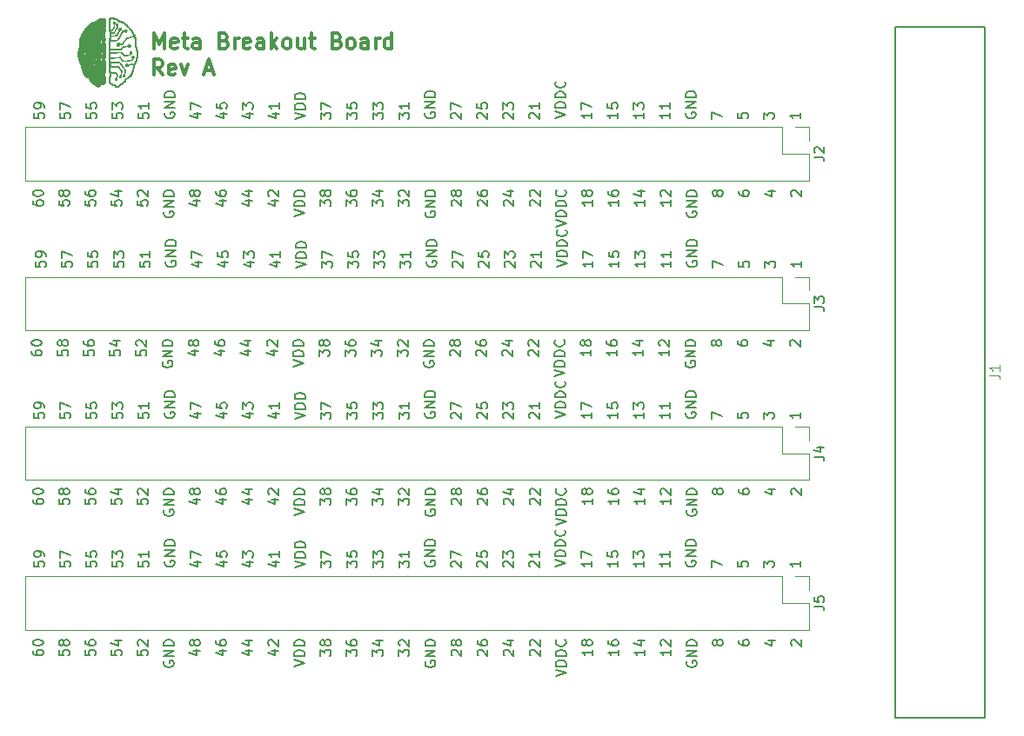
<source format=gto>
G04 #@! TF.GenerationSoftware,KiCad,Pcbnew,5.0.0-rc2-be01b52~65~ubuntu16.04.1*
G04 #@! TF.CreationDate,2018-06-10T22:33:32-04:00*
G04 #@! TF.ProjectId,meta_breakout,6D6574615F627265616B6F75742E6B69,rev?*
G04 #@! TF.SameCoordinates,Original*
G04 #@! TF.FileFunction,Legend,Top*
G04 #@! TF.FilePolarity,Positive*
%FSLAX46Y46*%
G04 Gerber Fmt 4.6, Leading zero omitted, Abs format (unit mm)*
G04 Created by KiCad (PCBNEW 5.0.0-rc2-be01b52~65~ubuntu16.04.1) date Sun Jun 10 22:33:32 2018*
%MOMM*%
%LPD*%
G01*
G04 APERTURE LIST*
%ADD10C,0.300000*%
%ADD11C,0.150000*%
%ADD12C,0.120000*%
%ADD13C,0.127000*%
%ADD14C,0.010000*%
%ADD15C,0.050000*%
G04 APERTURE END LIST*
D10*
X54959142Y-63627571D02*
X54959142Y-62127571D01*
X55459142Y-63199000D01*
X55959142Y-62127571D01*
X55959142Y-63627571D01*
X57244857Y-63556142D02*
X57102000Y-63627571D01*
X56816285Y-63627571D01*
X56673428Y-63556142D01*
X56602000Y-63413285D01*
X56602000Y-62841857D01*
X56673428Y-62699000D01*
X56816285Y-62627571D01*
X57102000Y-62627571D01*
X57244857Y-62699000D01*
X57316285Y-62841857D01*
X57316285Y-62984714D01*
X56602000Y-63127571D01*
X57744857Y-62627571D02*
X58316285Y-62627571D01*
X57959142Y-62127571D02*
X57959142Y-63413285D01*
X58030571Y-63556142D01*
X58173428Y-63627571D01*
X58316285Y-63627571D01*
X59459142Y-63627571D02*
X59459142Y-62841857D01*
X59387714Y-62699000D01*
X59244857Y-62627571D01*
X58959142Y-62627571D01*
X58816285Y-62699000D01*
X59459142Y-63556142D02*
X59316285Y-63627571D01*
X58959142Y-63627571D01*
X58816285Y-63556142D01*
X58744857Y-63413285D01*
X58744857Y-63270428D01*
X58816285Y-63127571D01*
X58959142Y-63056142D01*
X59316285Y-63056142D01*
X59459142Y-62984714D01*
X61816285Y-62841857D02*
X62030571Y-62913285D01*
X62102000Y-62984714D01*
X62173428Y-63127571D01*
X62173428Y-63341857D01*
X62102000Y-63484714D01*
X62030571Y-63556142D01*
X61887714Y-63627571D01*
X61316285Y-63627571D01*
X61316285Y-62127571D01*
X61816285Y-62127571D01*
X61959142Y-62199000D01*
X62030571Y-62270428D01*
X62102000Y-62413285D01*
X62102000Y-62556142D01*
X62030571Y-62699000D01*
X61959142Y-62770428D01*
X61816285Y-62841857D01*
X61316285Y-62841857D01*
X62816285Y-63627571D02*
X62816285Y-62627571D01*
X62816285Y-62913285D02*
X62887714Y-62770428D01*
X62959142Y-62699000D01*
X63102000Y-62627571D01*
X63244857Y-62627571D01*
X64316285Y-63556142D02*
X64173428Y-63627571D01*
X63887714Y-63627571D01*
X63744857Y-63556142D01*
X63673428Y-63413285D01*
X63673428Y-62841857D01*
X63744857Y-62699000D01*
X63887714Y-62627571D01*
X64173428Y-62627571D01*
X64316285Y-62699000D01*
X64387714Y-62841857D01*
X64387714Y-62984714D01*
X63673428Y-63127571D01*
X65673428Y-63627571D02*
X65673428Y-62841857D01*
X65602000Y-62699000D01*
X65459142Y-62627571D01*
X65173428Y-62627571D01*
X65030571Y-62699000D01*
X65673428Y-63556142D02*
X65530571Y-63627571D01*
X65173428Y-63627571D01*
X65030571Y-63556142D01*
X64959142Y-63413285D01*
X64959142Y-63270428D01*
X65030571Y-63127571D01*
X65173428Y-63056142D01*
X65530571Y-63056142D01*
X65673428Y-62984714D01*
X66387714Y-63627571D02*
X66387714Y-62127571D01*
X66530571Y-63056142D02*
X66959142Y-63627571D01*
X66959142Y-62627571D02*
X66387714Y-63199000D01*
X67816285Y-63627571D02*
X67673428Y-63556142D01*
X67602000Y-63484714D01*
X67530571Y-63341857D01*
X67530571Y-62913285D01*
X67602000Y-62770428D01*
X67673428Y-62699000D01*
X67816285Y-62627571D01*
X68030571Y-62627571D01*
X68173428Y-62699000D01*
X68244857Y-62770428D01*
X68316285Y-62913285D01*
X68316285Y-63341857D01*
X68244857Y-63484714D01*
X68173428Y-63556142D01*
X68030571Y-63627571D01*
X67816285Y-63627571D01*
X69602000Y-62627571D02*
X69602000Y-63627571D01*
X68959142Y-62627571D02*
X68959142Y-63413285D01*
X69030571Y-63556142D01*
X69173428Y-63627571D01*
X69387714Y-63627571D01*
X69530571Y-63556142D01*
X69602000Y-63484714D01*
X70102000Y-62627571D02*
X70673428Y-62627571D01*
X70316285Y-62127571D02*
X70316285Y-63413285D01*
X70387714Y-63556142D01*
X70530571Y-63627571D01*
X70673428Y-63627571D01*
X72816285Y-62841857D02*
X73030571Y-62913285D01*
X73102000Y-62984714D01*
X73173428Y-63127571D01*
X73173428Y-63341857D01*
X73102000Y-63484714D01*
X73030571Y-63556142D01*
X72887714Y-63627571D01*
X72316285Y-63627571D01*
X72316285Y-62127571D01*
X72816285Y-62127571D01*
X72959142Y-62199000D01*
X73030571Y-62270428D01*
X73102000Y-62413285D01*
X73102000Y-62556142D01*
X73030571Y-62699000D01*
X72959142Y-62770428D01*
X72816285Y-62841857D01*
X72316285Y-62841857D01*
X74030571Y-63627571D02*
X73887714Y-63556142D01*
X73816285Y-63484714D01*
X73744857Y-63341857D01*
X73744857Y-62913285D01*
X73816285Y-62770428D01*
X73887714Y-62699000D01*
X74030571Y-62627571D01*
X74244857Y-62627571D01*
X74387714Y-62699000D01*
X74459142Y-62770428D01*
X74530571Y-62913285D01*
X74530571Y-63341857D01*
X74459142Y-63484714D01*
X74387714Y-63556142D01*
X74244857Y-63627571D01*
X74030571Y-63627571D01*
X75816285Y-63627571D02*
X75816285Y-62841857D01*
X75744857Y-62699000D01*
X75602000Y-62627571D01*
X75316285Y-62627571D01*
X75173428Y-62699000D01*
X75816285Y-63556142D02*
X75673428Y-63627571D01*
X75316285Y-63627571D01*
X75173428Y-63556142D01*
X75102000Y-63413285D01*
X75102000Y-63270428D01*
X75173428Y-63127571D01*
X75316285Y-63056142D01*
X75673428Y-63056142D01*
X75816285Y-62984714D01*
X76530571Y-63627571D02*
X76530571Y-62627571D01*
X76530571Y-62913285D02*
X76602000Y-62770428D01*
X76673428Y-62699000D01*
X76816285Y-62627571D01*
X76959142Y-62627571D01*
X78102000Y-63627571D02*
X78102000Y-62127571D01*
X78102000Y-63556142D02*
X77959142Y-63627571D01*
X77673428Y-63627571D01*
X77530571Y-63556142D01*
X77459142Y-63484714D01*
X77387714Y-63341857D01*
X77387714Y-62913285D01*
X77459142Y-62770428D01*
X77530571Y-62699000D01*
X77673428Y-62627571D01*
X77959142Y-62627571D01*
X78102000Y-62699000D01*
X55816285Y-66177571D02*
X55316285Y-65463285D01*
X54959142Y-66177571D02*
X54959142Y-64677571D01*
X55530571Y-64677571D01*
X55673428Y-64749000D01*
X55744857Y-64820428D01*
X55816285Y-64963285D01*
X55816285Y-65177571D01*
X55744857Y-65320428D01*
X55673428Y-65391857D01*
X55530571Y-65463285D01*
X54959142Y-65463285D01*
X57030571Y-66106142D02*
X56887714Y-66177571D01*
X56602000Y-66177571D01*
X56459142Y-66106142D01*
X56387714Y-65963285D01*
X56387714Y-65391857D01*
X56459142Y-65249000D01*
X56602000Y-65177571D01*
X56887714Y-65177571D01*
X57030571Y-65249000D01*
X57102000Y-65391857D01*
X57102000Y-65534714D01*
X56387714Y-65677571D01*
X57602000Y-65177571D02*
X57959142Y-66177571D01*
X58316285Y-65177571D01*
X59959142Y-65749000D02*
X60673428Y-65749000D01*
X59816285Y-66177571D02*
X60316285Y-64677571D01*
X60816285Y-66177571D01*
D11*
X68635170Y-123786714D02*
X69635170Y-123453381D01*
X68635170Y-123120047D01*
X69635170Y-122786714D02*
X68635170Y-122786714D01*
X68635170Y-122548619D01*
X68682790Y-122405761D01*
X68778028Y-122310523D01*
X68873266Y-122262904D01*
X69063742Y-122215285D01*
X69206599Y-122215285D01*
X69397075Y-122262904D01*
X69492313Y-122310523D01*
X69587551Y-122405761D01*
X69635170Y-122548619D01*
X69635170Y-122786714D01*
X69635170Y-121786714D02*
X68635170Y-121786714D01*
X68635170Y-121548619D01*
X68682790Y-121405761D01*
X68778028Y-121310523D01*
X68873266Y-121262904D01*
X69063742Y-121215285D01*
X69206599Y-121215285D01*
X69397075Y-121262904D01*
X69492313Y-121310523D01*
X69587551Y-121405761D01*
X69635170Y-121548619D01*
X69635170Y-121786714D01*
X94078960Y-124786714D02*
X95078960Y-124453381D01*
X94078960Y-124120047D01*
X95078960Y-123786714D02*
X94078960Y-123786714D01*
X94078960Y-123548619D01*
X94126580Y-123405761D01*
X94221818Y-123310523D01*
X94317056Y-123262904D01*
X94507532Y-123215285D01*
X94650389Y-123215285D01*
X94840865Y-123262904D01*
X94936103Y-123310523D01*
X95031341Y-123405761D01*
X95078960Y-123548619D01*
X95078960Y-123786714D01*
X95078960Y-122786714D02*
X94078960Y-122786714D01*
X94078960Y-122548619D01*
X94126580Y-122405761D01*
X94221818Y-122310523D01*
X94317056Y-122262904D01*
X94507532Y-122215285D01*
X94650389Y-122215285D01*
X94840865Y-122262904D01*
X94936103Y-122310523D01*
X95031341Y-122405761D01*
X95078960Y-122548619D01*
X95078960Y-122786714D01*
X94983722Y-121215285D02*
X95031341Y-121262904D01*
X95078960Y-121405761D01*
X95078960Y-121501000D01*
X95031341Y-121643857D01*
X94936103Y-121739095D01*
X94840865Y-121786714D01*
X94650389Y-121834333D01*
X94507532Y-121834333D01*
X94317056Y-121786714D01*
X94221818Y-121739095D01*
X94126580Y-121643857D01*
X94078960Y-121501000D01*
X94078960Y-121405761D01*
X94126580Y-121262904D01*
X94174199Y-121215285D01*
X91629820Y-122739094D02*
X91582201Y-122691475D01*
X91534581Y-122596237D01*
X91534581Y-122358142D01*
X91582201Y-122262904D01*
X91629820Y-122215285D01*
X91725058Y-122167666D01*
X91820296Y-122167666D01*
X91963153Y-122215285D01*
X92534581Y-122786713D01*
X92534581Y-122167666D01*
X91629820Y-121786713D02*
X91582201Y-121739094D01*
X91534581Y-121643856D01*
X91534581Y-121405761D01*
X91582201Y-121310523D01*
X91629820Y-121262904D01*
X91725058Y-121215285D01*
X91820296Y-121215285D01*
X91963153Y-121262904D01*
X92534581Y-121834332D01*
X92534581Y-121215285D01*
X89085441Y-122739094D02*
X89037822Y-122691475D01*
X88990202Y-122596237D01*
X88990202Y-122358142D01*
X89037822Y-122262904D01*
X89085441Y-122215285D01*
X89180679Y-122167666D01*
X89275917Y-122167666D01*
X89418774Y-122215285D01*
X89990202Y-122786713D01*
X89990202Y-122167666D01*
X89323536Y-121310523D02*
X89990202Y-121310523D01*
X88942583Y-121548618D02*
X89656869Y-121786713D01*
X89656869Y-121167666D01*
X106848475Y-123310523D02*
X106800855Y-123405761D01*
X106800855Y-123548619D01*
X106848475Y-123691476D01*
X106943713Y-123786714D01*
X107038951Y-123834333D01*
X107229427Y-123881952D01*
X107372284Y-123881952D01*
X107562760Y-123834333D01*
X107657998Y-123786714D01*
X107753236Y-123691476D01*
X107800855Y-123548619D01*
X107800855Y-123453380D01*
X107753236Y-123310523D01*
X107705617Y-123262904D01*
X107372284Y-123262904D01*
X107372284Y-123453380D01*
X107800855Y-122834333D02*
X106800855Y-122834333D01*
X107800855Y-122262904D01*
X106800855Y-122262904D01*
X107800855Y-121786714D02*
X106800855Y-121786714D01*
X106800855Y-121548619D01*
X106848475Y-121405761D01*
X106943713Y-121310523D01*
X107038951Y-121262904D01*
X107229427Y-121215285D01*
X107372284Y-121215285D01*
X107562760Y-121262904D01*
X107657998Y-121310523D01*
X107753236Y-121405761D01*
X107800855Y-121548619D01*
X107800855Y-121786714D01*
X117073619Y-121786714D02*
X117026000Y-121739095D01*
X116978380Y-121643857D01*
X116978380Y-121405761D01*
X117026000Y-121310523D01*
X117073619Y-121262904D01*
X117168857Y-121215285D01*
X117264095Y-121215285D01*
X117406952Y-121262904D01*
X117978380Y-121834333D01*
X117978380Y-121215285D01*
X114767326Y-121310523D02*
X115433992Y-121310523D01*
X114386373Y-121548619D02*
X115100659Y-121786714D01*
X115100659Y-121167666D01*
X111889613Y-121310523D02*
X111889613Y-121501000D01*
X111937233Y-121596238D01*
X111984852Y-121643857D01*
X112127709Y-121739095D01*
X112318185Y-121786714D01*
X112699137Y-121786714D01*
X112794375Y-121739095D01*
X112841994Y-121691476D01*
X112889613Y-121596238D01*
X112889613Y-121405761D01*
X112841994Y-121310523D01*
X112794375Y-121262904D01*
X112699137Y-121215285D01*
X112461042Y-121215285D01*
X112365804Y-121262904D01*
X112318185Y-121310523D01*
X112270566Y-121405761D01*
X112270566Y-121596238D01*
X112318185Y-121691476D01*
X112365804Y-121739095D01*
X112461042Y-121786714D01*
X109773806Y-121596238D02*
X109726187Y-121691476D01*
X109678568Y-121739095D01*
X109583330Y-121786714D01*
X109535711Y-121786714D01*
X109440473Y-121739095D01*
X109392854Y-121691476D01*
X109345234Y-121596238D01*
X109345234Y-121405761D01*
X109392854Y-121310523D01*
X109440473Y-121262904D01*
X109535711Y-121215285D01*
X109583330Y-121215285D01*
X109678568Y-121262904D01*
X109726187Y-121310523D01*
X109773806Y-121405761D01*
X109773806Y-121596238D01*
X109821425Y-121691476D01*
X109869044Y-121739095D01*
X109964282Y-121786714D01*
X110154758Y-121786714D01*
X110249996Y-121739095D01*
X110297615Y-121691476D01*
X110345234Y-121596238D01*
X110345234Y-121405761D01*
X110297615Y-121310523D01*
X110249996Y-121262904D01*
X110154758Y-121215285D01*
X109964282Y-121215285D01*
X109869044Y-121262904D01*
X109821425Y-121310523D01*
X109773806Y-121405761D01*
X105256476Y-122167666D02*
X105256476Y-122739094D01*
X105256476Y-122453380D02*
X104256476Y-122453380D01*
X104399334Y-122548618D01*
X104494572Y-122643856D01*
X104542191Y-122739094D01*
X104351715Y-121786713D02*
X104304096Y-121739094D01*
X104256476Y-121643856D01*
X104256476Y-121405761D01*
X104304096Y-121310523D01*
X104351715Y-121262904D01*
X104446953Y-121215285D01*
X104542191Y-121215285D01*
X104685048Y-121262904D01*
X105256476Y-121834332D01*
X105256476Y-121215285D01*
X83996683Y-122739094D02*
X83949064Y-122691475D01*
X83901444Y-122596237D01*
X83901444Y-122358142D01*
X83949064Y-122262904D01*
X83996683Y-122215285D01*
X84091921Y-122167666D01*
X84187159Y-122167666D01*
X84330016Y-122215285D01*
X84901444Y-122786713D01*
X84901444Y-122167666D01*
X84330016Y-121596237D02*
X84282397Y-121691475D01*
X84234778Y-121739094D01*
X84139540Y-121786713D01*
X84091921Y-121786713D01*
X83996683Y-121739094D01*
X83949064Y-121691475D01*
X83901444Y-121596237D01*
X83901444Y-121405761D01*
X83949064Y-121310523D01*
X83996683Y-121262904D01*
X84091921Y-121215285D01*
X84139540Y-121215285D01*
X84234778Y-121262904D01*
X84282397Y-121310523D01*
X84330016Y-121405761D01*
X84330016Y-121596237D01*
X84377635Y-121691475D01*
X84425254Y-121739094D01*
X84520492Y-121786713D01*
X84710968Y-121786713D01*
X84806206Y-121739094D01*
X84853825Y-121691475D01*
X84901444Y-121596237D01*
X84901444Y-121405761D01*
X84853825Y-121310523D01*
X84806206Y-121262904D01*
X84710968Y-121215285D01*
X84520492Y-121215285D01*
X84425254Y-121262904D01*
X84377635Y-121310523D01*
X84330016Y-121405761D01*
X43191380Y-122262904D02*
X43191380Y-122453380D01*
X43239000Y-122548618D01*
X43286619Y-122596237D01*
X43429476Y-122691475D01*
X43619952Y-122739094D01*
X44000904Y-122739094D01*
X44096142Y-122691475D01*
X44143761Y-122643856D01*
X44191380Y-122548618D01*
X44191380Y-122358142D01*
X44143761Y-122262904D01*
X44096142Y-122215285D01*
X44000904Y-122167666D01*
X43762809Y-122167666D01*
X43667571Y-122215285D01*
X43619952Y-122262904D01*
X43572333Y-122358142D01*
X43572333Y-122548618D01*
X43619952Y-122643856D01*
X43667571Y-122691475D01*
X43762809Y-122739094D01*
X43191380Y-121548618D02*
X43191380Y-121453380D01*
X43239000Y-121358142D01*
X43286619Y-121310523D01*
X43381857Y-121262904D01*
X43572333Y-121215285D01*
X43810428Y-121215285D01*
X44000904Y-121262904D01*
X44096142Y-121310523D01*
X44143761Y-121358142D01*
X44191380Y-121453380D01*
X44191380Y-121548618D01*
X44143761Y-121643856D01*
X44096142Y-121691475D01*
X44000904Y-121739094D01*
X43810428Y-121786713D01*
X43572333Y-121786713D01*
X43381857Y-121739094D01*
X43286619Y-121691475D01*
X43239000Y-121643856D01*
X43191380Y-121548618D01*
X45735759Y-122215285D02*
X45735759Y-122691475D01*
X46211950Y-122739094D01*
X46164331Y-122691475D01*
X46116712Y-122596237D01*
X46116712Y-122358142D01*
X46164331Y-122262904D01*
X46211950Y-122215285D01*
X46307188Y-122167666D01*
X46545283Y-122167666D01*
X46640521Y-122215285D01*
X46688140Y-122262904D01*
X46735759Y-122358142D01*
X46735759Y-122596237D01*
X46688140Y-122691475D01*
X46640521Y-122739094D01*
X46164331Y-121596237D02*
X46116712Y-121691475D01*
X46069093Y-121739094D01*
X45973855Y-121786713D01*
X45926236Y-121786713D01*
X45830998Y-121739094D01*
X45783379Y-121691475D01*
X45735759Y-121596237D01*
X45735759Y-121405761D01*
X45783379Y-121310523D01*
X45830998Y-121262904D01*
X45926236Y-121215285D01*
X45973855Y-121215285D01*
X46069093Y-121262904D01*
X46116712Y-121310523D01*
X46164331Y-121405761D01*
X46164331Y-121596237D01*
X46211950Y-121691475D01*
X46259569Y-121739094D01*
X46354807Y-121786713D01*
X46545283Y-121786713D01*
X46640521Y-121739094D01*
X46688140Y-121691475D01*
X46735759Y-121596237D01*
X46735759Y-121405761D01*
X46688140Y-121310523D01*
X46640521Y-121262904D01*
X46545283Y-121215285D01*
X46354807Y-121215285D01*
X46259569Y-121262904D01*
X46211950Y-121310523D01*
X46164331Y-121405761D01*
X55960895Y-123310523D02*
X55913275Y-123405761D01*
X55913275Y-123548619D01*
X55960895Y-123691476D01*
X56056133Y-123786714D01*
X56151371Y-123834333D01*
X56341847Y-123881952D01*
X56484704Y-123881952D01*
X56675180Y-123834333D01*
X56770418Y-123786714D01*
X56865656Y-123691476D01*
X56913275Y-123548619D01*
X56913275Y-123453380D01*
X56865656Y-123310523D01*
X56818037Y-123262904D01*
X56484704Y-123262904D01*
X56484704Y-123453380D01*
X56913275Y-122834333D02*
X55913275Y-122834333D01*
X56913275Y-122262904D01*
X55913275Y-122262904D01*
X56913275Y-121786714D02*
X55913275Y-121786714D01*
X55913275Y-121548619D01*
X55960895Y-121405761D01*
X56056133Y-121310523D01*
X56151371Y-121262904D01*
X56341847Y-121215285D01*
X56484704Y-121215285D01*
X56675180Y-121262904D01*
X56770418Y-121310523D01*
X56865656Y-121405761D01*
X56913275Y-121548619D01*
X56913275Y-121786714D01*
X61335367Y-122262904D02*
X62002033Y-122262904D01*
X60954414Y-122500999D02*
X61668700Y-122739094D01*
X61668700Y-122120047D01*
X61002033Y-121310523D02*
X61002033Y-121500999D01*
X61049653Y-121596237D01*
X61097272Y-121643856D01*
X61240129Y-121739094D01*
X61430605Y-121786713D01*
X61811557Y-121786713D01*
X61906795Y-121739094D01*
X61954414Y-121691475D01*
X62002033Y-121596237D01*
X62002033Y-121405761D01*
X61954414Y-121310523D01*
X61906795Y-121262904D01*
X61811557Y-121215285D01*
X61573462Y-121215285D01*
X61478224Y-121262904D01*
X61430605Y-121310523D01*
X61382986Y-121405761D01*
X61382986Y-121596237D01*
X61430605Y-121691475D01*
X61478224Y-121739094D01*
X61573462Y-121786713D01*
X58790988Y-122262904D02*
X59457654Y-122262904D01*
X58410035Y-122500999D02*
X59124321Y-122739094D01*
X59124321Y-122120047D01*
X58886226Y-121596237D02*
X58838607Y-121691475D01*
X58790988Y-121739094D01*
X58695750Y-121786713D01*
X58648131Y-121786713D01*
X58552893Y-121739094D01*
X58505274Y-121691475D01*
X58457654Y-121596237D01*
X58457654Y-121405761D01*
X58505274Y-121310523D01*
X58552893Y-121262904D01*
X58648131Y-121215285D01*
X58695750Y-121215285D01*
X58790988Y-121262904D01*
X58838607Y-121310523D01*
X58886226Y-121405761D01*
X58886226Y-121596237D01*
X58933845Y-121691475D01*
X58981464Y-121739094D01*
X59076702Y-121786713D01*
X59267178Y-121786713D01*
X59362416Y-121739094D01*
X59410035Y-121691475D01*
X59457654Y-121596237D01*
X59457654Y-121405761D01*
X59410035Y-121310523D01*
X59362416Y-121262904D01*
X59267178Y-121215285D01*
X59076702Y-121215285D01*
X58981464Y-121262904D01*
X58933845Y-121310523D01*
X58886226Y-121405761D01*
X53368896Y-122215285D02*
X53368896Y-122691475D01*
X53845087Y-122739094D01*
X53797468Y-122691475D01*
X53749849Y-122596237D01*
X53749849Y-122358142D01*
X53797468Y-122262904D01*
X53845087Y-122215285D01*
X53940325Y-122167666D01*
X54178420Y-122167666D01*
X54273658Y-122215285D01*
X54321277Y-122262904D01*
X54368896Y-122358142D01*
X54368896Y-122596237D01*
X54321277Y-122691475D01*
X54273658Y-122739094D01*
X53464135Y-121786713D02*
X53416516Y-121739094D01*
X53368896Y-121643856D01*
X53368896Y-121405761D01*
X53416516Y-121310523D01*
X53464135Y-121262904D01*
X53559373Y-121215285D01*
X53654611Y-121215285D01*
X53797468Y-121262904D01*
X54368896Y-121834332D01*
X54368896Y-121215285D01*
X50824517Y-122215285D02*
X50824517Y-122691475D01*
X51300708Y-122739094D01*
X51253089Y-122691475D01*
X51205470Y-122596237D01*
X51205470Y-122358142D01*
X51253089Y-122262904D01*
X51300708Y-122215285D01*
X51395946Y-122167666D01*
X51634041Y-122167666D01*
X51729279Y-122215285D01*
X51776898Y-122262904D01*
X51824517Y-122358142D01*
X51824517Y-122596237D01*
X51776898Y-122691475D01*
X51729279Y-122739094D01*
X51157851Y-121310523D02*
X51824517Y-121310523D01*
X50776898Y-121548618D02*
X51491184Y-121786713D01*
X51491184Y-121167666D01*
X48280138Y-122215285D02*
X48280138Y-122691475D01*
X48756329Y-122739094D01*
X48708710Y-122691475D01*
X48661091Y-122596237D01*
X48661091Y-122358142D01*
X48708710Y-122262904D01*
X48756329Y-122215285D01*
X48851567Y-122167666D01*
X49089662Y-122167666D01*
X49184900Y-122215285D01*
X49232519Y-122262904D01*
X49280138Y-122358142D01*
X49280138Y-122596237D01*
X49232519Y-122691475D01*
X49184900Y-122739094D01*
X48280138Y-121310523D02*
X48280138Y-121500999D01*
X48327758Y-121596237D01*
X48375377Y-121643856D01*
X48518234Y-121739094D01*
X48708710Y-121786713D01*
X49089662Y-121786713D01*
X49184900Y-121739094D01*
X49232519Y-121691475D01*
X49280138Y-121596237D01*
X49280138Y-121405761D01*
X49232519Y-121310523D01*
X49184900Y-121262904D01*
X49089662Y-121215285D01*
X48851567Y-121215285D01*
X48756329Y-121262904D01*
X48708710Y-121310523D01*
X48661091Y-121405761D01*
X48661091Y-121596237D01*
X48708710Y-121691475D01*
X48756329Y-121739094D01*
X48851567Y-121786713D01*
X66424125Y-122262904D02*
X67090791Y-122262904D01*
X66043172Y-122500999D02*
X66757458Y-122739094D01*
X66757458Y-122120047D01*
X66186030Y-121786713D02*
X66138411Y-121739094D01*
X66090791Y-121643856D01*
X66090791Y-121405761D01*
X66138411Y-121310523D01*
X66186030Y-121262904D01*
X66281268Y-121215285D01*
X66376506Y-121215285D01*
X66519363Y-121262904D01*
X67090791Y-121834332D01*
X67090791Y-121215285D01*
X76268307Y-122786713D02*
X76268307Y-122167666D01*
X76649260Y-122500999D01*
X76649260Y-122358142D01*
X76696879Y-122262904D01*
X76744498Y-122215285D01*
X76839736Y-122167666D01*
X77077831Y-122167666D01*
X77173069Y-122215285D01*
X77220688Y-122262904D01*
X77268307Y-122358142D01*
X77268307Y-122643856D01*
X77220688Y-122739094D01*
X77173069Y-122786713D01*
X76601641Y-121310523D02*
X77268307Y-121310523D01*
X76220688Y-121548618D02*
X76934974Y-121786713D01*
X76934974Y-121167666D01*
X81404685Y-123310523D02*
X81357065Y-123405761D01*
X81357065Y-123548619D01*
X81404685Y-123691476D01*
X81499923Y-123786714D01*
X81595161Y-123834333D01*
X81785637Y-123881952D01*
X81928494Y-123881952D01*
X82118970Y-123834333D01*
X82214208Y-123786714D01*
X82309446Y-123691476D01*
X82357065Y-123548619D01*
X82357065Y-123453380D01*
X82309446Y-123310523D01*
X82261827Y-123262904D01*
X81928494Y-123262904D01*
X81928494Y-123453380D01*
X82357065Y-122834333D02*
X81357065Y-122834333D01*
X82357065Y-122262904D01*
X81357065Y-122262904D01*
X82357065Y-121786714D02*
X81357065Y-121786714D01*
X81357065Y-121548619D01*
X81404685Y-121405761D01*
X81499923Y-121310523D01*
X81595161Y-121262904D01*
X81785637Y-121215285D01*
X81928494Y-121215285D01*
X82118970Y-121262904D01*
X82214208Y-121310523D01*
X82309446Y-121405761D01*
X82357065Y-121548619D01*
X82357065Y-121786714D01*
X78812686Y-122786713D02*
X78812686Y-122167666D01*
X79193639Y-122500999D01*
X79193639Y-122358142D01*
X79241258Y-122262904D01*
X79288877Y-122215285D01*
X79384115Y-122167666D01*
X79622210Y-122167666D01*
X79717448Y-122215285D01*
X79765067Y-122262904D01*
X79812686Y-122358142D01*
X79812686Y-122643856D01*
X79765067Y-122739094D01*
X79717448Y-122786713D01*
X78907925Y-121786713D02*
X78860306Y-121739094D01*
X78812686Y-121643856D01*
X78812686Y-121405761D01*
X78860306Y-121310523D01*
X78907925Y-121262904D01*
X79003163Y-121215285D01*
X79098401Y-121215285D01*
X79241258Y-121262904D01*
X79812686Y-121834332D01*
X79812686Y-121215285D01*
X73723928Y-122786713D02*
X73723928Y-122167666D01*
X74104881Y-122500999D01*
X74104881Y-122358142D01*
X74152500Y-122262904D01*
X74200119Y-122215285D01*
X74295357Y-122167666D01*
X74533452Y-122167666D01*
X74628690Y-122215285D01*
X74676309Y-122262904D01*
X74723928Y-122358142D01*
X74723928Y-122643856D01*
X74676309Y-122739094D01*
X74628690Y-122786713D01*
X73723928Y-121310523D02*
X73723928Y-121500999D01*
X73771548Y-121596237D01*
X73819167Y-121643856D01*
X73962024Y-121739094D01*
X74152500Y-121786713D01*
X74533452Y-121786713D01*
X74628690Y-121739094D01*
X74676309Y-121691475D01*
X74723928Y-121596237D01*
X74723928Y-121405761D01*
X74676309Y-121310523D01*
X74628690Y-121262904D01*
X74533452Y-121215285D01*
X74295357Y-121215285D01*
X74200119Y-121262904D01*
X74152500Y-121310523D01*
X74104881Y-121405761D01*
X74104881Y-121596237D01*
X74152500Y-121691475D01*
X74200119Y-121739094D01*
X74295357Y-121786713D01*
X71179549Y-122786713D02*
X71179549Y-122167666D01*
X71560502Y-122500999D01*
X71560502Y-122358142D01*
X71608121Y-122262904D01*
X71655740Y-122215285D01*
X71750978Y-122167666D01*
X71989073Y-122167666D01*
X72084311Y-122215285D01*
X72131930Y-122262904D01*
X72179549Y-122358142D01*
X72179549Y-122643856D01*
X72131930Y-122739094D01*
X72084311Y-122786713D01*
X71608121Y-121596237D02*
X71560502Y-121691475D01*
X71512883Y-121739094D01*
X71417645Y-121786713D01*
X71370026Y-121786713D01*
X71274788Y-121739094D01*
X71227169Y-121691475D01*
X71179549Y-121596237D01*
X71179549Y-121405761D01*
X71227169Y-121310523D01*
X71274788Y-121262904D01*
X71370026Y-121215285D01*
X71417645Y-121215285D01*
X71512883Y-121262904D01*
X71560502Y-121310523D01*
X71608121Y-121405761D01*
X71608121Y-121596237D01*
X71655740Y-121691475D01*
X71703359Y-121739094D01*
X71798597Y-121786713D01*
X71989073Y-121786713D01*
X72084311Y-121739094D01*
X72131930Y-121691475D01*
X72179549Y-121596237D01*
X72179549Y-121405761D01*
X72131930Y-121310523D01*
X72084311Y-121262904D01*
X71989073Y-121215285D01*
X71798597Y-121215285D01*
X71703359Y-121262904D01*
X71655740Y-121310523D01*
X71608121Y-121405761D01*
X63879746Y-122262904D02*
X64546412Y-122262904D01*
X63498793Y-122500999D02*
X64213079Y-122739094D01*
X64213079Y-122120047D01*
X63879746Y-121310523D02*
X64546412Y-121310523D01*
X63498793Y-121548618D02*
X64213079Y-121786713D01*
X64213079Y-121167666D01*
X86541062Y-122739094D02*
X86493443Y-122691475D01*
X86445823Y-122596237D01*
X86445823Y-122358142D01*
X86493443Y-122262904D01*
X86541062Y-122215285D01*
X86636300Y-122167666D01*
X86731538Y-122167666D01*
X86874395Y-122215285D01*
X87445823Y-122786713D01*
X87445823Y-122167666D01*
X86445823Y-121310523D02*
X86445823Y-121500999D01*
X86493443Y-121596237D01*
X86541062Y-121643856D01*
X86683919Y-121739094D01*
X86874395Y-121786713D01*
X87255347Y-121786713D01*
X87350585Y-121739094D01*
X87398204Y-121691475D01*
X87445823Y-121596237D01*
X87445823Y-121405761D01*
X87398204Y-121310523D01*
X87350585Y-121262904D01*
X87255347Y-121215285D01*
X87017252Y-121215285D01*
X86922014Y-121262904D01*
X86874395Y-121310523D01*
X86826776Y-121405761D01*
X86826776Y-121596237D01*
X86874395Y-121691475D01*
X86922014Y-121739094D01*
X87017252Y-121786713D01*
X97623339Y-122167666D02*
X97623339Y-122739094D01*
X97623339Y-122453380D02*
X96623339Y-122453380D01*
X96766197Y-122548618D01*
X96861435Y-122643856D01*
X96909054Y-122739094D01*
X97051911Y-121596237D02*
X97004292Y-121691475D01*
X96956673Y-121739094D01*
X96861435Y-121786713D01*
X96813816Y-121786713D01*
X96718578Y-121739094D01*
X96670959Y-121691475D01*
X96623339Y-121596237D01*
X96623339Y-121405761D01*
X96670959Y-121310523D01*
X96718578Y-121262904D01*
X96813816Y-121215285D01*
X96861435Y-121215285D01*
X96956673Y-121262904D01*
X97004292Y-121310523D01*
X97051911Y-121405761D01*
X97051911Y-121596237D01*
X97099530Y-121691475D01*
X97147149Y-121739094D01*
X97242387Y-121786713D01*
X97432863Y-121786713D01*
X97528101Y-121739094D01*
X97575720Y-121691475D01*
X97623339Y-121596237D01*
X97623339Y-121405761D01*
X97575720Y-121310523D01*
X97528101Y-121262904D01*
X97432863Y-121215285D01*
X97242387Y-121215285D01*
X97147149Y-121262904D01*
X97099530Y-121310523D01*
X97051911Y-121405761D01*
X102712097Y-122167666D02*
X102712097Y-122739094D01*
X102712097Y-122453380D02*
X101712097Y-122453380D01*
X101854955Y-122548618D01*
X101950193Y-122643856D01*
X101997812Y-122739094D01*
X102045431Y-121310523D02*
X102712097Y-121310523D01*
X101664478Y-121548618D02*
X102378764Y-121786713D01*
X102378764Y-121167666D01*
X100167718Y-122167666D02*
X100167718Y-122739094D01*
X100167718Y-122453380D02*
X99167718Y-122453380D01*
X99310576Y-122548618D01*
X99405814Y-122643856D01*
X99453433Y-122739094D01*
X99167718Y-121310523D02*
X99167718Y-121500999D01*
X99215338Y-121596237D01*
X99262957Y-121643856D01*
X99405814Y-121739094D01*
X99596290Y-121786713D01*
X99977242Y-121786713D01*
X100072480Y-121739094D01*
X100120099Y-121691475D01*
X100167718Y-121596237D01*
X100167718Y-121405761D01*
X100120099Y-121310523D01*
X100072480Y-121262904D01*
X99977242Y-121215285D01*
X99739147Y-121215285D01*
X99643909Y-121262904D01*
X99596290Y-121310523D01*
X99548671Y-121405761D01*
X99548671Y-121596237D01*
X99596290Y-121691475D01*
X99643909Y-121739094D01*
X99739147Y-121786713D01*
X68635170Y-109054714D02*
X69635170Y-108721381D01*
X68635170Y-108388047D01*
X69635170Y-108054714D02*
X68635170Y-108054714D01*
X68635170Y-107816619D01*
X68682790Y-107673761D01*
X68778028Y-107578523D01*
X68873266Y-107530904D01*
X69063742Y-107483285D01*
X69206599Y-107483285D01*
X69397075Y-107530904D01*
X69492313Y-107578523D01*
X69587551Y-107673761D01*
X69635170Y-107816619D01*
X69635170Y-108054714D01*
X69635170Y-107054714D02*
X68635170Y-107054714D01*
X68635170Y-106816619D01*
X68682790Y-106673761D01*
X68778028Y-106578523D01*
X68873266Y-106530904D01*
X69063742Y-106483285D01*
X69206599Y-106483285D01*
X69397075Y-106530904D01*
X69492313Y-106578523D01*
X69587551Y-106673761D01*
X69635170Y-106816619D01*
X69635170Y-107054714D01*
X94078960Y-110054714D02*
X95078960Y-109721381D01*
X94078960Y-109388047D01*
X95078960Y-109054714D02*
X94078960Y-109054714D01*
X94078960Y-108816619D01*
X94126580Y-108673761D01*
X94221818Y-108578523D01*
X94317056Y-108530904D01*
X94507532Y-108483285D01*
X94650389Y-108483285D01*
X94840865Y-108530904D01*
X94936103Y-108578523D01*
X95031341Y-108673761D01*
X95078960Y-108816619D01*
X95078960Y-109054714D01*
X95078960Y-108054714D02*
X94078960Y-108054714D01*
X94078960Y-107816619D01*
X94126580Y-107673761D01*
X94221818Y-107578523D01*
X94317056Y-107530904D01*
X94507532Y-107483285D01*
X94650389Y-107483285D01*
X94840865Y-107530904D01*
X94936103Y-107578523D01*
X95031341Y-107673761D01*
X95078960Y-107816619D01*
X95078960Y-108054714D01*
X94983722Y-106483285D02*
X95031341Y-106530904D01*
X95078960Y-106673761D01*
X95078960Y-106769000D01*
X95031341Y-106911857D01*
X94936103Y-107007095D01*
X94840865Y-107054714D01*
X94650389Y-107102333D01*
X94507532Y-107102333D01*
X94317056Y-107054714D01*
X94221818Y-107007095D01*
X94126580Y-106911857D01*
X94078960Y-106769000D01*
X94078960Y-106673761D01*
X94126580Y-106530904D01*
X94174199Y-106483285D01*
X91629820Y-108007094D02*
X91582201Y-107959475D01*
X91534581Y-107864237D01*
X91534581Y-107626142D01*
X91582201Y-107530904D01*
X91629820Y-107483285D01*
X91725058Y-107435666D01*
X91820296Y-107435666D01*
X91963153Y-107483285D01*
X92534581Y-108054713D01*
X92534581Y-107435666D01*
X91629820Y-107054713D02*
X91582201Y-107007094D01*
X91534581Y-106911856D01*
X91534581Y-106673761D01*
X91582201Y-106578523D01*
X91629820Y-106530904D01*
X91725058Y-106483285D01*
X91820296Y-106483285D01*
X91963153Y-106530904D01*
X92534581Y-107102332D01*
X92534581Y-106483285D01*
X89085441Y-108007094D02*
X89037822Y-107959475D01*
X88990202Y-107864237D01*
X88990202Y-107626142D01*
X89037822Y-107530904D01*
X89085441Y-107483285D01*
X89180679Y-107435666D01*
X89275917Y-107435666D01*
X89418774Y-107483285D01*
X89990202Y-108054713D01*
X89990202Y-107435666D01*
X89323536Y-106578523D02*
X89990202Y-106578523D01*
X88942583Y-106816618D02*
X89656869Y-107054713D01*
X89656869Y-106435666D01*
X106848475Y-108578523D02*
X106800855Y-108673761D01*
X106800855Y-108816619D01*
X106848475Y-108959476D01*
X106943713Y-109054714D01*
X107038951Y-109102333D01*
X107229427Y-109149952D01*
X107372284Y-109149952D01*
X107562760Y-109102333D01*
X107657998Y-109054714D01*
X107753236Y-108959476D01*
X107800855Y-108816619D01*
X107800855Y-108721380D01*
X107753236Y-108578523D01*
X107705617Y-108530904D01*
X107372284Y-108530904D01*
X107372284Y-108721380D01*
X107800855Y-108102333D02*
X106800855Y-108102333D01*
X107800855Y-107530904D01*
X106800855Y-107530904D01*
X107800855Y-107054714D02*
X106800855Y-107054714D01*
X106800855Y-106816619D01*
X106848475Y-106673761D01*
X106943713Y-106578523D01*
X107038951Y-106530904D01*
X107229427Y-106483285D01*
X107372284Y-106483285D01*
X107562760Y-106530904D01*
X107657998Y-106578523D01*
X107753236Y-106673761D01*
X107800855Y-106816619D01*
X107800855Y-107054714D01*
X117073619Y-107054714D02*
X117026000Y-107007095D01*
X116978380Y-106911857D01*
X116978380Y-106673761D01*
X117026000Y-106578523D01*
X117073619Y-106530904D01*
X117168857Y-106483285D01*
X117264095Y-106483285D01*
X117406952Y-106530904D01*
X117978380Y-107102333D01*
X117978380Y-106483285D01*
X114767326Y-106578523D02*
X115433992Y-106578523D01*
X114386373Y-106816619D02*
X115100659Y-107054714D01*
X115100659Y-106435666D01*
X111889613Y-106578523D02*
X111889613Y-106769000D01*
X111937233Y-106864238D01*
X111984852Y-106911857D01*
X112127709Y-107007095D01*
X112318185Y-107054714D01*
X112699137Y-107054714D01*
X112794375Y-107007095D01*
X112841994Y-106959476D01*
X112889613Y-106864238D01*
X112889613Y-106673761D01*
X112841994Y-106578523D01*
X112794375Y-106530904D01*
X112699137Y-106483285D01*
X112461042Y-106483285D01*
X112365804Y-106530904D01*
X112318185Y-106578523D01*
X112270566Y-106673761D01*
X112270566Y-106864238D01*
X112318185Y-106959476D01*
X112365804Y-107007095D01*
X112461042Y-107054714D01*
X109773806Y-106864238D02*
X109726187Y-106959476D01*
X109678568Y-107007095D01*
X109583330Y-107054714D01*
X109535711Y-107054714D01*
X109440473Y-107007095D01*
X109392854Y-106959476D01*
X109345234Y-106864238D01*
X109345234Y-106673761D01*
X109392854Y-106578523D01*
X109440473Y-106530904D01*
X109535711Y-106483285D01*
X109583330Y-106483285D01*
X109678568Y-106530904D01*
X109726187Y-106578523D01*
X109773806Y-106673761D01*
X109773806Y-106864238D01*
X109821425Y-106959476D01*
X109869044Y-107007095D01*
X109964282Y-107054714D01*
X110154758Y-107054714D01*
X110249996Y-107007095D01*
X110297615Y-106959476D01*
X110345234Y-106864238D01*
X110345234Y-106673761D01*
X110297615Y-106578523D01*
X110249996Y-106530904D01*
X110154758Y-106483285D01*
X109964282Y-106483285D01*
X109869044Y-106530904D01*
X109821425Y-106578523D01*
X109773806Y-106673761D01*
X105256476Y-107435666D02*
X105256476Y-108007094D01*
X105256476Y-107721380D02*
X104256476Y-107721380D01*
X104399334Y-107816618D01*
X104494572Y-107911856D01*
X104542191Y-108007094D01*
X104351715Y-107054713D02*
X104304096Y-107007094D01*
X104256476Y-106911856D01*
X104256476Y-106673761D01*
X104304096Y-106578523D01*
X104351715Y-106530904D01*
X104446953Y-106483285D01*
X104542191Y-106483285D01*
X104685048Y-106530904D01*
X105256476Y-107102332D01*
X105256476Y-106483285D01*
X83996683Y-108007094D02*
X83949064Y-107959475D01*
X83901444Y-107864237D01*
X83901444Y-107626142D01*
X83949064Y-107530904D01*
X83996683Y-107483285D01*
X84091921Y-107435666D01*
X84187159Y-107435666D01*
X84330016Y-107483285D01*
X84901444Y-108054713D01*
X84901444Y-107435666D01*
X84330016Y-106864237D02*
X84282397Y-106959475D01*
X84234778Y-107007094D01*
X84139540Y-107054713D01*
X84091921Y-107054713D01*
X83996683Y-107007094D01*
X83949064Y-106959475D01*
X83901444Y-106864237D01*
X83901444Y-106673761D01*
X83949064Y-106578523D01*
X83996683Y-106530904D01*
X84091921Y-106483285D01*
X84139540Y-106483285D01*
X84234778Y-106530904D01*
X84282397Y-106578523D01*
X84330016Y-106673761D01*
X84330016Y-106864237D01*
X84377635Y-106959475D01*
X84425254Y-107007094D01*
X84520492Y-107054713D01*
X84710968Y-107054713D01*
X84806206Y-107007094D01*
X84853825Y-106959475D01*
X84901444Y-106864237D01*
X84901444Y-106673761D01*
X84853825Y-106578523D01*
X84806206Y-106530904D01*
X84710968Y-106483285D01*
X84520492Y-106483285D01*
X84425254Y-106530904D01*
X84377635Y-106578523D01*
X84330016Y-106673761D01*
X43191380Y-107530904D02*
X43191380Y-107721380D01*
X43239000Y-107816618D01*
X43286619Y-107864237D01*
X43429476Y-107959475D01*
X43619952Y-108007094D01*
X44000904Y-108007094D01*
X44096142Y-107959475D01*
X44143761Y-107911856D01*
X44191380Y-107816618D01*
X44191380Y-107626142D01*
X44143761Y-107530904D01*
X44096142Y-107483285D01*
X44000904Y-107435666D01*
X43762809Y-107435666D01*
X43667571Y-107483285D01*
X43619952Y-107530904D01*
X43572333Y-107626142D01*
X43572333Y-107816618D01*
X43619952Y-107911856D01*
X43667571Y-107959475D01*
X43762809Y-108007094D01*
X43191380Y-106816618D02*
X43191380Y-106721380D01*
X43239000Y-106626142D01*
X43286619Y-106578523D01*
X43381857Y-106530904D01*
X43572333Y-106483285D01*
X43810428Y-106483285D01*
X44000904Y-106530904D01*
X44096142Y-106578523D01*
X44143761Y-106626142D01*
X44191380Y-106721380D01*
X44191380Y-106816618D01*
X44143761Y-106911856D01*
X44096142Y-106959475D01*
X44000904Y-107007094D01*
X43810428Y-107054713D01*
X43572333Y-107054713D01*
X43381857Y-107007094D01*
X43286619Y-106959475D01*
X43239000Y-106911856D01*
X43191380Y-106816618D01*
X45735759Y-107483285D02*
X45735759Y-107959475D01*
X46211950Y-108007094D01*
X46164331Y-107959475D01*
X46116712Y-107864237D01*
X46116712Y-107626142D01*
X46164331Y-107530904D01*
X46211950Y-107483285D01*
X46307188Y-107435666D01*
X46545283Y-107435666D01*
X46640521Y-107483285D01*
X46688140Y-107530904D01*
X46735759Y-107626142D01*
X46735759Y-107864237D01*
X46688140Y-107959475D01*
X46640521Y-108007094D01*
X46164331Y-106864237D02*
X46116712Y-106959475D01*
X46069093Y-107007094D01*
X45973855Y-107054713D01*
X45926236Y-107054713D01*
X45830998Y-107007094D01*
X45783379Y-106959475D01*
X45735759Y-106864237D01*
X45735759Y-106673761D01*
X45783379Y-106578523D01*
X45830998Y-106530904D01*
X45926236Y-106483285D01*
X45973855Y-106483285D01*
X46069093Y-106530904D01*
X46116712Y-106578523D01*
X46164331Y-106673761D01*
X46164331Y-106864237D01*
X46211950Y-106959475D01*
X46259569Y-107007094D01*
X46354807Y-107054713D01*
X46545283Y-107054713D01*
X46640521Y-107007094D01*
X46688140Y-106959475D01*
X46735759Y-106864237D01*
X46735759Y-106673761D01*
X46688140Y-106578523D01*
X46640521Y-106530904D01*
X46545283Y-106483285D01*
X46354807Y-106483285D01*
X46259569Y-106530904D01*
X46211950Y-106578523D01*
X46164331Y-106673761D01*
X55960895Y-108578523D02*
X55913275Y-108673761D01*
X55913275Y-108816619D01*
X55960895Y-108959476D01*
X56056133Y-109054714D01*
X56151371Y-109102333D01*
X56341847Y-109149952D01*
X56484704Y-109149952D01*
X56675180Y-109102333D01*
X56770418Y-109054714D01*
X56865656Y-108959476D01*
X56913275Y-108816619D01*
X56913275Y-108721380D01*
X56865656Y-108578523D01*
X56818037Y-108530904D01*
X56484704Y-108530904D01*
X56484704Y-108721380D01*
X56913275Y-108102333D02*
X55913275Y-108102333D01*
X56913275Y-107530904D01*
X55913275Y-107530904D01*
X56913275Y-107054714D02*
X55913275Y-107054714D01*
X55913275Y-106816619D01*
X55960895Y-106673761D01*
X56056133Y-106578523D01*
X56151371Y-106530904D01*
X56341847Y-106483285D01*
X56484704Y-106483285D01*
X56675180Y-106530904D01*
X56770418Y-106578523D01*
X56865656Y-106673761D01*
X56913275Y-106816619D01*
X56913275Y-107054714D01*
X61335367Y-107530904D02*
X62002033Y-107530904D01*
X60954414Y-107768999D02*
X61668700Y-108007094D01*
X61668700Y-107388047D01*
X61002033Y-106578523D02*
X61002033Y-106768999D01*
X61049653Y-106864237D01*
X61097272Y-106911856D01*
X61240129Y-107007094D01*
X61430605Y-107054713D01*
X61811557Y-107054713D01*
X61906795Y-107007094D01*
X61954414Y-106959475D01*
X62002033Y-106864237D01*
X62002033Y-106673761D01*
X61954414Y-106578523D01*
X61906795Y-106530904D01*
X61811557Y-106483285D01*
X61573462Y-106483285D01*
X61478224Y-106530904D01*
X61430605Y-106578523D01*
X61382986Y-106673761D01*
X61382986Y-106864237D01*
X61430605Y-106959475D01*
X61478224Y-107007094D01*
X61573462Y-107054713D01*
X58790988Y-107530904D02*
X59457654Y-107530904D01*
X58410035Y-107768999D02*
X59124321Y-108007094D01*
X59124321Y-107388047D01*
X58886226Y-106864237D02*
X58838607Y-106959475D01*
X58790988Y-107007094D01*
X58695750Y-107054713D01*
X58648131Y-107054713D01*
X58552893Y-107007094D01*
X58505274Y-106959475D01*
X58457654Y-106864237D01*
X58457654Y-106673761D01*
X58505274Y-106578523D01*
X58552893Y-106530904D01*
X58648131Y-106483285D01*
X58695750Y-106483285D01*
X58790988Y-106530904D01*
X58838607Y-106578523D01*
X58886226Y-106673761D01*
X58886226Y-106864237D01*
X58933845Y-106959475D01*
X58981464Y-107007094D01*
X59076702Y-107054713D01*
X59267178Y-107054713D01*
X59362416Y-107007094D01*
X59410035Y-106959475D01*
X59457654Y-106864237D01*
X59457654Y-106673761D01*
X59410035Y-106578523D01*
X59362416Y-106530904D01*
X59267178Y-106483285D01*
X59076702Y-106483285D01*
X58981464Y-106530904D01*
X58933845Y-106578523D01*
X58886226Y-106673761D01*
X53368896Y-107483285D02*
X53368896Y-107959475D01*
X53845087Y-108007094D01*
X53797468Y-107959475D01*
X53749849Y-107864237D01*
X53749849Y-107626142D01*
X53797468Y-107530904D01*
X53845087Y-107483285D01*
X53940325Y-107435666D01*
X54178420Y-107435666D01*
X54273658Y-107483285D01*
X54321277Y-107530904D01*
X54368896Y-107626142D01*
X54368896Y-107864237D01*
X54321277Y-107959475D01*
X54273658Y-108007094D01*
X53464135Y-107054713D02*
X53416516Y-107007094D01*
X53368896Y-106911856D01*
X53368896Y-106673761D01*
X53416516Y-106578523D01*
X53464135Y-106530904D01*
X53559373Y-106483285D01*
X53654611Y-106483285D01*
X53797468Y-106530904D01*
X54368896Y-107102332D01*
X54368896Y-106483285D01*
X50824517Y-107483285D02*
X50824517Y-107959475D01*
X51300708Y-108007094D01*
X51253089Y-107959475D01*
X51205470Y-107864237D01*
X51205470Y-107626142D01*
X51253089Y-107530904D01*
X51300708Y-107483285D01*
X51395946Y-107435666D01*
X51634041Y-107435666D01*
X51729279Y-107483285D01*
X51776898Y-107530904D01*
X51824517Y-107626142D01*
X51824517Y-107864237D01*
X51776898Y-107959475D01*
X51729279Y-108007094D01*
X51157851Y-106578523D02*
X51824517Y-106578523D01*
X50776898Y-106816618D02*
X51491184Y-107054713D01*
X51491184Y-106435666D01*
X48280138Y-107483285D02*
X48280138Y-107959475D01*
X48756329Y-108007094D01*
X48708710Y-107959475D01*
X48661091Y-107864237D01*
X48661091Y-107626142D01*
X48708710Y-107530904D01*
X48756329Y-107483285D01*
X48851567Y-107435666D01*
X49089662Y-107435666D01*
X49184900Y-107483285D01*
X49232519Y-107530904D01*
X49280138Y-107626142D01*
X49280138Y-107864237D01*
X49232519Y-107959475D01*
X49184900Y-108007094D01*
X48280138Y-106578523D02*
X48280138Y-106768999D01*
X48327758Y-106864237D01*
X48375377Y-106911856D01*
X48518234Y-107007094D01*
X48708710Y-107054713D01*
X49089662Y-107054713D01*
X49184900Y-107007094D01*
X49232519Y-106959475D01*
X49280138Y-106864237D01*
X49280138Y-106673761D01*
X49232519Y-106578523D01*
X49184900Y-106530904D01*
X49089662Y-106483285D01*
X48851567Y-106483285D01*
X48756329Y-106530904D01*
X48708710Y-106578523D01*
X48661091Y-106673761D01*
X48661091Y-106864237D01*
X48708710Y-106959475D01*
X48756329Y-107007094D01*
X48851567Y-107054713D01*
X66424125Y-107530904D02*
X67090791Y-107530904D01*
X66043172Y-107768999D02*
X66757458Y-108007094D01*
X66757458Y-107388047D01*
X66186030Y-107054713D02*
X66138411Y-107007094D01*
X66090791Y-106911856D01*
X66090791Y-106673761D01*
X66138411Y-106578523D01*
X66186030Y-106530904D01*
X66281268Y-106483285D01*
X66376506Y-106483285D01*
X66519363Y-106530904D01*
X67090791Y-107102332D01*
X67090791Y-106483285D01*
X76268307Y-108054713D02*
X76268307Y-107435666D01*
X76649260Y-107768999D01*
X76649260Y-107626142D01*
X76696879Y-107530904D01*
X76744498Y-107483285D01*
X76839736Y-107435666D01*
X77077831Y-107435666D01*
X77173069Y-107483285D01*
X77220688Y-107530904D01*
X77268307Y-107626142D01*
X77268307Y-107911856D01*
X77220688Y-108007094D01*
X77173069Y-108054713D01*
X76601641Y-106578523D02*
X77268307Y-106578523D01*
X76220688Y-106816618D02*
X76934974Y-107054713D01*
X76934974Y-106435666D01*
X81404685Y-108578523D02*
X81357065Y-108673761D01*
X81357065Y-108816619D01*
X81404685Y-108959476D01*
X81499923Y-109054714D01*
X81595161Y-109102333D01*
X81785637Y-109149952D01*
X81928494Y-109149952D01*
X82118970Y-109102333D01*
X82214208Y-109054714D01*
X82309446Y-108959476D01*
X82357065Y-108816619D01*
X82357065Y-108721380D01*
X82309446Y-108578523D01*
X82261827Y-108530904D01*
X81928494Y-108530904D01*
X81928494Y-108721380D01*
X82357065Y-108102333D02*
X81357065Y-108102333D01*
X82357065Y-107530904D01*
X81357065Y-107530904D01*
X82357065Y-107054714D02*
X81357065Y-107054714D01*
X81357065Y-106816619D01*
X81404685Y-106673761D01*
X81499923Y-106578523D01*
X81595161Y-106530904D01*
X81785637Y-106483285D01*
X81928494Y-106483285D01*
X82118970Y-106530904D01*
X82214208Y-106578523D01*
X82309446Y-106673761D01*
X82357065Y-106816619D01*
X82357065Y-107054714D01*
X78812686Y-108054713D02*
X78812686Y-107435666D01*
X79193639Y-107768999D01*
X79193639Y-107626142D01*
X79241258Y-107530904D01*
X79288877Y-107483285D01*
X79384115Y-107435666D01*
X79622210Y-107435666D01*
X79717448Y-107483285D01*
X79765067Y-107530904D01*
X79812686Y-107626142D01*
X79812686Y-107911856D01*
X79765067Y-108007094D01*
X79717448Y-108054713D01*
X78907925Y-107054713D02*
X78860306Y-107007094D01*
X78812686Y-106911856D01*
X78812686Y-106673761D01*
X78860306Y-106578523D01*
X78907925Y-106530904D01*
X79003163Y-106483285D01*
X79098401Y-106483285D01*
X79241258Y-106530904D01*
X79812686Y-107102332D01*
X79812686Y-106483285D01*
X73723928Y-108054713D02*
X73723928Y-107435666D01*
X74104881Y-107768999D01*
X74104881Y-107626142D01*
X74152500Y-107530904D01*
X74200119Y-107483285D01*
X74295357Y-107435666D01*
X74533452Y-107435666D01*
X74628690Y-107483285D01*
X74676309Y-107530904D01*
X74723928Y-107626142D01*
X74723928Y-107911856D01*
X74676309Y-108007094D01*
X74628690Y-108054713D01*
X73723928Y-106578523D02*
X73723928Y-106768999D01*
X73771548Y-106864237D01*
X73819167Y-106911856D01*
X73962024Y-107007094D01*
X74152500Y-107054713D01*
X74533452Y-107054713D01*
X74628690Y-107007094D01*
X74676309Y-106959475D01*
X74723928Y-106864237D01*
X74723928Y-106673761D01*
X74676309Y-106578523D01*
X74628690Y-106530904D01*
X74533452Y-106483285D01*
X74295357Y-106483285D01*
X74200119Y-106530904D01*
X74152500Y-106578523D01*
X74104881Y-106673761D01*
X74104881Y-106864237D01*
X74152500Y-106959475D01*
X74200119Y-107007094D01*
X74295357Y-107054713D01*
X71179549Y-108054713D02*
X71179549Y-107435666D01*
X71560502Y-107768999D01*
X71560502Y-107626142D01*
X71608121Y-107530904D01*
X71655740Y-107483285D01*
X71750978Y-107435666D01*
X71989073Y-107435666D01*
X72084311Y-107483285D01*
X72131930Y-107530904D01*
X72179549Y-107626142D01*
X72179549Y-107911856D01*
X72131930Y-108007094D01*
X72084311Y-108054713D01*
X71608121Y-106864237D02*
X71560502Y-106959475D01*
X71512883Y-107007094D01*
X71417645Y-107054713D01*
X71370026Y-107054713D01*
X71274788Y-107007094D01*
X71227169Y-106959475D01*
X71179549Y-106864237D01*
X71179549Y-106673761D01*
X71227169Y-106578523D01*
X71274788Y-106530904D01*
X71370026Y-106483285D01*
X71417645Y-106483285D01*
X71512883Y-106530904D01*
X71560502Y-106578523D01*
X71608121Y-106673761D01*
X71608121Y-106864237D01*
X71655740Y-106959475D01*
X71703359Y-107007094D01*
X71798597Y-107054713D01*
X71989073Y-107054713D01*
X72084311Y-107007094D01*
X72131930Y-106959475D01*
X72179549Y-106864237D01*
X72179549Y-106673761D01*
X72131930Y-106578523D01*
X72084311Y-106530904D01*
X71989073Y-106483285D01*
X71798597Y-106483285D01*
X71703359Y-106530904D01*
X71655740Y-106578523D01*
X71608121Y-106673761D01*
X63879746Y-107530904D02*
X64546412Y-107530904D01*
X63498793Y-107768999D02*
X64213079Y-108007094D01*
X64213079Y-107388047D01*
X63879746Y-106578523D02*
X64546412Y-106578523D01*
X63498793Y-106816618D02*
X64213079Y-107054713D01*
X64213079Y-106435666D01*
X86541062Y-108007094D02*
X86493443Y-107959475D01*
X86445823Y-107864237D01*
X86445823Y-107626142D01*
X86493443Y-107530904D01*
X86541062Y-107483285D01*
X86636300Y-107435666D01*
X86731538Y-107435666D01*
X86874395Y-107483285D01*
X87445823Y-108054713D01*
X87445823Y-107435666D01*
X86445823Y-106578523D02*
X86445823Y-106768999D01*
X86493443Y-106864237D01*
X86541062Y-106911856D01*
X86683919Y-107007094D01*
X86874395Y-107054713D01*
X87255347Y-107054713D01*
X87350585Y-107007094D01*
X87398204Y-106959475D01*
X87445823Y-106864237D01*
X87445823Y-106673761D01*
X87398204Y-106578523D01*
X87350585Y-106530904D01*
X87255347Y-106483285D01*
X87017252Y-106483285D01*
X86922014Y-106530904D01*
X86874395Y-106578523D01*
X86826776Y-106673761D01*
X86826776Y-106864237D01*
X86874395Y-106959475D01*
X86922014Y-107007094D01*
X87017252Y-107054713D01*
X97623339Y-107435666D02*
X97623339Y-108007094D01*
X97623339Y-107721380D02*
X96623339Y-107721380D01*
X96766197Y-107816618D01*
X96861435Y-107911856D01*
X96909054Y-108007094D01*
X97051911Y-106864237D02*
X97004292Y-106959475D01*
X96956673Y-107007094D01*
X96861435Y-107054713D01*
X96813816Y-107054713D01*
X96718578Y-107007094D01*
X96670959Y-106959475D01*
X96623339Y-106864237D01*
X96623339Y-106673761D01*
X96670959Y-106578523D01*
X96718578Y-106530904D01*
X96813816Y-106483285D01*
X96861435Y-106483285D01*
X96956673Y-106530904D01*
X97004292Y-106578523D01*
X97051911Y-106673761D01*
X97051911Y-106864237D01*
X97099530Y-106959475D01*
X97147149Y-107007094D01*
X97242387Y-107054713D01*
X97432863Y-107054713D01*
X97528101Y-107007094D01*
X97575720Y-106959475D01*
X97623339Y-106864237D01*
X97623339Y-106673761D01*
X97575720Y-106578523D01*
X97528101Y-106530904D01*
X97432863Y-106483285D01*
X97242387Y-106483285D01*
X97147149Y-106530904D01*
X97099530Y-106578523D01*
X97051911Y-106673761D01*
X102712097Y-107435666D02*
X102712097Y-108007094D01*
X102712097Y-107721380D02*
X101712097Y-107721380D01*
X101854955Y-107816618D01*
X101950193Y-107911856D01*
X101997812Y-108007094D01*
X102045431Y-106578523D02*
X102712097Y-106578523D01*
X101664478Y-106816618D02*
X102378764Y-107054713D01*
X102378764Y-106435666D01*
X100167718Y-107435666D02*
X100167718Y-108007094D01*
X100167718Y-107721380D02*
X99167718Y-107721380D01*
X99310576Y-107816618D01*
X99405814Y-107911856D01*
X99453433Y-108007094D01*
X99167718Y-106578523D02*
X99167718Y-106768999D01*
X99215338Y-106864237D01*
X99262957Y-106911856D01*
X99405814Y-107007094D01*
X99596290Y-107054713D01*
X99977242Y-107054713D01*
X100072480Y-107007094D01*
X100120099Y-106959475D01*
X100167718Y-106864237D01*
X100167718Y-106673761D01*
X100120099Y-106578523D01*
X100072480Y-106530904D01*
X99977242Y-106483285D01*
X99739147Y-106483285D01*
X99643909Y-106530904D01*
X99596290Y-106578523D01*
X99548671Y-106673761D01*
X99548671Y-106864237D01*
X99596290Y-106959475D01*
X99643909Y-107007094D01*
X99739147Y-107054713D01*
X68508170Y-94576714D02*
X69508170Y-94243381D01*
X68508170Y-93910047D01*
X69508170Y-93576714D02*
X68508170Y-93576714D01*
X68508170Y-93338619D01*
X68555790Y-93195761D01*
X68651028Y-93100523D01*
X68746266Y-93052904D01*
X68936742Y-93005285D01*
X69079599Y-93005285D01*
X69270075Y-93052904D01*
X69365313Y-93100523D01*
X69460551Y-93195761D01*
X69508170Y-93338619D01*
X69508170Y-93576714D01*
X69508170Y-92576714D02*
X68508170Y-92576714D01*
X68508170Y-92338619D01*
X68555790Y-92195761D01*
X68651028Y-92100523D01*
X68746266Y-92052904D01*
X68936742Y-92005285D01*
X69079599Y-92005285D01*
X69270075Y-92052904D01*
X69365313Y-92100523D01*
X69460551Y-92195761D01*
X69508170Y-92338619D01*
X69508170Y-92576714D01*
X93951960Y-95576714D02*
X94951960Y-95243381D01*
X93951960Y-94910047D01*
X94951960Y-94576714D02*
X93951960Y-94576714D01*
X93951960Y-94338619D01*
X93999580Y-94195761D01*
X94094818Y-94100523D01*
X94190056Y-94052904D01*
X94380532Y-94005285D01*
X94523389Y-94005285D01*
X94713865Y-94052904D01*
X94809103Y-94100523D01*
X94904341Y-94195761D01*
X94951960Y-94338619D01*
X94951960Y-94576714D01*
X94951960Y-93576714D02*
X93951960Y-93576714D01*
X93951960Y-93338619D01*
X93999580Y-93195761D01*
X94094818Y-93100523D01*
X94190056Y-93052904D01*
X94380532Y-93005285D01*
X94523389Y-93005285D01*
X94713865Y-93052904D01*
X94809103Y-93100523D01*
X94904341Y-93195761D01*
X94951960Y-93338619D01*
X94951960Y-93576714D01*
X94856722Y-92005285D02*
X94904341Y-92052904D01*
X94951960Y-92195761D01*
X94951960Y-92291000D01*
X94904341Y-92433857D01*
X94809103Y-92529095D01*
X94713865Y-92576714D01*
X94523389Y-92624333D01*
X94380532Y-92624333D01*
X94190056Y-92576714D01*
X94094818Y-92529095D01*
X93999580Y-92433857D01*
X93951960Y-92291000D01*
X93951960Y-92195761D01*
X93999580Y-92052904D01*
X94047199Y-92005285D01*
X91502820Y-93529094D02*
X91455201Y-93481475D01*
X91407581Y-93386237D01*
X91407581Y-93148142D01*
X91455201Y-93052904D01*
X91502820Y-93005285D01*
X91598058Y-92957666D01*
X91693296Y-92957666D01*
X91836153Y-93005285D01*
X92407581Y-93576713D01*
X92407581Y-92957666D01*
X91502820Y-92576713D02*
X91455201Y-92529094D01*
X91407581Y-92433856D01*
X91407581Y-92195761D01*
X91455201Y-92100523D01*
X91502820Y-92052904D01*
X91598058Y-92005285D01*
X91693296Y-92005285D01*
X91836153Y-92052904D01*
X92407581Y-92624332D01*
X92407581Y-92005285D01*
X88958441Y-93529094D02*
X88910822Y-93481475D01*
X88863202Y-93386237D01*
X88863202Y-93148142D01*
X88910822Y-93052904D01*
X88958441Y-93005285D01*
X89053679Y-92957666D01*
X89148917Y-92957666D01*
X89291774Y-93005285D01*
X89863202Y-93576713D01*
X89863202Y-92957666D01*
X89196536Y-92100523D02*
X89863202Y-92100523D01*
X88815583Y-92338618D02*
X89529869Y-92576713D01*
X89529869Y-91957666D01*
X106721475Y-94100523D02*
X106673855Y-94195761D01*
X106673855Y-94338619D01*
X106721475Y-94481476D01*
X106816713Y-94576714D01*
X106911951Y-94624333D01*
X107102427Y-94671952D01*
X107245284Y-94671952D01*
X107435760Y-94624333D01*
X107530998Y-94576714D01*
X107626236Y-94481476D01*
X107673855Y-94338619D01*
X107673855Y-94243380D01*
X107626236Y-94100523D01*
X107578617Y-94052904D01*
X107245284Y-94052904D01*
X107245284Y-94243380D01*
X107673855Y-93624333D02*
X106673855Y-93624333D01*
X107673855Y-93052904D01*
X106673855Y-93052904D01*
X107673855Y-92576714D02*
X106673855Y-92576714D01*
X106673855Y-92338619D01*
X106721475Y-92195761D01*
X106816713Y-92100523D01*
X106911951Y-92052904D01*
X107102427Y-92005285D01*
X107245284Y-92005285D01*
X107435760Y-92052904D01*
X107530998Y-92100523D01*
X107626236Y-92195761D01*
X107673855Y-92338619D01*
X107673855Y-92576714D01*
X116946619Y-92576714D02*
X116899000Y-92529095D01*
X116851380Y-92433857D01*
X116851380Y-92195761D01*
X116899000Y-92100523D01*
X116946619Y-92052904D01*
X117041857Y-92005285D01*
X117137095Y-92005285D01*
X117279952Y-92052904D01*
X117851380Y-92624333D01*
X117851380Y-92005285D01*
X114640326Y-92100523D02*
X115306992Y-92100523D01*
X114259373Y-92338619D02*
X114973659Y-92576714D01*
X114973659Y-91957666D01*
X111762613Y-92100523D02*
X111762613Y-92291000D01*
X111810233Y-92386238D01*
X111857852Y-92433857D01*
X112000709Y-92529095D01*
X112191185Y-92576714D01*
X112572137Y-92576714D01*
X112667375Y-92529095D01*
X112714994Y-92481476D01*
X112762613Y-92386238D01*
X112762613Y-92195761D01*
X112714994Y-92100523D01*
X112667375Y-92052904D01*
X112572137Y-92005285D01*
X112334042Y-92005285D01*
X112238804Y-92052904D01*
X112191185Y-92100523D01*
X112143566Y-92195761D01*
X112143566Y-92386238D01*
X112191185Y-92481476D01*
X112238804Y-92529095D01*
X112334042Y-92576714D01*
X109646806Y-92386238D02*
X109599187Y-92481476D01*
X109551568Y-92529095D01*
X109456330Y-92576714D01*
X109408711Y-92576714D01*
X109313473Y-92529095D01*
X109265854Y-92481476D01*
X109218234Y-92386238D01*
X109218234Y-92195761D01*
X109265854Y-92100523D01*
X109313473Y-92052904D01*
X109408711Y-92005285D01*
X109456330Y-92005285D01*
X109551568Y-92052904D01*
X109599187Y-92100523D01*
X109646806Y-92195761D01*
X109646806Y-92386238D01*
X109694425Y-92481476D01*
X109742044Y-92529095D01*
X109837282Y-92576714D01*
X110027758Y-92576714D01*
X110122996Y-92529095D01*
X110170615Y-92481476D01*
X110218234Y-92386238D01*
X110218234Y-92195761D01*
X110170615Y-92100523D01*
X110122996Y-92052904D01*
X110027758Y-92005285D01*
X109837282Y-92005285D01*
X109742044Y-92052904D01*
X109694425Y-92100523D01*
X109646806Y-92195761D01*
X105129476Y-92957666D02*
X105129476Y-93529094D01*
X105129476Y-93243380D02*
X104129476Y-93243380D01*
X104272334Y-93338618D01*
X104367572Y-93433856D01*
X104415191Y-93529094D01*
X104224715Y-92576713D02*
X104177096Y-92529094D01*
X104129476Y-92433856D01*
X104129476Y-92195761D01*
X104177096Y-92100523D01*
X104224715Y-92052904D01*
X104319953Y-92005285D01*
X104415191Y-92005285D01*
X104558048Y-92052904D01*
X105129476Y-92624332D01*
X105129476Y-92005285D01*
X83869683Y-93529094D02*
X83822064Y-93481475D01*
X83774444Y-93386237D01*
X83774444Y-93148142D01*
X83822064Y-93052904D01*
X83869683Y-93005285D01*
X83964921Y-92957666D01*
X84060159Y-92957666D01*
X84203016Y-93005285D01*
X84774444Y-93576713D01*
X84774444Y-92957666D01*
X84203016Y-92386237D02*
X84155397Y-92481475D01*
X84107778Y-92529094D01*
X84012540Y-92576713D01*
X83964921Y-92576713D01*
X83869683Y-92529094D01*
X83822064Y-92481475D01*
X83774444Y-92386237D01*
X83774444Y-92195761D01*
X83822064Y-92100523D01*
X83869683Y-92052904D01*
X83964921Y-92005285D01*
X84012540Y-92005285D01*
X84107778Y-92052904D01*
X84155397Y-92100523D01*
X84203016Y-92195761D01*
X84203016Y-92386237D01*
X84250635Y-92481475D01*
X84298254Y-92529094D01*
X84393492Y-92576713D01*
X84583968Y-92576713D01*
X84679206Y-92529094D01*
X84726825Y-92481475D01*
X84774444Y-92386237D01*
X84774444Y-92195761D01*
X84726825Y-92100523D01*
X84679206Y-92052904D01*
X84583968Y-92005285D01*
X84393492Y-92005285D01*
X84298254Y-92052904D01*
X84250635Y-92100523D01*
X84203016Y-92195761D01*
X43064380Y-93052904D02*
X43064380Y-93243380D01*
X43112000Y-93338618D01*
X43159619Y-93386237D01*
X43302476Y-93481475D01*
X43492952Y-93529094D01*
X43873904Y-93529094D01*
X43969142Y-93481475D01*
X44016761Y-93433856D01*
X44064380Y-93338618D01*
X44064380Y-93148142D01*
X44016761Y-93052904D01*
X43969142Y-93005285D01*
X43873904Y-92957666D01*
X43635809Y-92957666D01*
X43540571Y-93005285D01*
X43492952Y-93052904D01*
X43445333Y-93148142D01*
X43445333Y-93338618D01*
X43492952Y-93433856D01*
X43540571Y-93481475D01*
X43635809Y-93529094D01*
X43064380Y-92338618D02*
X43064380Y-92243380D01*
X43112000Y-92148142D01*
X43159619Y-92100523D01*
X43254857Y-92052904D01*
X43445333Y-92005285D01*
X43683428Y-92005285D01*
X43873904Y-92052904D01*
X43969142Y-92100523D01*
X44016761Y-92148142D01*
X44064380Y-92243380D01*
X44064380Y-92338618D01*
X44016761Y-92433856D01*
X43969142Y-92481475D01*
X43873904Y-92529094D01*
X43683428Y-92576713D01*
X43445333Y-92576713D01*
X43254857Y-92529094D01*
X43159619Y-92481475D01*
X43112000Y-92433856D01*
X43064380Y-92338618D01*
X45608759Y-93005285D02*
X45608759Y-93481475D01*
X46084950Y-93529094D01*
X46037331Y-93481475D01*
X45989712Y-93386237D01*
X45989712Y-93148142D01*
X46037331Y-93052904D01*
X46084950Y-93005285D01*
X46180188Y-92957666D01*
X46418283Y-92957666D01*
X46513521Y-93005285D01*
X46561140Y-93052904D01*
X46608759Y-93148142D01*
X46608759Y-93386237D01*
X46561140Y-93481475D01*
X46513521Y-93529094D01*
X46037331Y-92386237D02*
X45989712Y-92481475D01*
X45942093Y-92529094D01*
X45846855Y-92576713D01*
X45799236Y-92576713D01*
X45703998Y-92529094D01*
X45656379Y-92481475D01*
X45608759Y-92386237D01*
X45608759Y-92195761D01*
X45656379Y-92100523D01*
X45703998Y-92052904D01*
X45799236Y-92005285D01*
X45846855Y-92005285D01*
X45942093Y-92052904D01*
X45989712Y-92100523D01*
X46037331Y-92195761D01*
X46037331Y-92386237D01*
X46084950Y-92481475D01*
X46132569Y-92529094D01*
X46227807Y-92576713D01*
X46418283Y-92576713D01*
X46513521Y-92529094D01*
X46561140Y-92481475D01*
X46608759Y-92386237D01*
X46608759Y-92195761D01*
X46561140Y-92100523D01*
X46513521Y-92052904D01*
X46418283Y-92005285D01*
X46227807Y-92005285D01*
X46132569Y-92052904D01*
X46084950Y-92100523D01*
X46037331Y-92195761D01*
X55833895Y-94100523D02*
X55786275Y-94195761D01*
X55786275Y-94338619D01*
X55833895Y-94481476D01*
X55929133Y-94576714D01*
X56024371Y-94624333D01*
X56214847Y-94671952D01*
X56357704Y-94671952D01*
X56548180Y-94624333D01*
X56643418Y-94576714D01*
X56738656Y-94481476D01*
X56786275Y-94338619D01*
X56786275Y-94243380D01*
X56738656Y-94100523D01*
X56691037Y-94052904D01*
X56357704Y-94052904D01*
X56357704Y-94243380D01*
X56786275Y-93624333D02*
X55786275Y-93624333D01*
X56786275Y-93052904D01*
X55786275Y-93052904D01*
X56786275Y-92576714D02*
X55786275Y-92576714D01*
X55786275Y-92338619D01*
X55833895Y-92195761D01*
X55929133Y-92100523D01*
X56024371Y-92052904D01*
X56214847Y-92005285D01*
X56357704Y-92005285D01*
X56548180Y-92052904D01*
X56643418Y-92100523D01*
X56738656Y-92195761D01*
X56786275Y-92338619D01*
X56786275Y-92576714D01*
X61208367Y-93052904D02*
X61875033Y-93052904D01*
X60827414Y-93290999D02*
X61541700Y-93529094D01*
X61541700Y-92910047D01*
X60875033Y-92100523D02*
X60875033Y-92290999D01*
X60922653Y-92386237D01*
X60970272Y-92433856D01*
X61113129Y-92529094D01*
X61303605Y-92576713D01*
X61684557Y-92576713D01*
X61779795Y-92529094D01*
X61827414Y-92481475D01*
X61875033Y-92386237D01*
X61875033Y-92195761D01*
X61827414Y-92100523D01*
X61779795Y-92052904D01*
X61684557Y-92005285D01*
X61446462Y-92005285D01*
X61351224Y-92052904D01*
X61303605Y-92100523D01*
X61255986Y-92195761D01*
X61255986Y-92386237D01*
X61303605Y-92481475D01*
X61351224Y-92529094D01*
X61446462Y-92576713D01*
X58663988Y-93052904D02*
X59330654Y-93052904D01*
X58283035Y-93290999D02*
X58997321Y-93529094D01*
X58997321Y-92910047D01*
X58759226Y-92386237D02*
X58711607Y-92481475D01*
X58663988Y-92529094D01*
X58568750Y-92576713D01*
X58521131Y-92576713D01*
X58425893Y-92529094D01*
X58378274Y-92481475D01*
X58330654Y-92386237D01*
X58330654Y-92195761D01*
X58378274Y-92100523D01*
X58425893Y-92052904D01*
X58521131Y-92005285D01*
X58568750Y-92005285D01*
X58663988Y-92052904D01*
X58711607Y-92100523D01*
X58759226Y-92195761D01*
X58759226Y-92386237D01*
X58806845Y-92481475D01*
X58854464Y-92529094D01*
X58949702Y-92576713D01*
X59140178Y-92576713D01*
X59235416Y-92529094D01*
X59283035Y-92481475D01*
X59330654Y-92386237D01*
X59330654Y-92195761D01*
X59283035Y-92100523D01*
X59235416Y-92052904D01*
X59140178Y-92005285D01*
X58949702Y-92005285D01*
X58854464Y-92052904D01*
X58806845Y-92100523D01*
X58759226Y-92195761D01*
X53241896Y-93005285D02*
X53241896Y-93481475D01*
X53718087Y-93529094D01*
X53670468Y-93481475D01*
X53622849Y-93386237D01*
X53622849Y-93148142D01*
X53670468Y-93052904D01*
X53718087Y-93005285D01*
X53813325Y-92957666D01*
X54051420Y-92957666D01*
X54146658Y-93005285D01*
X54194277Y-93052904D01*
X54241896Y-93148142D01*
X54241896Y-93386237D01*
X54194277Y-93481475D01*
X54146658Y-93529094D01*
X53337135Y-92576713D02*
X53289516Y-92529094D01*
X53241896Y-92433856D01*
X53241896Y-92195761D01*
X53289516Y-92100523D01*
X53337135Y-92052904D01*
X53432373Y-92005285D01*
X53527611Y-92005285D01*
X53670468Y-92052904D01*
X54241896Y-92624332D01*
X54241896Y-92005285D01*
X50697517Y-93005285D02*
X50697517Y-93481475D01*
X51173708Y-93529094D01*
X51126089Y-93481475D01*
X51078470Y-93386237D01*
X51078470Y-93148142D01*
X51126089Y-93052904D01*
X51173708Y-93005285D01*
X51268946Y-92957666D01*
X51507041Y-92957666D01*
X51602279Y-93005285D01*
X51649898Y-93052904D01*
X51697517Y-93148142D01*
X51697517Y-93386237D01*
X51649898Y-93481475D01*
X51602279Y-93529094D01*
X51030851Y-92100523D02*
X51697517Y-92100523D01*
X50649898Y-92338618D02*
X51364184Y-92576713D01*
X51364184Y-91957666D01*
X48153138Y-93005285D02*
X48153138Y-93481475D01*
X48629329Y-93529094D01*
X48581710Y-93481475D01*
X48534091Y-93386237D01*
X48534091Y-93148142D01*
X48581710Y-93052904D01*
X48629329Y-93005285D01*
X48724567Y-92957666D01*
X48962662Y-92957666D01*
X49057900Y-93005285D01*
X49105519Y-93052904D01*
X49153138Y-93148142D01*
X49153138Y-93386237D01*
X49105519Y-93481475D01*
X49057900Y-93529094D01*
X48153138Y-92100523D02*
X48153138Y-92290999D01*
X48200758Y-92386237D01*
X48248377Y-92433856D01*
X48391234Y-92529094D01*
X48581710Y-92576713D01*
X48962662Y-92576713D01*
X49057900Y-92529094D01*
X49105519Y-92481475D01*
X49153138Y-92386237D01*
X49153138Y-92195761D01*
X49105519Y-92100523D01*
X49057900Y-92052904D01*
X48962662Y-92005285D01*
X48724567Y-92005285D01*
X48629329Y-92052904D01*
X48581710Y-92100523D01*
X48534091Y-92195761D01*
X48534091Y-92386237D01*
X48581710Y-92481475D01*
X48629329Y-92529094D01*
X48724567Y-92576713D01*
X66297125Y-93052904D02*
X66963791Y-93052904D01*
X65916172Y-93290999D02*
X66630458Y-93529094D01*
X66630458Y-92910047D01*
X66059030Y-92576713D02*
X66011411Y-92529094D01*
X65963791Y-92433856D01*
X65963791Y-92195761D01*
X66011411Y-92100523D01*
X66059030Y-92052904D01*
X66154268Y-92005285D01*
X66249506Y-92005285D01*
X66392363Y-92052904D01*
X66963791Y-92624332D01*
X66963791Y-92005285D01*
X76141307Y-93576713D02*
X76141307Y-92957666D01*
X76522260Y-93290999D01*
X76522260Y-93148142D01*
X76569879Y-93052904D01*
X76617498Y-93005285D01*
X76712736Y-92957666D01*
X76950831Y-92957666D01*
X77046069Y-93005285D01*
X77093688Y-93052904D01*
X77141307Y-93148142D01*
X77141307Y-93433856D01*
X77093688Y-93529094D01*
X77046069Y-93576713D01*
X76474641Y-92100523D02*
X77141307Y-92100523D01*
X76093688Y-92338618D02*
X76807974Y-92576713D01*
X76807974Y-91957666D01*
X81277685Y-94100523D02*
X81230065Y-94195761D01*
X81230065Y-94338619D01*
X81277685Y-94481476D01*
X81372923Y-94576714D01*
X81468161Y-94624333D01*
X81658637Y-94671952D01*
X81801494Y-94671952D01*
X81991970Y-94624333D01*
X82087208Y-94576714D01*
X82182446Y-94481476D01*
X82230065Y-94338619D01*
X82230065Y-94243380D01*
X82182446Y-94100523D01*
X82134827Y-94052904D01*
X81801494Y-94052904D01*
X81801494Y-94243380D01*
X82230065Y-93624333D02*
X81230065Y-93624333D01*
X82230065Y-93052904D01*
X81230065Y-93052904D01*
X82230065Y-92576714D02*
X81230065Y-92576714D01*
X81230065Y-92338619D01*
X81277685Y-92195761D01*
X81372923Y-92100523D01*
X81468161Y-92052904D01*
X81658637Y-92005285D01*
X81801494Y-92005285D01*
X81991970Y-92052904D01*
X82087208Y-92100523D01*
X82182446Y-92195761D01*
X82230065Y-92338619D01*
X82230065Y-92576714D01*
X78685686Y-93576713D02*
X78685686Y-92957666D01*
X79066639Y-93290999D01*
X79066639Y-93148142D01*
X79114258Y-93052904D01*
X79161877Y-93005285D01*
X79257115Y-92957666D01*
X79495210Y-92957666D01*
X79590448Y-93005285D01*
X79638067Y-93052904D01*
X79685686Y-93148142D01*
X79685686Y-93433856D01*
X79638067Y-93529094D01*
X79590448Y-93576713D01*
X78780925Y-92576713D02*
X78733306Y-92529094D01*
X78685686Y-92433856D01*
X78685686Y-92195761D01*
X78733306Y-92100523D01*
X78780925Y-92052904D01*
X78876163Y-92005285D01*
X78971401Y-92005285D01*
X79114258Y-92052904D01*
X79685686Y-92624332D01*
X79685686Y-92005285D01*
X73596928Y-93576713D02*
X73596928Y-92957666D01*
X73977881Y-93290999D01*
X73977881Y-93148142D01*
X74025500Y-93052904D01*
X74073119Y-93005285D01*
X74168357Y-92957666D01*
X74406452Y-92957666D01*
X74501690Y-93005285D01*
X74549309Y-93052904D01*
X74596928Y-93148142D01*
X74596928Y-93433856D01*
X74549309Y-93529094D01*
X74501690Y-93576713D01*
X73596928Y-92100523D02*
X73596928Y-92290999D01*
X73644548Y-92386237D01*
X73692167Y-92433856D01*
X73835024Y-92529094D01*
X74025500Y-92576713D01*
X74406452Y-92576713D01*
X74501690Y-92529094D01*
X74549309Y-92481475D01*
X74596928Y-92386237D01*
X74596928Y-92195761D01*
X74549309Y-92100523D01*
X74501690Y-92052904D01*
X74406452Y-92005285D01*
X74168357Y-92005285D01*
X74073119Y-92052904D01*
X74025500Y-92100523D01*
X73977881Y-92195761D01*
X73977881Y-92386237D01*
X74025500Y-92481475D01*
X74073119Y-92529094D01*
X74168357Y-92576713D01*
X71052549Y-93576713D02*
X71052549Y-92957666D01*
X71433502Y-93290999D01*
X71433502Y-93148142D01*
X71481121Y-93052904D01*
X71528740Y-93005285D01*
X71623978Y-92957666D01*
X71862073Y-92957666D01*
X71957311Y-93005285D01*
X72004930Y-93052904D01*
X72052549Y-93148142D01*
X72052549Y-93433856D01*
X72004930Y-93529094D01*
X71957311Y-93576713D01*
X71481121Y-92386237D02*
X71433502Y-92481475D01*
X71385883Y-92529094D01*
X71290645Y-92576713D01*
X71243026Y-92576713D01*
X71147788Y-92529094D01*
X71100169Y-92481475D01*
X71052549Y-92386237D01*
X71052549Y-92195761D01*
X71100169Y-92100523D01*
X71147788Y-92052904D01*
X71243026Y-92005285D01*
X71290645Y-92005285D01*
X71385883Y-92052904D01*
X71433502Y-92100523D01*
X71481121Y-92195761D01*
X71481121Y-92386237D01*
X71528740Y-92481475D01*
X71576359Y-92529094D01*
X71671597Y-92576713D01*
X71862073Y-92576713D01*
X71957311Y-92529094D01*
X72004930Y-92481475D01*
X72052549Y-92386237D01*
X72052549Y-92195761D01*
X72004930Y-92100523D01*
X71957311Y-92052904D01*
X71862073Y-92005285D01*
X71671597Y-92005285D01*
X71576359Y-92052904D01*
X71528740Y-92100523D01*
X71481121Y-92195761D01*
X63752746Y-93052904D02*
X64419412Y-93052904D01*
X63371793Y-93290999D02*
X64086079Y-93529094D01*
X64086079Y-92910047D01*
X63752746Y-92100523D02*
X64419412Y-92100523D01*
X63371793Y-92338618D02*
X64086079Y-92576713D01*
X64086079Y-91957666D01*
X86414062Y-93529094D02*
X86366443Y-93481475D01*
X86318823Y-93386237D01*
X86318823Y-93148142D01*
X86366443Y-93052904D01*
X86414062Y-93005285D01*
X86509300Y-92957666D01*
X86604538Y-92957666D01*
X86747395Y-93005285D01*
X87318823Y-93576713D01*
X87318823Y-92957666D01*
X86318823Y-92100523D02*
X86318823Y-92290999D01*
X86366443Y-92386237D01*
X86414062Y-92433856D01*
X86556919Y-92529094D01*
X86747395Y-92576713D01*
X87128347Y-92576713D01*
X87223585Y-92529094D01*
X87271204Y-92481475D01*
X87318823Y-92386237D01*
X87318823Y-92195761D01*
X87271204Y-92100523D01*
X87223585Y-92052904D01*
X87128347Y-92005285D01*
X86890252Y-92005285D01*
X86795014Y-92052904D01*
X86747395Y-92100523D01*
X86699776Y-92195761D01*
X86699776Y-92386237D01*
X86747395Y-92481475D01*
X86795014Y-92529094D01*
X86890252Y-92576713D01*
X97496339Y-92957666D02*
X97496339Y-93529094D01*
X97496339Y-93243380D02*
X96496339Y-93243380D01*
X96639197Y-93338618D01*
X96734435Y-93433856D01*
X96782054Y-93529094D01*
X96924911Y-92386237D02*
X96877292Y-92481475D01*
X96829673Y-92529094D01*
X96734435Y-92576713D01*
X96686816Y-92576713D01*
X96591578Y-92529094D01*
X96543959Y-92481475D01*
X96496339Y-92386237D01*
X96496339Y-92195761D01*
X96543959Y-92100523D01*
X96591578Y-92052904D01*
X96686816Y-92005285D01*
X96734435Y-92005285D01*
X96829673Y-92052904D01*
X96877292Y-92100523D01*
X96924911Y-92195761D01*
X96924911Y-92386237D01*
X96972530Y-92481475D01*
X97020149Y-92529094D01*
X97115387Y-92576713D01*
X97305863Y-92576713D01*
X97401101Y-92529094D01*
X97448720Y-92481475D01*
X97496339Y-92386237D01*
X97496339Y-92195761D01*
X97448720Y-92100523D01*
X97401101Y-92052904D01*
X97305863Y-92005285D01*
X97115387Y-92005285D01*
X97020149Y-92052904D01*
X96972530Y-92100523D01*
X96924911Y-92195761D01*
X102585097Y-92957666D02*
X102585097Y-93529094D01*
X102585097Y-93243380D02*
X101585097Y-93243380D01*
X101727955Y-93338618D01*
X101823193Y-93433856D01*
X101870812Y-93529094D01*
X101918431Y-92100523D02*
X102585097Y-92100523D01*
X101537478Y-92338618D02*
X102251764Y-92576713D01*
X102251764Y-91957666D01*
X100040718Y-92957666D02*
X100040718Y-93529094D01*
X100040718Y-93243380D02*
X99040718Y-93243380D01*
X99183576Y-93338618D01*
X99278814Y-93433856D01*
X99326433Y-93529094D01*
X99040718Y-92100523D02*
X99040718Y-92290999D01*
X99088338Y-92386237D01*
X99135957Y-92433856D01*
X99278814Y-92529094D01*
X99469290Y-92576713D01*
X99850242Y-92576713D01*
X99945480Y-92529094D01*
X99993099Y-92481475D01*
X100040718Y-92386237D01*
X100040718Y-92195761D01*
X99993099Y-92100523D01*
X99945480Y-92052904D01*
X99850242Y-92005285D01*
X99612147Y-92005285D01*
X99516909Y-92052904D01*
X99469290Y-92100523D01*
X99421671Y-92195761D01*
X99421671Y-92386237D01*
X99469290Y-92481475D01*
X99516909Y-92529094D01*
X99612147Y-92576713D01*
X45854000Y-113579190D02*
X45854000Y-114055380D01*
X46330191Y-114102999D01*
X46282572Y-114055380D01*
X46234953Y-113960142D01*
X46234953Y-113722047D01*
X46282572Y-113626809D01*
X46330191Y-113579190D01*
X46425429Y-113531571D01*
X46663524Y-113531571D01*
X46758762Y-113579190D01*
X46806381Y-113626809D01*
X46854000Y-113722047D01*
X46854000Y-113960142D01*
X46806381Y-114055380D01*
X46758762Y-114102999D01*
X45854000Y-113198237D02*
X45854000Y-112531571D01*
X46854000Y-112960142D01*
X56044100Y-113531571D02*
X55996480Y-113626809D01*
X55996480Y-113769667D01*
X56044100Y-113912524D01*
X56139338Y-114007762D01*
X56234576Y-114055381D01*
X56425052Y-114103000D01*
X56567909Y-114103000D01*
X56758385Y-114055381D01*
X56853623Y-114007762D01*
X56948861Y-113912524D01*
X56996480Y-113769667D01*
X56996480Y-113674428D01*
X56948861Y-113531571D01*
X56901242Y-113483952D01*
X56567909Y-113483952D01*
X56567909Y-113674428D01*
X56996480Y-113055381D02*
X55996480Y-113055381D01*
X56996480Y-112483952D01*
X55996480Y-112483952D01*
X56996480Y-112007762D02*
X55996480Y-112007762D01*
X55996480Y-111769667D01*
X56044100Y-111626809D01*
X56139338Y-111531571D01*
X56234576Y-111483952D01*
X56425052Y-111436333D01*
X56567909Y-111436333D01*
X56758385Y-111483952D01*
X56853623Y-111531571D01*
X56948861Y-111626809D01*
X56996480Y-111769667D01*
X56996480Y-112007762D01*
X61401054Y-113626809D02*
X62067720Y-113626809D01*
X61020101Y-113864904D02*
X61734387Y-114102999D01*
X61734387Y-113483952D01*
X61067720Y-112626809D02*
X61067720Y-113102999D01*
X61543911Y-113150618D01*
X61496292Y-113102999D01*
X61448673Y-113007761D01*
X61448673Y-112769666D01*
X61496292Y-112674428D01*
X61543911Y-112626809D01*
X61639149Y-112579190D01*
X61877244Y-112579190D01*
X61972482Y-112626809D01*
X62020101Y-112674428D01*
X62067720Y-112769666D01*
X62067720Y-113007761D01*
X62020101Y-113102999D01*
X61972482Y-113150618D01*
X58865434Y-113626809D02*
X59532100Y-113626809D01*
X58484481Y-113864904D02*
X59198767Y-114102999D01*
X59198767Y-113483952D01*
X58532100Y-113198237D02*
X58532100Y-112531571D01*
X59532100Y-112960142D01*
X53460860Y-113579190D02*
X53460860Y-114055380D01*
X53937051Y-114102999D01*
X53889432Y-114055380D01*
X53841813Y-113960142D01*
X53841813Y-113722047D01*
X53889432Y-113626809D01*
X53937051Y-113579190D01*
X54032289Y-113531571D01*
X54270384Y-113531571D01*
X54365622Y-113579190D01*
X54413241Y-113626809D01*
X54460860Y-113722047D01*
X54460860Y-113960142D01*
X54413241Y-114055380D01*
X54365622Y-114102999D01*
X54460860Y-112579190D02*
X54460860Y-113150618D01*
X54460860Y-112864904D02*
X53460860Y-112864904D01*
X53603718Y-112960142D01*
X53698956Y-113055380D01*
X53746575Y-113150618D01*
X50925240Y-113579190D02*
X50925240Y-114055380D01*
X51401431Y-114102999D01*
X51353812Y-114055380D01*
X51306193Y-113960142D01*
X51306193Y-113722047D01*
X51353812Y-113626809D01*
X51401431Y-113579190D01*
X51496669Y-113531571D01*
X51734764Y-113531571D01*
X51830002Y-113579190D01*
X51877621Y-113626809D01*
X51925240Y-113722047D01*
X51925240Y-113960142D01*
X51877621Y-114055380D01*
X51830002Y-114102999D01*
X50925240Y-113198237D02*
X50925240Y-112579190D01*
X51306193Y-112912523D01*
X51306193Y-112769666D01*
X51353812Y-112674428D01*
X51401431Y-112626809D01*
X51496669Y-112579190D01*
X51734764Y-112579190D01*
X51830002Y-112626809D01*
X51877621Y-112674428D01*
X51925240Y-112769666D01*
X51925240Y-113055380D01*
X51877621Y-113150618D01*
X51830002Y-113198237D01*
X48389620Y-113579190D02*
X48389620Y-114055380D01*
X48865811Y-114102999D01*
X48818192Y-114055380D01*
X48770573Y-113960142D01*
X48770573Y-113722047D01*
X48818192Y-113626809D01*
X48865811Y-113579190D01*
X48961049Y-113531571D01*
X49199144Y-113531571D01*
X49294382Y-113579190D01*
X49342001Y-113626809D01*
X49389620Y-113722047D01*
X49389620Y-113960142D01*
X49342001Y-114055380D01*
X49294382Y-114102999D01*
X48389620Y-112626809D02*
X48389620Y-113102999D01*
X48865811Y-113150618D01*
X48818192Y-113102999D01*
X48770573Y-113007761D01*
X48770573Y-112769666D01*
X48818192Y-112674428D01*
X48865811Y-112626809D01*
X48961049Y-112579190D01*
X49199144Y-112579190D01*
X49294382Y-112626809D01*
X49342001Y-112674428D01*
X49389620Y-112769666D01*
X49389620Y-113007761D01*
X49342001Y-113102999D01*
X49294382Y-113150618D01*
X66472294Y-113626809D02*
X67138960Y-113626809D01*
X66091341Y-113864904D02*
X66805627Y-114102999D01*
X66805627Y-113483952D01*
X67138960Y-112579190D02*
X67138960Y-113150618D01*
X67138960Y-112864904D02*
X66138960Y-112864904D01*
X66281818Y-112960142D01*
X66377056Y-113055380D01*
X66424675Y-113150618D01*
X76281440Y-114150618D02*
X76281440Y-113531571D01*
X76662393Y-113864904D01*
X76662393Y-113722047D01*
X76710012Y-113626809D01*
X76757631Y-113579190D01*
X76852869Y-113531571D01*
X77090964Y-113531571D01*
X77186202Y-113579190D01*
X77233821Y-113626809D01*
X77281440Y-113722047D01*
X77281440Y-114007761D01*
X77233821Y-114102999D01*
X77186202Y-114150618D01*
X76281440Y-113198237D02*
X76281440Y-112579190D01*
X76662393Y-112912523D01*
X76662393Y-112769666D01*
X76710012Y-112674428D01*
X76757631Y-112626809D01*
X76852869Y-112579190D01*
X77090964Y-112579190D01*
X77186202Y-112626809D01*
X77233821Y-112674428D01*
X77281440Y-112769666D01*
X77281440Y-113055380D01*
X77233821Y-113150618D01*
X77186202Y-113198237D01*
X81400300Y-113531571D02*
X81352680Y-113626809D01*
X81352680Y-113769667D01*
X81400300Y-113912524D01*
X81495538Y-114007762D01*
X81590776Y-114055381D01*
X81781252Y-114103000D01*
X81924109Y-114103000D01*
X82114585Y-114055381D01*
X82209823Y-114007762D01*
X82305061Y-113912524D01*
X82352680Y-113769667D01*
X82352680Y-113674428D01*
X82305061Y-113531571D01*
X82257442Y-113483952D01*
X81924109Y-113483952D01*
X81924109Y-113674428D01*
X82352680Y-113055381D02*
X81352680Y-113055381D01*
X82352680Y-112483952D01*
X81352680Y-112483952D01*
X82352680Y-112007762D02*
X81352680Y-112007762D01*
X81352680Y-111769667D01*
X81400300Y-111626809D01*
X81495538Y-111531571D01*
X81590776Y-111483952D01*
X81781252Y-111436333D01*
X81924109Y-111436333D01*
X82114585Y-111483952D01*
X82209823Y-111531571D01*
X82305061Y-111626809D01*
X82352680Y-111769667D01*
X82352680Y-112007762D01*
X78817060Y-114150618D02*
X78817060Y-113531571D01*
X79198013Y-113864904D01*
X79198013Y-113722047D01*
X79245632Y-113626809D01*
X79293251Y-113579190D01*
X79388489Y-113531571D01*
X79626584Y-113531571D01*
X79721822Y-113579190D01*
X79769441Y-113626809D01*
X79817060Y-113722047D01*
X79817060Y-114007761D01*
X79769441Y-114102999D01*
X79721822Y-114150618D01*
X79817060Y-112579190D02*
X79817060Y-113150618D01*
X79817060Y-112864904D02*
X78817060Y-112864904D01*
X78959918Y-112960142D01*
X79055156Y-113055380D01*
X79102775Y-113150618D01*
X73745820Y-114150618D02*
X73745820Y-113531571D01*
X74126773Y-113864904D01*
X74126773Y-113722047D01*
X74174392Y-113626809D01*
X74222011Y-113579190D01*
X74317249Y-113531571D01*
X74555344Y-113531571D01*
X74650582Y-113579190D01*
X74698201Y-113626809D01*
X74745820Y-113722047D01*
X74745820Y-114007761D01*
X74698201Y-114102999D01*
X74650582Y-114150618D01*
X73745820Y-112626809D02*
X73745820Y-113102999D01*
X74222011Y-113150618D01*
X74174392Y-113102999D01*
X74126773Y-113007761D01*
X74126773Y-112769666D01*
X74174392Y-112674428D01*
X74222011Y-112626809D01*
X74317249Y-112579190D01*
X74555344Y-112579190D01*
X74650582Y-112626809D01*
X74698201Y-112674428D01*
X74745820Y-112769666D01*
X74745820Y-113007761D01*
X74698201Y-113102999D01*
X74650582Y-113150618D01*
X71210200Y-114150618D02*
X71210200Y-113531571D01*
X71591153Y-113864904D01*
X71591153Y-113722047D01*
X71638772Y-113626809D01*
X71686391Y-113579190D01*
X71781629Y-113531571D01*
X72019724Y-113531571D01*
X72114962Y-113579190D01*
X72162581Y-113626809D01*
X72210200Y-113722047D01*
X72210200Y-114007761D01*
X72162581Y-114102999D01*
X72114962Y-114150618D01*
X71210200Y-113198237D02*
X71210200Y-112531571D01*
X72210200Y-112960142D01*
X68674580Y-114198333D02*
X69674580Y-113865000D01*
X68674580Y-113531666D01*
X69674580Y-113198333D02*
X68674580Y-113198333D01*
X68674580Y-112960238D01*
X68722200Y-112817380D01*
X68817438Y-112722142D01*
X68912676Y-112674523D01*
X69103152Y-112626904D01*
X69246009Y-112626904D01*
X69436485Y-112674523D01*
X69531723Y-112722142D01*
X69626961Y-112817380D01*
X69674580Y-112960238D01*
X69674580Y-113198333D01*
X69674580Y-112198333D02*
X68674580Y-112198333D01*
X68674580Y-111960238D01*
X68722200Y-111817380D01*
X68817438Y-111722142D01*
X68912676Y-111674523D01*
X69103152Y-111626904D01*
X69246009Y-111626904D01*
X69436485Y-111674523D01*
X69531723Y-111722142D01*
X69626961Y-111817380D01*
X69674580Y-111960238D01*
X69674580Y-112198333D01*
X63936674Y-113626809D02*
X64603340Y-113626809D01*
X63555721Y-113864904D02*
X64270007Y-114102999D01*
X64270007Y-113483952D01*
X63603340Y-113198237D02*
X63603340Y-112579190D01*
X63984293Y-112912523D01*
X63984293Y-112769666D01*
X64031912Y-112674428D01*
X64079531Y-112626809D01*
X64174769Y-112579190D01*
X64412864Y-112579190D01*
X64508102Y-112626809D01*
X64555721Y-112674428D01*
X64603340Y-112769666D01*
X64603340Y-113055380D01*
X64555721Y-113150618D01*
X64508102Y-113198237D01*
X86519159Y-114102999D02*
X86471540Y-114055380D01*
X86423920Y-113960142D01*
X86423920Y-113722047D01*
X86471540Y-113626809D01*
X86519159Y-113579190D01*
X86614397Y-113531571D01*
X86709635Y-113531571D01*
X86852492Y-113579190D01*
X87423920Y-114150618D01*
X87423920Y-113531571D01*
X86423920Y-112626809D02*
X86423920Y-113102999D01*
X86900111Y-113150618D01*
X86852492Y-113102999D01*
X86804873Y-113007761D01*
X86804873Y-112769666D01*
X86852492Y-112674428D01*
X86900111Y-112626809D01*
X86995349Y-112579190D01*
X87233444Y-112579190D01*
X87328682Y-112626809D01*
X87376301Y-112674428D01*
X87423920Y-112769666D01*
X87423920Y-113007761D01*
X87376301Y-113102999D01*
X87328682Y-113150618D01*
X97566400Y-113531571D02*
X97566400Y-114102999D01*
X97566400Y-113817285D02*
X96566400Y-113817285D01*
X96709258Y-113912523D01*
X96804496Y-114007761D01*
X96852115Y-114102999D01*
X96566400Y-113198237D02*
X96566400Y-112531571D01*
X97566400Y-112960142D01*
X102637640Y-113531571D02*
X102637640Y-114102999D01*
X102637640Y-113817285D02*
X101637640Y-113817285D01*
X101780498Y-113912523D01*
X101875736Y-114007761D01*
X101923355Y-114102999D01*
X101637640Y-113198237D02*
X101637640Y-112579190D01*
X102018593Y-112912523D01*
X102018593Y-112769666D01*
X102066212Y-112674428D01*
X102113831Y-112626809D01*
X102209069Y-112579190D01*
X102447164Y-112579190D01*
X102542402Y-112626809D01*
X102590021Y-112674428D01*
X102637640Y-112769666D01*
X102637640Y-113055380D01*
X102590021Y-113150618D01*
X102542402Y-113198237D01*
X100102020Y-113531571D02*
X100102020Y-114102999D01*
X100102020Y-113817285D02*
X99102020Y-113817285D01*
X99244878Y-113912523D01*
X99340116Y-114007761D01*
X99387735Y-114102999D01*
X99102020Y-112626809D02*
X99102020Y-113102999D01*
X99578211Y-113150618D01*
X99530592Y-113102999D01*
X99482973Y-113007761D01*
X99482973Y-112769666D01*
X99530592Y-112674428D01*
X99578211Y-112626809D01*
X99673449Y-112579190D01*
X99911544Y-112579190D01*
X100006782Y-112626809D01*
X100054401Y-112674428D01*
X100102020Y-112769666D01*
X100102020Y-113007761D01*
X100054401Y-113102999D01*
X100006782Y-113150618D01*
X94030780Y-114063333D02*
X95030780Y-113730000D01*
X94030780Y-113396666D01*
X95030780Y-113063333D02*
X94030780Y-113063333D01*
X94030780Y-112825238D01*
X94078400Y-112682380D01*
X94173638Y-112587142D01*
X94268876Y-112539523D01*
X94459352Y-112491904D01*
X94602209Y-112491904D01*
X94792685Y-112539523D01*
X94887923Y-112587142D01*
X94983161Y-112682380D01*
X95030780Y-112825238D01*
X95030780Y-113063333D01*
X95030780Y-112063333D02*
X94030780Y-112063333D01*
X94030780Y-111825238D01*
X94078400Y-111682380D01*
X94173638Y-111587142D01*
X94268876Y-111539523D01*
X94459352Y-111491904D01*
X94602209Y-111491904D01*
X94792685Y-111539523D01*
X94887923Y-111587142D01*
X94983161Y-111682380D01*
X95030780Y-111825238D01*
X95030780Y-112063333D01*
X94935542Y-110491904D02*
X94983161Y-110539523D01*
X95030780Y-110682380D01*
X95030780Y-110777619D01*
X94983161Y-110920476D01*
X94887923Y-111015714D01*
X94792685Y-111063333D01*
X94602209Y-111110952D01*
X94459352Y-111110952D01*
X94268876Y-111063333D01*
X94173638Y-111015714D01*
X94078400Y-110920476D01*
X94030780Y-110777619D01*
X94030780Y-110682380D01*
X94078400Y-110539523D01*
X94126019Y-110491904D01*
X91590399Y-114102999D02*
X91542780Y-114055380D01*
X91495160Y-113960142D01*
X91495160Y-113722047D01*
X91542780Y-113626809D01*
X91590399Y-113579190D01*
X91685637Y-113531571D01*
X91780875Y-113531571D01*
X91923732Y-113579190D01*
X92495160Y-114150618D01*
X92495160Y-113531571D01*
X92495160Y-112579190D02*
X92495160Y-113150618D01*
X92495160Y-112864904D02*
X91495160Y-112864904D01*
X91638018Y-112960142D01*
X91733256Y-113055380D01*
X91780875Y-113150618D01*
X89054779Y-114102999D02*
X89007160Y-114055380D01*
X88959540Y-113960142D01*
X88959540Y-113722047D01*
X89007160Y-113626809D01*
X89054779Y-113579190D01*
X89150017Y-113531571D01*
X89245255Y-113531571D01*
X89388112Y-113579190D01*
X89959540Y-114150618D01*
X89959540Y-113531571D01*
X88959540Y-113198237D02*
X88959540Y-112579190D01*
X89340493Y-112912523D01*
X89340493Y-112769666D01*
X89388112Y-112674428D01*
X89435731Y-112626809D01*
X89530969Y-112579190D01*
X89769064Y-112579190D01*
X89864302Y-112626809D01*
X89911921Y-112674428D01*
X89959540Y-112769666D01*
X89959540Y-113055380D01*
X89911921Y-113150618D01*
X89864302Y-113198237D01*
X106756500Y-113531571D02*
X106708880Y-113626809D01*
X106708880Y-113769667D01*
X106756500Y-113912524D01*
X106851738Y-114007762D01*
X106946976Y-114055381D01*
X107137452Y-114103000D01*
X107280309Y-114103000D01*
X107470785Y-114055381D01*
X107566023Y-114007762D01*
X107661261Y-113912524D01*
X107708880Y-113769667D01*
X107708880Y-113674428D01*
X107661261Y-113531571D01*
X107613642Y-113483952D01*
X107280309Y-113483952D01*
X107280309Y-113674428D01*
X107708880Y-113055381D02*
X106708880Y-113055381D01*
X107708880Y-112483952D01*
X106708880Y-112483952D01*
X107708880Y-112007762D02*
X106708880Y-112007762D01*
X106708880Y-111769667D01*
X106756500Y-111626809D01*
X106851738Y-111531571D01*
X106946976Y-111483952D01*
X107137452Y-111436333D01*
X107280309Y-111436333D01*
X107470785Y-111483952D01*
X107566023Y-111531571D01*
X107661261Y-111626809D01*
X107708880Y-111769667D01*
X107708880Y-112007762D01*
X117851380Y-113531571D02*
X117851380Y-114103000D01*
X117851380Y-113817286D02*
X116851380Y-113817286D01*
X116994238Y-113912524D01*
X117089476Y-114007762D01*
X117137095Y-114103000D01*
X114315740Y-114150619D02*
X114315740Y-113531571D01*
X114696693Y-113864905D01*
X114696693Y-113722047D01*
X114744312Y-113626809D01*
X114791931Y-113579190D01*
X114887169Y-113531571D01*
X115125264Y-113531571D01*
X115220502Y-113579190D01*
X115268121Y-113626809D01*
X115315740Y-113722047D01*
X115315740Y-114007762D01*
X115268121Y-114103000D01*
X115220502Y-114150619D01*
X111780120Y-113579190D02*
X111780120Y-114055381D01*
X112256311Y-114103000D01*
X112208692Y-114055381D01*
X112161073Y-113960143D01*
X112161073Y-113722047D01*
X112208692Y-113626809D01*
X112256311Y-113579190D01*
X112351549Y-113531571D01*
X112589644Y-113531571D01*
X112684882Y-113579190D01*
X112732501Y-113626809D01*
X112780120Y-113722047D01*
X112780120Y-113960143D01*
X112732501Y-114055381D01*
X112684882Y-114103000D01*
X109244500Y-114150619D02*
X109244500Y-113483952D01*
X110244500Y-113912524D01*
X105173260Y-113531571D02*
X105173260Y-114102999D01*
X105173260Y-113817285D02*
X104173260Y-113817285D01*
X104316118Y-113912523D01*
X104411356Y-114007761D01*
X104458975Y-114102999D01*
X105173260Y-112579190D02*
X105173260Y-113150618D01*
X105173260Y-112864904D02*
X104173260Y-112864904D01*
X104316118Y-112960142D01*
X104411356Y-113055380D01*
X104458975Y-113150618D01*
X83983539Y-114102999D02*
X83935920Y-114055380D01*
X83888300Y-113960142D01*
X83888300Y-113722047D01*
X83935920Y-113626809D01*
X83983539Y-113579190D01*
X84078777Y-113531571D01*
X84174015Y-113531571D01*
X84316872Y-113579190D01*
X84888300Y-114150618D01*
X84888300Y-113531571D01*
X83888300Y-113198237D02*
X83888300Y-112531571D01*
X84888300Y-112960142D01*
X43318380Y-113579190D02*
X43318380Y-114055380D01*
X43794571Y-114102999D01*
X43746952Y-114055380D01*
X43699333Y-113960142D01*
X43699333Y-113722047D01*
X43746952Y-113626809D01*
X43794571Y-113579190D01*
X43889809Y-113531571D01*
X44127904Y-113531571D01*
X44223142Y-113579190D01*
X44270761Y-113626809D01*
X44318380Y-113722047D01*
X44318380Y-113960142D01*
X44270761Y-114055380D01*
X44223142Y-114102999D01*
X44318380Y-113055380D02*
X44318380Y-112864904D01*
X44270761Y-112769666D01*
X44223142Y-112722047D01*
X44080285Y-112626809D01*
X43889809Y-112579190D01*
X43508857Y-112579190D01*
X43413619Y-112626809D01*
X43366000Y-112674428D01*
X43318380Y-112769666D01*
X43318380Y-112960142D01*
X43366000Y-113055380D01*
X43413619Y-113102999D01*
X43508857Y-113150618D01*
X43746952Y-113150618D01*
X43842190Y-113102999D01*
X43889809Y-113055380D01*
X43937428Y-112960142D01*
X43937428Y-112769666D01*
X43889809Y-112674428D01*
X43842190Y-112626809D01*
X43746952Y-112579190D01*
X45854000Y-99101190D02*
X45854000Y-99577380D01*
X46330191Y-99624999D01*
X46282572Y-99577380D01*
X46234953Y-99482142D01*
X46234953Y-99244047D01*
X46282572Y-99148809D01*
X46330191Y-99101190D01*
X46425429Y-99053571D01*
X46663524Y-99053571D01*
X46758762Y-99101190D01*
X46806381Y-99148809D01*
X46854000Y-99244047D01*
X46854000Y-99482142D01*
X46806381Y-99577380D01*
X46758762Y-99624999D01*
X45854000Y-98720237D02*
X45854000Y-98053571D01*
X46854000Y-98482142D01*
X56044100Y-99053571D02*
X55996480Y-99148809D01*
X55996480Y-99291667D01*
X56044100Y-99434524D01*
X56139338Y-99529762D01*
X56234576Y-99577381D01*
X56425052Y-99625000D01*
X56567909Y-99625000D01*
X56758385Y-99577381D01*
X56853623Y-99529762D01*
X56948861Y-99434524D01*
X56996480Y-99291667D01*
X56996480Y-99196428D01*
X56948861Y-99053571D01*
X56901242Y-99005952D01*
X56567909Y-99005952D01*
X56567909Y-99196428D01*
X56996480Y-98577381D02*
X55996480Y-98577381D01*
X56996480Y-98005952D01*
X55996480Y-98005952D01*
X56996480Y-97529762D02*
X55996480Y-97529762D01*
X55996480Y-97291667D01*
X56044100Y-97148809D01*
X56139338Y-97053571D01*
X56234576Y-97005952D01*
X56425052Y-96958333D01*
X56567909Y-96958333D01*
X56758385Y-97005952D01*
X56853623Y-97053571D01*
X56948861Y-97148809D01*
X56996480Y-97291667D01*
X56996480Y-97529762D01*
X61401054Y-99148809D02*
X62067720Y-99148809D01*
X61020101Y-99386904D02*
X61734387Y-99624999D01*
X61734387Y-99005952D01*
X61067720Y-98148809D02*
X61067720Y-98624999D01*
X61543911Y-98672618D01*
X61496292Y-98624999D01*
X61448673Y-98529761D01*
X61448673Y-98291666D01*
X61496292Y-98196428D01*
X61543911Y-98148809D01*
X61639149Y-98101190D01*
X61877244Y-98101190D01*
X61972482Y-98148809D01*
X62020101Y-98196428D01*
X62067720Y-98291666D01*
X62067720Y-98529761D01*
X62020101Y-98624999D01*
X61972482Y-98672618D01*
X58865434Y-99148809D02*
X59532100Y-99148809D01*
X58484481Y-99386904D02*
X59198767Y-99624999D01*
X59198767Y-99005952D01*
X58532100Y-98720237D02*
X58532100Y-98053571D01*
X59532100Y-98482142D01*
X53460860Y-99101190D02*
X53460860Y-99577380D01*
X53937051Y-99624999D01*
X53889432Y-99577380D01*
X53841813Y-99482142D01*
X53841813Y-99244047D01*
X53889432Y-99148809D01*
X53937051Y-99101190D01*
X54032289Y-99053571D01*
X54270384Y-99053571D01*
X54365622Y-99101190D01*
X54413241Y-99148809D01*
X54460860Y-99244047D01*
X54460860Y-99482142D01*
X54413241Y-99577380D01*
X54365622Y-99624999D01*
X54460860Y-98101190D02*
X54460860Y-98672618D01*
X54460860Y-98386904D02*
X53460860Y-98386904D01*
X53603718Y-98482142D01*
X53698956Y-98577380D01*
X53746575Y-98672618D01*
X50925240Y-99101190D02*
X50925240Y-99577380D01*
X51401431Y-99624999D01*
X51353812Y-99577380D01*
X51306193Y-99482142D01*
X51306193Y-99244047D01*
X51353812Y-99148809D01*
X51401431Y-99101190D01*
X51496669Y-99053571D01*
X51734764Y-99053571D01*
X51830002Y-99101190D01*
X51877621Y-99148809D01*
X51925240Y-99244047D01*
X51925240Y-99482142D01*
X51877621Y-99577380D01*
X51830002Y-99624999D01*
X50925240Y-98720237D02*
X50925240Y-98101190D01*
X51306193Y-98434523D01*
X51306193Y-98291666D01*
X51353812Y-98196428D01*
X51401431Y-98148809D01*
X51496669Y-98101190D01*
X51734764Y-98101190D01*
X51830002Y-98148809D01*
X51877621Y-98196428D01*
X51925240Y-98291666D01*
X51925240Y-98577380D01*
X51877621Y-98672618D01*
X51830002Y-98720237D01*
X48389620Y-99101190D02*
X48389620Y-99577380D01*
X48865811Y-99624999D01*
X48818192Y-99577380D01*
X48770573Y-99482142D01*
X48770573Y-99244047D01*
X48818192Y-99148809D01*
X48865811Y-99101190D01*
X48961049Y-99053571D01*
X49199144Y-99053571D01*
X49294382Y-99101190D01*
X49342001Y-99148809D01*
X49389620Y-99244047D01*
X49389620Y-99482142D01*
X49342001Y-99577380D01*
X49294382Y-99624999D01*
X48389620Y-98148809D02*
X48389620Y-98624999D01*
X48865811Y-98672618D01*
X48818192Y-98624999D01*
X48770573Y-98529761D01*
X48770573Y-98291666D01*
X48818192Y-98196428D01*
X48865811Y-98148809D01*
X48961049Y-98101190D01*
X49199144Y-98101190D01*
X49294382Y-98148809D01*
X49342001Y-98196428D01*
X49389620Y-98291666D01*
X49389620Y-98529761D01*
X49342001Y-98624999D01*
X49294382Y-98672618D01*
X66472294Y-99148809D02*
X67138960Y-99148809D01*
X66091341Y-99386904D02*
X66805627Y-99624999D01*
X66805627Y-99005952D01*
X67138960Y-98101190D02*
X67138960Y-98672618D01*
X67138960Y-98386904D02*
X66138960Y-98386904D01*
X66281818Y-98482142D01*
X66377056Y-98577380D01*
X66424675Y-98672618D01*
X76281440Y-99672618D02*
X76281440Y-99053571D01*
X76662393Y-99386904D01*
X76662393Y-99244047D01*
X76710012Y-99148809D01*
X76757631Y-99101190D01*
X76852869Y-99053571D01*
X77090964Y-99053571D01*
X77186202Y-99101190D01*
X77233821Y-99148809D01*
X77281440Y-99244047D01*
X77281440Y-99529761D01*
X77233821Y-99624999D01*
X77186202Y-99672618D01*
X76281440Y-98720237D02*
X76281440Y-98101190D01*
X76662393Y-98434523D01*
X76662393Y-98291666D01*
X76710012Y-98196428D01*
X76757631Y-98148809D01*
X76852869Y-98101190D01*
X77090964Y-98101190D01*
X77186202Y-98148809D01*
X77233821Y-98196428D01*
X77281440Y-98291666D01*
X77281440Y-98577380D01*
X77233821Y-98672618D01*
X77186202Y-98720237D01*
X81400300Y-99053571D02*
X81352680Y-99148809D01*
X81352680Y-99291667D01*
X81400300Y-99434524D01*
X81495538Y-99529762D01*
X81590776Y-99577381D01*
X81781252Y-99625000D01*
X81924109Y-99625000D01*
X82114585Y-99577381D01*
X82209823Y-99529762D01*
X82305061Y-99434524D01*
X82352680Y-99291667D01*
X82352680Y-99196428D01*
X82305061Y-99053571D01*
X82257442Y-99005952D01*
X81924109Y-99005952D01*
X81924109Y-99196428D01*
X82352680Y-98577381D02*
X81352680Y-98577381D01*
X82352680Y-98005952D01*
X81352680Y-98005952D01*
X82352680Y-97529762D02*
X81352680Y-97529762D01*
X81352680Y-97291667D01*
X81400300Y-97148809D01*
X81495538Y-97053571D01*
X81590776Y-97005952D01*
X81781252Y-96958333D01*
X81924109Y-96958333D01*
X82114585Y-97005952D01*
X82209823Y-97053571D01*
X82305061Y-97148809D01*
X82352680Y-97291667D01*
X82352680Y-97529762D01*
X78817060Y-99672618D02*
X78817060Y-99053571D01*
X79198013Y-99386904D01*
X79198013Y-99244047D01*
X79245632Y-99148809D01*
X79293251Y-99101190D01*
X79388489Y-99053571D01*
X79626584Y-99053571D01*
X79721822Y-99101190D01*
X79769441Y-99148809D01*
X79817060Y-99244047D01*
X79817060Y-99529761D01*
X79769441Y-99624999D01*
X79721822Y-99672618D01*
X79817060Y-98101190D02*
X79817060Y-98672618D01*
X79817060Y-98386904D02*
X78817060Y-98386904D01*
X78959918Y-98482142D01*
X79055156Y-98577380D01*
X79102775Y-98672618D01*
X73745820Y-99672618D02*
X73745820Y-99053571D01*
X74126773Y-99386904D01*
X74126773Y-99244047D01*
X74174392Y-99148809D01*
X74222011Y-99101190D01*
X74317249Y-99053571D01*
X74555344Y-99053571D01*
X74650582Y-99101190D01*
X74698201Y-99148809D01*
X74745820Y-99244047D01*
X74745820Y-99529761D01*
X74698201Y-99624999D01*
X74650582Y-99672618D01*
X73745820Y-98148809D02*
X73745820Y-98624999D01*
X74222011Y-98672618D01*
X74174392Y-98624999D01*
X74126773Y-98529761D01*
X74126773Y-98291666D01*
X74174392Y-98196428D01*
X74222011Y-98148809D01*
X74317249Y-98101190D01*
X74555344Y-98101190D01*
X74650582Y-98148809D01*
X74698201Y-98196428D01*
X74745820Y-98291666D01*
X74745820Y-98529761D01*
X74698201Y-98624999D01*
X74650582Y-98672618D01*
X71210200Y-99672618D02*
X71210200Y-99053571D01*
X71591153Y-99386904D01*
X71591153Y-99244047D01*
X71638772Y-99148809D01*
X71686391Y-99101190D01*
X71781629Y-99053571D01*
X72019724Y-99053571D01*
X72114962Y-99101190D01*
X72162581Y-99148809D01*
X72210200Y-99244047D01*
X72210200Y-99529761D01*
X72162581Y-99624999D01*
X72114962Y-99672618D01*
X71210200Y-98720237D02*
X71210200Y-98053571D01*
X72210200Y-98482142D01*
X68674580Y-99720333D02*
X69674580Y-99387000D01*
X68674580Y-99053666D01*
X69674580Y-98720333D02*
X68674580Y-98720333D01*
X68674580Y-98482238D01*
X68722200Y-98339380D01*
X68817438Y-98244142D01*
X68912676Y-98196523D01*
X69103152Y-98148904D01*
X69246009Y-98148904D01*
X69436485Y-98196523D01*
X69531723Y-98244142D01*
X69626961Y-98339380D01*
X69674580Y-98482238D01*
X69674580Y-98720333D01*
X69674580Y-97720333D02*
X68674580Y-97720333D01*
X68674580Y-97482238D01*
X68722200Y-97339380D01*
X68817438Y-97244142D01*
X68912676Y-97196523D01*
X69103152Y-97148904D01*
X69246009Y-97148904D01*
X69436485Y-97196523D01*
X69531723Y-97244142D01*
X69626961Y-97339380D01*
X69674580Y-97482238D01*
X69674580Y-97720333D01*
X63936674Y-99148809D02*
X64603340Y-99148809D01*
X63555721Y-99386904D02*
X64270007Y-99624999D01*
X64270007Y-99005952D01*
X63603340Y-98720237D02*
X63603340Y-98101190D01*
X63984293Y-98434523D01*
X63984293Y-98291666D01*
X64031912Y-98196428D01*
X64079531Y-98148809D01*
X64174769Y-98101190D01*
X64412864Y-98101190D01*
X64508102Y-98148809D01*
X64555721Y-98196428D01*
X64603340Y-98291666D01*
X64603340Y-98577380D01*
X64555721Y-98672618D01*
X64508102Y-98720237D01*
X86519159Y-99624999D02*
X86471540Y-99577380D01*
X86423920Y-99482142D01*
X86423920Y-99244047D01*
X86471540Y-99148809D01*
X86519159Y-99101190D01*
X86614397Y-99053571D01*
X86709635Y-99053571D01*
X86852492Y-99101190D01*
X87423920Y-99672618D01*
X87423920Y-99053571D01*
X86423920Y-98148809D02*
X86423920Y-98624999D01*
X86900111Y-98672618D01*
X86852492Y-98624999D01*
X86804873Y-98529761D01*
X86804873Y-98291666D01*
X86852492Y-98196428D01*
X86900111Y-98148809D01*
X86995349Y-98101190D01*
X87233444Y-98101190D01*
X87328682Y-98148809D01*
X87376301Y-98196428D01*
X87423920Y-98291666D01*
X87423920Y-98529761D01*
X87376301Y-98624999D01*
X87328682Y-98672618D01*
X97566400Y-99053571D02*
X97566400Y-99624999D01*
X97566400Y-99339285D02*
X96566400Y-99339285D01*
X96709258Y-99434523D01*
X96804496Y-99529761D01*
X96852115Y-99624999D01*
X96566400Y-98720237D02*
X96566400Y-98053571D01*
X97566400Y-98482142D01*
X102637640Y-99053571D02*
X102637640Y-99624999D01*
X102637640Y-99339285D02*
X101637640Y-99339285D01*
X101780498Y-99434523D01*
X101875736Y-99529761D01*
X101923355Y-99624999D01*
X101637640Y-98720237D02*
X101637640Y-98101190D01*
X102018593Y-98434523D01*
X102018593Y-98291666D01*
X102066212Y-98196428D01*
X102113831Y-98148809D01*
X102209069Y-98101190D01*
X102447164Y-98101190D01*
X102542402Y-98148809D01*
X102590021Y-98196428D01*
X102637640Y-98291666D01*
X102637640Y-98577380D01*
X102590021Y-98672618D01*
X102542402Y-98720237D01*
X100102020Y-99053571D02*
X100102020Y-99624999D01*
X100102020Y-99339285D02*
X99102020Y-99339285D01*
X99244878Y-99434523D01*
X99340116Y-99529761D01*
X99387735Y-99624999D01*
X99102020Y-98148809D02*
X99102020Y-98624999D01*
X99578211Y-98672618D01*
X99530592Y-98624999D01*
X99482973Y-98529761D01*
X99482973Y-98291666D01*
X99530592Y-98196428D01*
X99578211Y-98148809D01*
X99673449Y-98101190D01*
X99911544Y-98101190D01*
X100006782Y-98148809D01*
X100054401Y-98196428D01*
X100102020Y-98291666D01*
X100102020Y-98529761D01*
X100054401Y-98624999D01*
X100006782Y-98672618D01*
X94030780Y-99585333D02*
X95030780Y-99252000D01*
X94030780Y-98918666D01*
X95030780Y-98585333D02*
X94030780Y-98585333D01*
X94030780Y-98347238D01*
X94078400Y-98204380D01*
X94173638Y-98109142D01*
X94268876Y-98061523D01*
X94459352Y-98013904D01*
X94602209Y-98013904D01*
X94792685Y-98061523D01*
X94887923Y-98109142D01*
X94983161Y-98204380D01*
X95030780Y-98347238D01*
X95030780Y-98585333D01*
X95030780Y-97585333D02*
X94030780Y-97585333D01*
X94030780Y-97347238D01*
X94078400Y-97204380D01*
X94173638Y-97109142D01*
X94268876Y-97061523D01*
X94459352Y-97013904D01*
X94602209Y-97013904D01*
X94792685Y-97061523D01*
X94887923Y-97109142D01*
X94983161Y-97204380D01*
X95030780Y-97347238D01*
X95030780Y-97585333D01*
X94935542Y-96013904D02*
X94983161Y-96061523D01*
X95030780Y-96204380D01*
X95030780Y-96299619D01*
X94983161Y-96442476D01*
X94887923Y-96537714D01*
X94792685Y-96585333D01*
X94602209Y-96632952D01*
X94459352Y-96632952D01*
X94268876Y-96585333D01*
X94173638Y-96537714D01*
X94078400Y-96442476D01*
X94030780Y-96299619D01*
X94030780Y-96204380D01*
X94078400Y-96061523D01*
X94126019Y-96013904D01*
X91590399Y-99624999D02*
X91542780Y-99577380D01*
X91495160Y-99482142D01*
X91495160Y-99244047D01*
X91542780Y-99148809D01*
X91590399Y-99101190D01*
X91685637Y-99053571D01*
X91780875Y-99053571D01*
X91923732Y-99101190D01*
X92495160Y-99672618D01*
X92495160Y-99053571D01*
X92495160Y-98101190D02*
X92495160Y-98672618D01*
X92495160Y-98386904D02*
X91495160Y-98386904D01*
X91638018Y-98482142D01*
X91733256Y-98577380D01*
X91780875Y-98672618D01*
X89054779Y-99624999D02*
X89007160Y-99577380D01*
X88959540Y-99482142D01*
X88959540Y-99244047D01*
X89007160Y-99148809D01*
X89054779Y-99101190D01*
X89150017Y-99053571D01*
X89245255Y-99053571D01*
X89388112Y-99101190D01*
X89959540Y-99672618D01*
X89959540Y-99053571D01*
X88959540Y-98720237D02*
X88959540Y-98101190D01*
X89340493Y-98434523D01*
X89340493Y-98291666D01*
X89388112Y-98196428D01*
X89435731Y-98148809D01*
X89530969Y-98101190D01*
X89769064Y-98101190D01*
X89864302Y-98148809D01*
X89911921Y-98196428D01*
X89959540Y-98291666D01*
X89959540Y-98577380D01*
X89911921Y-98672618D01*
X89864302Y-98720237D01*
X106756500Y-99053571D02*
X106708880Y-99148809D01*
X106708880Y-99291667D01*
X106756500Y-99434524D01*
X106851738Y-99529762D01*
X106946976Y-99577381D01*
X107137452Y-99625000D01*
X107280309Y-99625000D01*
X107470785Y-99577381D01*
X107566023Y-99529762D01*
X107661261Y-99434524D01*
X107708880Y-99291667D01*
X107708880Y-99196428D01*
X107661261Y-99053571D01*
X107613642Y-99005952D01*
X107280309Y-99005952D01*
X107280309Y-99196428D01*
X107708880Y-98577381D02*
X106708880Y-98577381D01*
X107708880Y-98005952D01*
X106708880Y-98005952D01*
X107708880Y-97529762D02*
X106708880Y-97529762D01*
X106708880Y-97291667D01*
X106756500Y-97148809D01*
X106851738Y-97053571D01*
X106946976Y-97005952D01*
X107137452Y-96958333D01*
X107280309Y-96958333D01*
X107470785Y-97005952D01*
X107566023Y-97053571D01*
X107661261Y-97148809D01*
X107708880Y-97291667D01*
X107708880Y-97529762D01*
X117851380Y-99053571D02*
X117851380Y-99625000D01*
X117851380Y-99339286D02*
X116851380Y-99339286D01*
X116994238Y-99434524D01*
X117089476Y-99529762D01*
X117137095Y-99625000D01*
X114315740Y-99672619D02*
X114315740Y-99053571D01*
X114696693Y-99386905D01*
X114696693Y-99244047D01*
X114744312Y-99148809D01*
X114791931Y-99101190D01*
X114887169Y-99053571D01*
X115125264Y-99053571D01*
X115220502Y-99101190D01*
X115268121Y-99148809D01*
X115315740Y-99244047D01*
X115315740Y-99529762D01*
X115268121Y-99625000D01*
X115220502Y-99672619D01*
X111780120Y-99101190D02*
X111780120Y-99577381D01*
X112256311Y-99625000D01*
X112208692Y-99577381D01*
X112161073Y-99482143D01*
X112161073Y-99244047D01*
X112208692Y-99148809D01*
X112256311Y-99101190D01*
X112351549Y-99053571D01*
X112589644Y-99053571D01*
X112684882Y-99101190D01*
X112732501Y-99148809D01*
X112780120Y-99244047D01*
X112780120Y-99482143D01*
X112732501Y-99577381D01*
X112684882Y-99625000D01*
X109244500Y-99672619D02*
X109244500Y-99005952D01*
X110244500Y-99434524D01*
X105173260Y-99053571D02*
X105173260Y-99624999D01*
X105173260Y-99339285D02*
X104173260Y-99339285D01*
X104316118Y-99434523D01*
X104411356Y-99529761D01*
X104458975Y-99624999D01*
X105173260Y-98101190D02*
X105173260Y-98672618D01*
X105173260Y-98386904D02*
X104173260Y-98386904D01*
X104316118Y-98482142D01*
X104411356Y-98577380D01*
X104458975Y-98672618D01*
X83983539Y-99624999D02*
X83935920Y-99577380D01*
X83888300Y-99482142D01*
X83888300Y-99244047D01*
X83935920Y-99148809D01*
X83983539Y-99101190D01*
X84078777Y-99053571D01*
X84174015Y-99053571D01*
X84316872Y-99101190D01*
X84888300Y-99672618D01*
X84888300Y-99053571D01*
X83888300Y-98720237D02*
X83888300Y-98053571D01*
X84888300Y-98482142D01*
X43318380Y-99101190D02*
X43318380Y-99577380D01*
X43794571Y-99624999D01*
X43746952Y-99577380D01*
X43699333Y-99482142D01*
X43699333Y-99244047D01*
X43746952Y-99148809D01*
X43794571Y-99101190D01*
X43889809Y-99053571D01*
X44127904Y-99053571D01*
X44223142Y-99101190D01*
X44270761Y-99148809D01*
X44318380Y-99244047D01*
X44318380Y-99482142D01*
X44270761Y-99577380D01*
X44223142Y-99624999D01*
X44318380Y-98577380D02*
X44318380Y-98386904D01*
X44270761Y-98291666D01*
X44223142Y-98244047D01*
X44080285Y-98148809D01*
X43889809Y-98101190D01*
X43508857Y-98101190D01*
X43413619Y-98148809D01*
X43366000Y-98196428D01*
X43318380Y-98291666D01*
X43318380Y-98482142D01*
X43366000Y-98577380D01*
X43413619Y-98624999D01*
X43508857Y-98672618D01*
X43746952Y-98672618D01*
X43842190Y-98624999D01*
X43889809Y-98577380D01*
X43937428Y-98482142D01*
X43937428Y-98291666D01*
X43889809Y-98196428D01*
X43842190Y-98148809D01*
X43746952Y-98101190D01*
X45981000Y-84369190D02*
X45981000Y-84845380D01*
X46457191Y-84892999D01*
X46409572Y-84845380D01*
X46361953Y-84750142D01*
X46361953Y-84512047D01*
X46409572Y-84416809D01*
X46457191Y-84369190D01*
X46552429Y-84321571D01*
X46790524Y-84321571D01*
X46885762Y-84369190D01*
X46933381Y-84416809D01*
X46981000Y-84512047D01*
X46981000Y-84750142D01*
X46933381Y-84845380D01*
X46885762Y-84892999D01*
X45981000Y-83988237D02*
X45981000Y-83321571D01*
X46981000Y-83750142D01*
X56171100Y-84321571D02*
X56123480Y-84416809D01*
X56123480Y-84559667D01*
X56171100Y-84702524D01*
X56266338Y-84797762D01*
X56361576Y-84845381D01*
X56552052Y-84893000D01*
X56694909Y-84893000D01*
X56885385Y-84845381D01*
X56980623Y-84797762D01*
X57075861Y-84702524D01*
X57123480Y-84559667D01*
X57123480Y-84464428D01*
X57075861Y-84321571D01*
X57028242Y-84273952D01*
X56694909Y-84273952D01*
X56694909Y-84464428D01*
X57123480Y-83845381D02*
X56123480Y-83845381D01*
X57123480Y-83273952D01*
X56123480Y-83273952D01*
X57123480Y-82797762D02*
X56123480Y-82797762D01*
X56123480Y-82559667D01*
X56171100Y-82416809D01*
X56266338Y-82321571D01*
X56361576Y-82273952D01*
X56552052Y-82226333D01*
X56694909Y-82226333D01*
X56885385Y-82273952D01*
X56980623Y-82321571D01*
X57075861Y-82416809D01*
X57123480Y-82559667D01*
X57123480Y-82797762D01*
X61528054Y-84416809D02*
X62194720Y-84416809D01*
X61147101Y-84654904D02*
X61861387Y-84892999D01*
X61861387Y-84273952D01*
X61194720Y-83416809D02*
X61194720Y-83892999D01*
X61670911Y-83940618D01*
X61623292Y-83892999D01*
X61575673Y-83797761D01*
X61575673Y-83559666D01*
X61623292Y-83464428D01*
X61670911Y-83416809D01*
X61766149Y-83369190D01*
X62004244Y-83369190D01*
X62099482Y-83416809D01*
X62147101Y-83464428D01*
X62194720Y-83559666D01*
X62194720Y-83797761D01*
X62147101Y-83892999D01*
X62099482Y-83940618D01*
X58992434Y-84416809D02*
X59659100Y-84416809D01*
X58611481Y-84654904D02*
X59325767Y-84892999D01*
X59325767Y-84273952D01*
X58659100Y-83988237D02*
X58659100Y-83321571D01*
X59659100Y-83750142D01*
X53587860Y-84369190D02*
X53587860Y-84845380D01*
X54064051Y-84892999D01*
X54016432Y-84845380D01*
X53968813Y-84750142D01*
X53968813Y-84512047D01*
X54016432Y-84416809D01*
X54064051Y-84369190D01*
X54159289Y-84321571D01*
X54397384Y-84321571D01*
X54492622Y-84369190D01*
X54540241Y-84416809D01*
X54587860Y-84512047D01*
X54587860Y-84750142D01*
X54540241Y-84845380D01*
X54492622Y-84892999D01*
X54587860Y-83369190D02*
X54587860Y-83940618D01*
X54587860Y-83654904D02*
X53587860Y-83654904D01*
X53730718Y-83750142D01*
X53825956Y-83845380D01*
X53873575Y-83940618D01*
X51052240Y-84369190D02*
X51052240Y-84845380D01*
X51528431Y-84892999D01*
X51480812Y-84845380D01*
X51433193Y-84750142D01*
X51433193Y-84512047D01*
X51480812Y-84416809D01*
X51528431Y-84369190D01*
X51623669Y-84321571D01*
X51861764Y-84321571D01*
X51957002Y-84369190D01*
X52004621Y-84416809D01*
X52052240Y-84512047D01*
X52052240Y-84750142D01*
X52004621Y-84845380D01*
X51957002Y-84892999D01*
X51052240Y-83988237D02*
X51052240Y-83369190D01*
X51433193Y-83702523D01*
X51433193Y-83559666D01*
X51480812Y-83464428D01*
X51528431Y-83416809D01*
X51623669Y-83369190D01*
X51861764Y-83369190D01*
X51957002Y-83416809D01*
X52004621Y-83464428D01*
X52052240Y-83559666D01*
X52052240Y-83845380D01*
X52004621Y-83940618D01*
X51957002Y-83988237D01*
X48516620Y-84369190D02*
X48516620Y-84845380D01*
X48992811Y-84892999D01*
X48945192Y-84845380D01*
X48897573Y-84750142D01*
X48897573Y-84512047D01*
X48945192Y-84416809D01*
X48992811Y-84369190D01*
X49088049Y-84321571D01*
X49326144Y-84321571D01*
X49421382Y-84369190D01*
X49469001Y-84416809D01*
X49516620Y-84512047D01*
X49516620Y-84750142D01*
X49469001Y-84845380D01*
X49421382Y-84892999D01*
X48516620Y-83416809D02*
X48516620Y-83892999D01*
X48992811Y-83940618D01*
X48945192Y-83892999D01*
X48897573Y-83797761D01*
X48897573Y-83559666D01*
X48945192Y-83464428D01*
X48992811Y-83416809D01*
X49088049Y-83369190D01*
X49326144Y-83369190D01*
X49421382Y-83416809D01*
X49469001Y-83464428D01*
X49516620Y-83559666D01*
X49516620Y-83797761D01*
X49469001Y-83892999D01*
X49421382Y-83940618D01*
X66599294Y-84416809D02*
X67265960Y-84416809D01*
X66218341Y-84654904D02*
X66932627Y-84892999D01*
X66932627Y-84273952D01*
X67265960Y-83369190D02*
X67265960Y-83940618D01*
X67265960Y-83654904D02*
X66265960Y-83654904D01*
X66408818Y-83750142D01*
X66504056Y-83845380D01*
X66551675Y-83940618D01*
X76408440Y-84940618D02*
X76408440Y-84321571D01*
X76789393Y-84654904D01*
X76789393Y-84512047D01*
X76837012Y-84416809D01*
X76884631Y-84369190D01*
X76979869Y-84321571D01*
X77217964Y-84321571D01*
X77313202Y-84369190D01*
X77360821Y-84416809D01*
X77408440Y-84512047D01*
X77408440Y-84797761D01*
X77360821Y-84892999D01*
X77313202Y-84940618D01*
X76408440Y-83988237D02*
X76408440Y-83369190D01*
X76789393Y-83702523D01*
X76789393Y-83559666D01*
X76837012Y-83464428D01*
X76884631Y-83416809D01*
X76979869Y-83369190D01*
X77217964Y-83369190D01*
X77313202Y-83416809D01*
X77360821Y-83464428D01*
X77408440Y-83559666D01*
X77408440Y-83845380D01*
X77360821Y-83940618D01*
X77313202Y-83988237D01*
X81527300Y-84321571D02*
X81479680Y-84416809D01*
X81479680Y-84559667D01*
X81527300Y-84702524D01*
X81622538Y-84797762D01*
X81717776Y-84845381D01*
X81908252Y-84893000D01*
X82051109Y-84893000D01*
X82241585Y-84845381D01*
X82336823Y-84797762D01*
X82432061Y-84702524D01*
X82479680Y-84559667D01*
X82479680Y-84464428D01*
X82432061Y-84321571D01*
X82384442Y-84273952D01*
X82051109Y-84273952D01*
X82051109Y-84464428D01*
X82479680Y-83845381D02*
X81479680Y-83845381D01*
X82479680Y-83273952D01*
X81479680Y-83273952D01*
X82479680Y-82797762D02*
X81479680Y-82797762D01*
X81479680Y-82559667D01*
X81527300Y-82416809D01*
X81622538Y-82321571D01*
X81717776Y-82273952D01*
X81908252Y-82226333D01*
X82051109Y-82226333D01*
X82241585Y-82273952D01*
X82336823Y-82321571D01*
X82432061Y-82416809D01*
X82479680Y-82559667D01*
X82479680Y-82797762D01*
X78944060Y-84940618D02*
X78944060Y-84321571D01*
X79325013Y-84654904D01*
X79325013Y-84512047D01*
X79372632Y-84416809D01*
X79420251Y-84369190D01*
X79515489Y-84321571D01*
X79753584Y-84321571D01*
X79848822Y-84369190D01*
X79896441Y-84416809D01*
X79944060Y-84512047D01*
X79944060Y-84797761D01*
X79896441Y-84892999D01*
X79848822Y-84940618D01*
X79944060Y-83369190D02*
X79944060Y-83940618D01*
X79944060Y-83654904D02*
X78944060Y-83654904D01*
X79086918Y-83750142D01*
X79182156Y-83845380D01*
X79229775Y-83940618D01*
X73872820Y-84940618D02*
X73872820Y-84321571D01*
X74253773Y-84654904D01*
X74253773Y-84512047D01*
X74301392Y-84416809D01*
X74349011Y-84369190D01*
X74444249Y-84321571D01*
X74682344Y-84321571D01*
X74777582Y-84369190D01*
X74825201Y-84416809D01*
X74872820Y-84512047D01*
X74872820Y-84797761D01*
X74825201Y-84892999D01*
X74777582Y-84940618D01*
X73872820Y-83416809D02*
X73872820Y-83892999D01*
X74349011Y-83940618D01*
X74301392Y-83892999D01*
X74253773Y-83797761D01*
X74253773Y-83559666D01*
X74301392Y-83464428D01*
X74349011Y-83416809D01*
X74444249Y-83369190D01*
X74682344Y-83369190D01*
X74777582Y-83416809D01*
X74825201Y-83464428D01*
X74872820Y-83559666D01*
X74872820Y-83797761D01*
X74825201Y-83892999D01*
X74777582Y-83940618D01*
X71337200Y-84940618D02*
X71337200Y-84321571D01*
X71718153Y-84654904D01*
X71718153Y-84512047D01*
X71765772Y-84416809D01*
X71813391Y-84369190D01*
X71908629Y-84321571D01*
X72146724Y-84321571D01*
X72241962Y-84369190D01*
X72289581Y-84416809D01*
X72337200Y-84512047D01*
X72337200Y-84797761D01*
X72289581Y-84892999D01*
X72241962Y-84940618D01*
X71337200Y-83988237D02*
X71337200Y-83321571D01*
X72337200Y-83750142D01*
X68801580Y-84988333D02*
X69801580Y-84655000D01*
X68801580Y-84321666D01*
X69801580Y-83988333D02*
X68801580Y-83988333D01*
X68801580Y-83750238D01*
X68849200Y-83607380D01*
X68944438Y-83512142D01*
X69039676Y-83464523D01*
X69230152Y-83416904D01*
X69373009Y-83416904D01*
X69563485Y-83464523D01*
X69658723Y-83512142D01*
X69753961Y-83607380D01*
X69801580Y-83750238D01*
X69801580Y-83988333D01*
X69801580Y-82988333D02*
X68801580Y-82988333D01*
X68801580Y-82750238D01*
X68849200Y-82607380D01*
X68944438Y-82512142D01*
X69039676Y-82464523D01*
X69230152Y-82416904D01*
X69373009Y-82416904D01*
X69563485Y-82464523D01*
X69658723Y-82512142D01*
X69753961Y-82607380D01*
X69801580Y-82750238D01*
X69801580Y-82988333D01*
X64063674Y-84416809D02*
X64730340Y-84416809D01*
X63682721Y-84654904D02*
X64397007Y-84892999D01*
X64397007Y-84273952D01*
X63730340Y-83988237D02*
X63730340Y-83369190D01*
X64111293Y-83702523D01*
X64111293Y-83559666D01*
X64158912Y-83464428D01*
X64206531Y-83416809D01*
X64301769Y-83369190D01*
X64539864Y-83369190D01*
X64635102Y-83416809D01*
X64682721Y-83464428D01*
X64730340Y-83559666D01*
X64730340Y-83845380D01*
X64682721Y-83940618D01*
X64635102Y-83988237D01*
X86646159Y-84892999D02*
X86598540Y-84845380D01*
X86550920Y-84750142D01*
X86550920Y-84512047D01*
X86598540Y-84416809D01*
X86646159Y-84369190D01*
X86741397Y-84321571D01*
X86836635Y-84321571D01*
X86979492Y-84369190D01*
X87550920Y-84940618D01*
X87550920Y-84321571D01*
X86550920Y-83416809D02*
X86550920Y-83892999D01*
X87027111Y-83940618D01*
X86979492Y-83892999D01*
X86931873Y-83797761D01*
X86931873Y-83559666D01*
X86979492Y-83464428D01*
X87027111Y-83416809D01*
X87122349Y-83369190D01*
X87360444Y-83369190D01*
X87455682Y-83416809D01*
X87503301Y-83464428D01*
X87550920Y-83559666D01*
X87550920Y-83797761D01*
X87503301Y-83892999D01*
X87455682Y-83940618D01*
X97693400Y-84321571D02*
X97693400Y-84892999D01*
X97693400Y-84607285D02*
X96693400Y-84607285D01*
X96836258Y-84702523D01*
X96931496Y-84797761D01*
X96979115Y-84892999D01*
X96693400Y-83988237D02*
X96693400Y-83321571D01*
X97693400Y-83750142D01*
X102764640Y-84321571D02*
X102764640Y-84892999D01*
X102764640Y-84607285D02*
X101764640Y-84607285D01*
X101907498Y-84702523D01*
X102002736Y-84797761D01*
X102050355Y-84892999D01*
X101764640Y-83988237D02*
X101764640Y-83369190D01*
X102145593Y-83702523D01*
X102145593Y-83559666D01*
X102193212Y-83464428D01*
X102240831Y-83416809D01*
X102336069Y-83369190D01*
X102574164Y-83369190D01*
X102669402Y-83416809D01*
X102717021Y-83464428D01*
X102764640Y-83559666D01*
X102764640Y-83845380D01*
X102717021Y-83940618D01*
X102669402Y-83988237D01*
X100229020Y-84321571D02*
X100229020Y-84892999D01*
X100229020Y-84607285D02*
X99229020Y-84607285D01*
X99371878Y-84702523D01*
X99467116Y-84797761D01*
X99514735Y-84892999D01*
X99229020Y-83416809D02*
X99229020Y-83892999D01*
X99705211Y-83940618D01*
X99657592Y-83892999D01*
X99609973Y-83797761D01*
X99609973Y-83559666D01*
X99657592Y-83464428D01*
X99705211Y-83416809D01*
X99800449Y-83369190D01*
X100038544Y-83369190D01*
X100133782Y-83416809D01*
X100181401Y-83464428D01*
X100229020Y-83559666D01*
X100229020Y-83797761D01*
X100181401Y-83892999D01*
X100133782Y-83940618D01*
X94157780Y-84853333D02*
X95157780Y-84520000D01*
X94157780Y-84186666D01*
X95157780Y-83853333D02*
X94157780Y-83853333D01*
X94157780Y-83615238D01*
X94205400Y-83472380D01*
X94300638Y-83377142D01*
X94395876Y-83329523D01*
X94586352Y-83281904D01*
X94729209Y-83281904D01*
X94919685Y-83329523D01*
X95014923Y-83377142D01*
X95110161Y-83472380D01*
X95157780Y-83615238D01*
X95157780Y-83853333D01*
X95157780Y-82853333D02*
X94157780Y-82853333D01*
X94157780Y-82615238D01*
X94205400Y-82472380D01*
X94300638Y-82377142D01*
X94395876Y-82329523D01*
X94586352Y-82281904D01*
X94729209Y-82281904D01*
X94919685Y-82329523D01*
X95014923Y-82377142D01*
X95110161Y-82472380D01*
X95157780Y-82615238D01*
X95157780Y-82853333D01*
X95062542Y-81281904D02*
X95110161Y-81329523D01*
X95157780Y-81472380D01*
X95157780Y-81567619D01*
X95110161Y-81710476D01*
X95014923Y-81805714D01*
X94919685Y-81853333D01*
X94729209Y-81900952D01*
X94586352Y-81900952D01*
X94395876Y-81853333D01*
X94300638Y-81805714D01*
X94205400Y-81710476D01*
X94157780Y-81567619D01*
X94157780Y-81472380D01*
X94205400Y-81329523D01*
X94253019Y-81281904D01*
X91717399Y-84892999D02*
X91669780Y-84845380D01*
X91622160Y-84750142D01*
X91622160Y-84512047D01*
X91669780Y-84416809D01*
X91717399Y-84369190D01*
X91812637Y-84321571D01*
X91907875Y-84321571D01*
X92050732Y-84369190D01*
X92622160Y-84940618D01*
X92622160Y-84321571D01*
X92622160Y-83369190D02*
X92622160Y-83940618D01*
X92622160Y-83654904D02*
X91622160Y-83654904D01*
X91765018Y-83750142D01*
X91860256Y-83845380D01*
X91907875Y-83940618D01*
X89181779Y-84892999D02*
X89134160Y-84845380D01*
X89086540Y-84750142D01*
X89086540Y-84512047D01*
X89134160Y-84416809D01*
X89181779Y-84369190D01*
X89277017Y-84321571D01*
X89372255Y-84321571D01*
X89515112Y-84369190D01*
X90086540Y-84940618D01*
X90086540Y-84321571D01*
X89086540Y-83988237D02*
X89086540Y-83369190D01*
X89467493Y-83702523D01*
X89467493Y-83559666D01*
X89515112Y-83464428D01*
X89562731Y-83416809D01*
X89657969Y-83369190D01*
X89896064Y-83369190D01*
X89991302Y-83416809D01*
X90038921Y-83464428D01*
X90086540Y-83559666D01*
X90086540Y-83845380D01*
X90038921Y-83940618D01*
X89991302Y-83988237D01*
X106883500Y-84321571D02*
X106835880Y-84416809D01*
X106835880Y-84559667D01*
X106883500Y-84702524D01*
X106978738Y-84797762D01*
X107073976Y-84845381D01*
X107264452Y-84893000D01*
X107407309Y-84893000D01*
X107597785Y-84845381D01*
X107693023Y-84797762D01*
X107788261Y-84702524D01*
X107835880Y-84559667D01*
X107835880Y-84464428D01*
X107788261Y-84321571D01*
X107740642Y-84273952D01*
X107407309Y-84273952D01*
X107407309Y-84464428D01*
X107835880Y-83845381D02*
X106835880Y-83845381D01*
X107835880Y-83273952D01*
X106835880Y-83273952D01*
X107835880Y-82797762D02*
X106835880Y-82797762D01*
X106835880Y-82559667D01*
X106883500Y-82416809D01*
X106978738Y-82321571D01*
X107073976Y-82273952D01*
X107264452Y-82226333D01*
X107407309Y-82226333D01*
X107597785Y-82273952D01*
X107693023Y-82321571D01*
X107788261Y-82416809D01*
X107835880Y-82559667D01*
X107835880Y-82797762D01*
X117978380Y-84321571D02*
X117978380Y-84893000D01*
X117978380Y-84607286D02*
X116978380Y-84607286D01*
X117121238Y-84702524D01*
X117216476Y-84797762D01*
X117264095Y-84893000D01*
X114442740Y-84940619D02*
X114442740Y-84321571D01*
X114823693Y-84654905D01*
X114823693Y-84512047D01*
X114871312Y-84416809D01*
X114918931Y-84369190D01*
X115014169Y-84321571D01*
X115252264Y-84321571D01*
X115347502Y-84369190D01*
X115395121Y-84416809D01*
X115442740Y-84512047D01*
X115442740Y-84797762D01*
X115395121Y-84893000D01*
X115347502Y-84940619D01*
X111907120Y-84369190D02*
X111907120Y-84845381D01*
X112383311Y-84893000D01*
X112335692Y-84845381D01*
X112288073Y-84750143D01*
X112288073Y-84512047D01*
X112335692Y-84416809D01*
X112383311Y-84369190D01*
X112478549Y-84321571D01*
X112716644Y-84321571D01*
X112811882Y-84369190D01*
X112859501Y-84416809D01*
X112907120Y-84512047D01*
X112907120Y-84750143D01*
X112859501Y-84845381D01*
X112811882Y-84893000D01*
X109371500Y-84940619D02*
X109371500Y-84273952D01*
X110371500Y-84702524D01*
X105300260Y-84321571D02*
X105300260Y-84892999D01*
X105300260Y-84607285D02*
X104300260Y-84607285D01*
X104443118Y-84702523D01*
X104538356Y-84797761D01*
X104585975Y-84892999D01*
X105300260Y-83369190D02*
X105300260Y-83940618D01*
X105300260Y-83654904D02*
X104300260Y-83654904D01*
X104443118Y-83750142D01*
X104538356Y-83845380D01*
X104585975Y-83940618D01*
X84110539Y-84892999D02*
X84062920Y-84845380D01*
X84015300Y-84750142D01*
X84015300Y-84512047D01*
X84062920Y-84416809D01*
X84110539Y-84369190D01*
X84205777Y-84321571D01*
X84301015Y-84321571D01*
X84443872Y-84369190D01*
X85015300Y-84940618D01*
X85015300Y-84321571D01*
X84015300Y-83988237D02*
X84015300Y-83321571D01*
X85015300Y-83750142D01*
X43445380Y-84369190D02*
X43445380Y-84845380D01*
X43921571Y-84892999D01*
X43873952Y-84845380D01*
X43826333Y-84750142D01*
X43826333Y-84512047D01*
X43873952Y-84416809D01*
X43921571Y-84369190D01*
X44016809Y-84321571D01*
X44254904Y-84321571D01*
X44350142Y-84369190D01*
X44397761Y-84416809D01*
X44445380Y-84512047D01*
X44445380Y-84750142D01*
X44397761Y-84845380D01*
X44350142Y-84892999D01*
X44445380Y-83845380D02*
X44445380Y-83654904D01*
X44397761Y-83559666D01*
X44350142Y-83512047D01*
X44207285Y-83416809D01*
X44016809Y-83369190D01*
X43635857Y-83369190D01*
X43540619Y-83416809D01*
X43493000Y-83464428D01*
X43445380Y-83559666D01*
X43445380Y-83750142D01*
X43493000Y-83845380D01*
X43540619Y-83892999D01*
X43635857Y-83940618D01*
X43873952Y-83940618D01*
X43969190Y-83892999D01*
X44016809Y-83845380D01*
X44064428Y-83750142D01*
X44064428Y-83559666D01*
X44016809Y-83464428D01*
X43969190Y-83416809D01*
X43873952Y-83369190D01*
X68635170Y-79971714D02*
X69635170Y-79638381D01*
X68635170Y-79305047D01*
X69635170Y-78971714D02*
X68635170Y-78971714D01*
X68635170Y-78733619D01*
X68682790Y-78590761D01*
X68778028Y-78495523D01*
X68873266Y-78447904D01*
X69063742Y-78400285D01*
X69206599Y-78400285D01*
X69397075Y-78447904D01*
X69492313Y-78495523D01*
X69587551Y-78590761D01*
X69635170Y-78733619D01*
X69635170Y-78971714D01*
X69635170Y-77971714D02*
X68635170Y-77971714D01*
X68635170Y-77733619D01*
X68682790Y-77590761D01*
X68778028Y-77495523D01*
X68873266Y-77447904D01*
X69063742Y-77400285D01*
X69206599Y-77400285D01*
X69397075Y-77447904D01*
X69492313Y-77495523D01*
X69587551Y-77590761D01*
X69635170Y-77733619D01*
X69635170Y-77971714D01*
X102712097Y-78352666D02*
X102712097Y-78924094D01*
X102712097Y-78638380D02*
X101712097Y-78638380D01*
X101854955Y-78733618D01*
X101950193Y-78828856D01*
X101997812Y-78924094D01*
X102045431Y-77495523D02*
X102712097Y-77495523D01*
X101664478Y-77733618D02*
X102378764Y-77971713D01*
X102378764Y-77352666D01*
X100167718Y-78352666D02*
X100167718Y-78924094D01*
X100167718Y-78638380D02*
X99167718Y-78638380D01*
X99310576Y-78733618D01*
X99405814Y-78828856D01*
X99453433Y-78924094D01*
X99167718Y-77495523D02*
X99167718Y-77685999D01*
X99215338Y-77781237D01*
X99262957Y-77828856D01*
X99405814Y-77924094D01*
X99596290Y-77971713D01*
X99977242Y-77971713D01*
X100072480Y-77924094D01*
X100120099Y-77876475D01*
X100167718Y-77781237D01*
X100167718Y-77590761D01*
X100120099Y-77495523D01*
X100072480Y-77447904D01*
X99977242Y-77400285D01*
X99739147Y-77400285D01*
X99643909Y-77447904D01*
X99596290Y-77495523D01*
X99548671Y-77590761D01*
X99548671Y-77781237D01*
X99596290Y-77876475D01*
X99643909Y-77924094D01*
X99739147Y-77971713D01*
X94078960Y-80971714D02*
X95078960Y-80638381D01*
X94078960Y-80305047D01*
X95078960Y-79971714D02*
X94078960Y-79971714D01*
X94078960Y-79733619D01*
X94126580Y-79590761D01*
X94221818Y-79495523D01*
X94317056Y-79447904D01*
X94507532Y-79400285D01*
X94650389Y-79400285D01*
X94840865Y-79447904D01*
X94936103Y-79495523D01*
X95031341Y-79590761D01*
X95078960Y-79733619D01*
X95078960Y-79971714D01*
X95078960Y-78971714D02*
X94078960Y-78971714D01*
X94078960Y-78733619D01*
X94126580Y-78590761D01*
X94221818Y-78495523D01*
X94317056Y-78447904D01*
X94507532Y-78400285D01*
X94650389Y-78400285D01*
X94840865Y-78447904D01*
X94936103Y-78495523D01*
X95031341Y-78590761D01*
X95078960Y-78733619D01*
X95078960Y-78971714D01*
X94983722Y-77400285D02*
X95031341Y-77447904D01*
X95078960Y-77590761D01*
X95078960Y-77686000D01*
X95031341Y-77828857D01*
X94936103Y-77924095D01*
X94840865Y-77971714D01*
X94650389Y-78019333D01*
X94507532Y-78019333D01*
X94317056Y-77971714D01*
X94221818Y-77924095D01*
X94126580Y-77828857D01*
X94078960Y-77686000D01*
X94078960Y-77590761D01*
X94126580Y-77447904D01*
X94174199Y-77400285D01*
X91629820Y-78924094D02*
X91582201Y-78876475D01*
X91534581Y-78781237D01*
X91534581Y-78543142D01*
X91582201Y-78447904D01*
X91629820Y-78400285D01*
X91725058Y-78352666D01*
X91820296Y-78352666D01*
X91963153Y-78400285D01*
X92534581Y-78971713D01*
X92534581Y-78352666D01*
X91629820Y-77971713D02*
X91582201Y-77924094D01*
X91534581Y-77828856D01*
X91534581Y-77590761D01*
X91582201Y-77495523D01*
X91629820Y-77447904D01*
X91725058Y-77400285D01*
X91820296Y-77400285D01*
X91963153Y-77447904D01*
X92534581Y-78019332D01*
X92534581Y-77400285D01*
X89085441Y-78924094D02*
X89037822Y-78876475D01*
X88990202Y-78781237D01*
X88990202Y-78543142D01*
X89037822Y-78447904D01*
X89085441Y-78400285D01*
X89180679Y-78352666D01*
X89275917Y-78352666D01*
X89418774Y-78400285D01*
X89990202Y-78971713D01*
X89990202Y-78352666D01*
X89323536Y-77495523D02*
X89990202Y-77495523D01*
X88942583Y-77733618D02*
X89656869Y-77971713D01*
X89656869Y-77352666D01*
X106848475Y-79495523D02*
X106800855Y-79590761D01*
X106800855Y-79733619D01*
X106848475Y-79876476D01*
X106943713Y-79971714D01*
X107038951Y-80019333D01*
X107229427Y-80066952D01*
X107372284Y-80066952D01*
X107562760Y-80019333D01*
X107657998Y-79971714D01*
X107753236Y-79876476D01*
X107800855Y-79733619D01*
X107800855Y-79638380D01*
X107753236Y-79495523D01*
X107705617Y-79447904D01*
X107372284Y-79447904D01*
X107372284Y-79638380D01*
X107800855Y-79019333D02*
X106800855Y-79019333D01*
X107800855Y-78447904D01*
X106800855Y-78447904D01*
X107800855Y-77971714D02*
X106800855Y-77971714D01*
X106800855Y-77733619D01*
X106848475Y-77590761D01*
X106943713Y-77495523D01*
X107038951Y-77447904D01*
X107229427Y-77400285D01*
X107372284Y-77400285D01*
X107562760Y-77447904D01*
X107657998Y-77495523D01*
X107753236Y-77590761D01*
X107800855Y-77733619D01*
X107800855Y-77971714D01*
X117073619Y-77971714D02*
X117026000Y-77924095D01*
X116978380Y-77828857D01*
X116978380Y-77590761D01*
X117026000Y-77495523D01*
X117073619Y-77447904D01*
X117168857Y-77400285D01*
X117264095Y-77400285D01*
X117406952Y-77447904D01*
X117978380Y-78019333D01*
X117978380Y-77400285D01*
X114767326Y-77495523D02*
X115433992Y-77495523D01*
X114386373Y-77733619D02*
X115100659Y-77971714D01*
X115100659Y-77352666D01*
X111889613Y-77495523D02*
X111889613Y-77686000D01*
X111937233Y-77781238D01*
X111984852Y-77828857D01*
X112127709Y-77924095D01*
X112318185Y-77971714D01*
X112699137Y-77971714D01*
X112794375Y-77924095D01*
X112841994Y-77876476D01*
X112889613Y-77781238D01*
X112889613Y-77590761D01*
X112841994Y-77495523D01*
X112794375Y-77447904D01*
X112699137Y-77400285D01*
X112461042Y-77400285D01*
X112365804Y-77447904D01*
X112318185Y-77495523D01*
X112270566Y-77590761D01*
X112270566Y-77781238D01*
X112318185Y-77876476D01*
X112365804Y-77924095D01*
X112461042Y-77971714D01*
X109773806Y-77781238D02*
X109726187Y-77876476D01*
X109678568Y-77924095D01*
X109583330Y-77971714D01*
X109535711Y-77971714D01*
X109440473Y-77924095D01*
X109392854Y-77876476D01*
X109345234Y-77781238D01*
X109345234Y-77590761D01*
X109392854Y-77495523D01*
X109440473Y-77447904D01*
X109535711Y-77400285D01*
X109583330Y-77400285D01*
X109678568Y-77447904D01*
X109726187Y-77495523D01*
X109773806Y-77590761D01*
X109773806Y-77781238D01*
X109821425Y-77876476D01*
X109869044Y-77924095D01*
X109964282Y-77971714D01*
X110154758Y-77971714D01*
X110249996Y-77924095D01*
X110297615Y-77876476D01*
X110345234Y-77781238D01*
X110345234Y-77590761D01*
X110297615Y-77495523D01*
X110249996Y-77447904D01*
X110154758Y-77400285D01*
X109964282Y-77400285D01*
X109869044Y-77447904D01*
X109821425Y-77495523D01*
X109773806Y-77590761D01*
X105256476Y-78352666D02*
X105256476Y-78924094D01*
X105256476Y-78638380D02*
X104256476Y-78638380D01*
X104399334Y-78733618D01*
X104494572Y-78828856D01*
X104542191Y-78924094D01*
X104351715Y-77971713D02*
X104304096Y-77924094D01*
X104256476Y-77828856D01*
X104256476Y-77590761D01*
X104304096Y-77495523D01*
X104351715Y-77447904D01*
X104446953Y-77400285D01*
X104542191Y-77400285D01*
X104685048Y-77447904D01*
X105256476Y-78019332D01*
X105256476Y-77400285D01*
X83996683Y-78924094D02*
X83949064Y-78876475D01*
X83901444Y-78781237D01*
X83901444Y-78543142D01*
X83949064Y-78447904D01*
X83996683Y-78400285D01*
X84091921Y-78352666D01*
X84187159Y-78352666D01*
X84330016Y-78400285D01*
X84901444Y-78971713D01*
X84901444Y-78352666D01*
X84330016Y-77781237D02*
X84282397Y-77876475D01*
X84234778Y-77924094D01*
X84139540Y-77971713D01*
X84091921Y-77971713D01*
X83996683Y-77924094D01*
X83949064Y-77876475D01*
X83901444Y-77781237D01*
X83901444Y-77590761D01*
X83949064Y-77495523D01*
X83996683Y-77447904D01*
X84091921Y-77400285D01*
X84139540Y-77400285D01*
X84234778Y-77447904D01*
X84282397Y-77495523D01*
X84330016Y-77590761D01*
X84330016Y-77781237D01*
X84377635Y-77876475D01*
X84425254Y-77924094D01*
X84520492Y-77971713D01*
X84710968Y-77971713D01*
X84806206Y-77924094D01*
X84853825Y-77876475D01*
X84901444Y-77781237D01*
X84901444Y-77590761D01*
X84853825Y-77495523D01*
X84806206Y-77447904D01*
X84710968Y-77400285D01*
X84520492Y-77400285D01*
X84425254Y-77447904D01*
X84377635Y-77495523D01*
X84330016Y-77590761D01*
X43191380Y-78447904D02*
X43191380Y-78638380D01*
X43239000Y-78733618D01*
X43286619Y-78781237D01*
X43429476Y-78876475D01*
X43619952Y-78924094D01*
X44000904Y-78924094D01*
X44096142Y-78876475D01*
X44143761Y-78828856D01*
X44191380Y-78733618D01*
X44191380Y-78543142D01*
X44143761Y-78447904D01*
X44096142Y-78400285D01*
X44000904Y-78352666D01*
X43762809Y-78352666D01*
X43667571Y-78400285D01*
X43619952Y-78447904D01*
X43572333Y-78543142D01*
X43572333Y-78733618D01*
X43619952Y-78828856D01*
X43667571Y-78876475D01*
X43762809Y-78924094D01*
X43191380Y-77733618D02*
X43191380Y-77638380D01*
X43239000Y-77543142D01*
X43286619Y-77495523D01*
X43381857Y-77447904D01*
X43572333Y-77400285D01*
X43810428Y-77400285D01*
X44000904Y-77447904D01*
X44096142Y-77495523D01*
X44143761Y-77543142D01*
X44191380Y-77638380D01*
X44191380Y-77733618D01*
X44143761Y-77828856D01*
X44096142Y-77876475D01*
X44000904Y-77924094D01*
X43810428Y-77971713D01*
X43572333Y-77971713D01*
X43381857Y-77924094D01*
X43286619Y-77876475D01*
X43239000Y-77828856D01*
X43191380Y-77733618D01*
X45735759Y-78400285D02*
X45735759Y-78876475D01*
X46211950Y-78924094D01*
X46164331Y-78876475D01*
X46116712Y-78781237D01*
X46116712Y-78543142D01*
X46164331Y-78447904D01*
X46211950Y-78400285D01*
X46307188Y-78352666D01*
X46545283Y-78352666D01*
X46640521Y-78400285D01*
X46688140Y-78447904D01*
X46735759Y-78543142D01*
X46735759Y-78781237D01*
X46688140Y-78876475D01*
X46640521Y-78924094D01*
X46164331Y-77781237D02*
X46116712Y-77876475D01*
X46069093Y-77924094D01*
X45973855Y-77971713D01*
X45926236Y-77971713D01*
X45830998Y-77924094D01*
X45783379Y-77876475D01*
X45735759Y-77781237D01*
X45735759Y-77590761D01*
X45783379Y-77495523D01*
X45830998Y-77447904D01*
X45926236Y-77400285D01*
X45973855Y-77400285D01*
X46069093Y-77447904D01*
X46116712Y-77495523D01*
X46164331Y-77590761D01*
X46164331Y-77781237D01*
X46211950Y-77876475D01*
X46259569Y-77924094D01*
X46354807Y-77971713D01*
X46545283Y-77971713D01*
X46640521Y-77924094D01*
X46688140Y-77876475D01*
X46735759Y-77781237D01*
X46735759Y-77590761D01*
X46688140Y-77495523D01*
X46640521Y-77447904D01*
X46545283Y-77400285D01*
X46354807Y-77400285D01*
X46259569Y-77447904D01*
X46211950Y-77495523D01*
X46164331Y-77590761D01*
X55960895Y-79495523D02*
X55913275Y-79590761D01*
X55913275Y-79733619D01*
X55960895Y-79876476D01*
X56056133Y-79971714D01*
X56151371Y-80019333D01*
X56341847Y-80066952D01*
X56484704Y-80066952D01*
X56675180Y-80019333D01*
X56770418Y-79971714D01*
X56865656Y-79876476D01*
X56913275Y-79733619D01*
X56913275Y-79638380D01*
X56865656Y-79495523D01*
X56818037Y-79447904D01*
X56484704Y-79447904D01*
X56484704Y-79638380D01*
X56913275Y-79019333D02*
X55913275Y-79019333D01*
X56913275Y-78447904D01*
X55913275Y-78447904D01*
X56913275Y-77971714D02*
X55913275Y-77971714D01*
X55913275Y-77733619D01*
X55960895Y-77590761D01*
X56056133Y-77495523D01*
X56151371Y-77447904D01*
X56341847Y-77400285D01*
X56484704Y-77400285D01*
X56675180Y-77447904D01*
X56770418Y-77495523D01*
X56865656Y-77590761D01*
X56913275Y-77733619D01*
X56913275Y-77971714D01*
X61335367Y-78447904D02*
X62002033Y-78447904D01*
X60954414Y-78685999D02*
X61668700Y-78924094D01*
X61668700Y-78305047D01*
X61002033Y-77495523D02*
X61002033Y-77685999D01*
X61049653Y-77781237D01*
X61097272Y-77828856D01*
X61240129Y-77924094D01*
X61430605Y-77971713D01*
X61811557Y-77971713D01*
X61906795Y-77924094D01*
X61954414Y-77876475D01*
X62002033Y-77781237D01*
X62002033Y-77590761D01*
X61954414Y-77495523D01*
X61906795Y-77447904D01*
X61811557Y-77400285D01*
X61573462Y-77400285D01*
X61478224Y-77447904D01*
X61430605Y-77495523D01*
X61382986Y-77590761D01*
X61382986Y-77781237D01*
X61430605Y-77876475D01*
X61478224Y-77924094D01*
X61573462Y-77971713D01*
X58790988Y-78447904D02*
X59457654Y-78447904D01*
X58410035Y-78685999D02*
X59124321Y-78924094D01*
X59124321Y-78305047D01*
X58886226Y-77781237D02*
X58838607Y-77876475D01*
X58790988Y-77924094D01*
X58695750Y-77971713D01*
X58648131Y-77971713D01*
X58552893Y-77924094D01*
X58505274Y-77876475D01*
X58457654Y-77781237D01*
X58457654Y-77590761D01*
X58505274Y-77495523D01*
X58552893Y-77447904D01*
X58648131Y-77400285D01*
X58695750Y-77400285D01*
X58790988Y-77447904D01*
X58838607Y-77495523D01*
X58886226Y-77590761D01*
X58886226Y-77781237D01*
X58933845Y-77876475D01*
X58981464Y-77924094D01*
X59076702Y-77971713D01*
X59267178Y-77971713D01*
X59362416Y-77924094D01*
X59410035Y-77876475D01*
X59457654Y-77781237D01*
X59457654Y-77590761D01*
X59410035Y-77495523D01*
X59362416Y-77447904D01*
X59267178Y-77400285D01*
X59076702Y-77400285D01*
X58981464Y-77447904D01*
X58933845Y-77495523D01*
X58886226Y-77590761D01*
X53368896Y-78400285D02*
X53368896Y-78876475D01*
X53845087Y-78924094D01*
X53797468Y-78876475D01*
X53749849Y-78781237D01*
X53749849Y-78543142D01*
X53797468Y-78447904D01*
X53845087Y-78400285D01*
X53940325Y-78352666D01*
X54178420Y-78352666D01*
X54273658Y-78400285D01*
X54321277Y-78447904D01*
X54368896Y-78543142D01*
X54368896Y-78781237D01*
X54321277Y-78876475D01*
X54273658Y-78924094D01*
X53464135Y-77971713D02*
X53416516Y-77924094D01*
X53368896Y-77828856D01*
X53368896Y-77590761D01*
X53416516Y-77495523D01*
X53464135Y-77447904D01*
X53559373Y-77400285D01*
X53654611Y-77400285D01*
X53797468Y-77447904D01*
X54368896Y-78019332D01*
X54368896Y-77400285D01*
X50824517Y-78400285D02*
X50824517Y-78876475D01*
X51300708Y-78924094D01*
X51253089Y-78876475D01*
X51205470Y-78781237D01*
X51205470Y-78543142D01*
X51253089Y-78447904D01*
X51300708Y-78400285D01*
X51395946Y-78352666D01*
X51634041Y-78352666D01*
X51729279Y-78400285D01*
X51776898Y-78447904D01*
X51824517Y-78543142D01*
X51824517Y-78781237D01*
X51776898Y-78876475D01*
X51729279Y-78924094D01*
X51157851Y-77495523D02*
X51824517Y-77495523D01*
X50776898Y-77733618D02*
X51491184Y-77971713D01*
X51491184Y-77352666D01*
X48280138Y-78400285D02*
X48280138Y-78876475D01*
X48756329Y-78924094D01*
X48708710Y-78876475D01*
X48661091Y-78781237D01*
X48661091Y-78543142D01*
X48708710Y-78447904D01*
X48756329Y-78400285D01*
X48851567Y-78352666D01*
X49089662Y-78352666D01*
X49184900Y-78400285D01*
X49232519Y-78447904D01*
X49280138Y-78543142D01*
X49280138Y-78781237D01*
X49232519Y-78876475D01*
X49184900Y-78924094D01*
X48280138Y-77495523D02*
X48280138Y-77685999D01*
X48327758Y-77781237D01*
X48375377Y-77828856D01*
X48518234Y-77924094D01*
X48708710Y-77971713D01*
X49089662Y-77971713D01*
X49184900Y-77924094D01*
X49232519Y-77876475D01*
X49280138Y-77781237D01*
X49280138Y-77590761D01*
X49232519Y-77495523D01*
X49184900Y-77447904D01*
X49089662Y-77400285D01*
X48851567Y-77400285D01*
X48756329Y-77447904D01*
X48708710Y-77495523D01*
X48661091Y-77590761D01*
X48661091Y-77781237D01*
X48708710Y-77876475D01*
X48756329Y-77924094D01*
X48851567Y-77971713D01*
X66424125Y-78447904D02*
X67090791Y-78447904D01*
X66043172Y-78685999D02*
X66757458Y-78924094D01*
X66757458Y-78305047D01*
X66186030Y-77971713D02*
X66138411Y-77924094D01*
X66090791Y-77828856D01*
X66090791Y-77590761D01*
X66138411Y-77495523D01*
X66186030Y-77447904D01*
X66281268Y-77400285D01*
X66376506Y-77400285D01*
X66519363Y-77447904D01*
X67090791Y-78019332D01*
X67090791Y-77400285D01*
X76268307Y-78971713D02*
X76268307Y-78352666D01*
X76649260Y-78685999D01*
X76649260Y-78543142D01*
X76696879Y-78447904D01*
X76744498Y-78400285D01*
X76839736Y-78352666D01*
X77077831Y-78352666D01*
X77173069Y-78400285D01*
X77220688Y-78447904D01*
X77268307Y-78543142D01*
X77268307Y-78828856D01*
X77220688Y-78924094D01*
X77173069Y-78971713D01*
X76601641Y-77495523D02*
X77268307Y-77495523D01*
X76220688Y-77733618D02*
X76934974Y-77971713D01*
X76934974Y-77352666D01*
X81404685Y-79495523D02*
X81357065Y-79590761D01*
X81357065Y-79733619D01*
X81404685Y-79876476D01*
X81499923Y-79971714D01*
X81595161Y-80019333D01*
X81785637Y-80066952D01*
X81928494Y-80066952D01*
X82118970Y-80019333D01*
X82214208Y-79971714D01*
X82309446Y-79876476D01*
X82357065Y-79733619D01*
X82357065Y-79638380D01*
X82309446Y-79495523D01*
X82261827Y-79447904D01*
X81928494Y-79447904D01*
X81928494Y-79638380D01*
X82357065Y-79019333D02*
X81357065Y-79019333D01*
X82357065Y-78447904D01*
X81357065Y-78447904D01*
X82357065Y-77971714D02*
X81357065Y-77971714D01*
X81357065Y-77733619D01*
X81404685Y-77590761D01*
X81499923Y-77495523D01*
X81595161Y-77447904D01*
X81785637Y-77400285D01*
X81928494Y-77400285D01*
X82118970Y-77447904D01*
X82214208Y-77495523D01*
X82309446Y-77590761D01*
X82357065Y-77733619D01*
X82357065Y-77971714D01*
X78812686Y-78971713D02*
X78812686Y-78352666D01*
X79193639Y-78685999D01*
X79193639Y-78543142D01*
X79241258Y-78447904D01*
X79288877Y-78400285D01*
X79384115Y-78352666D01*
X79622210Y-78352666D01*
X79717448Y-78400285D01*
X79765067Y-78447904D01*
X79812686Y-78543142D01*
X79812686Y-78828856D01*
X79765067Y-78924094D01*
X79717448Y-78971713D01*
X78907925Y-77971713D02*
X78860306Y-77924094D01*
X78812686Y-77828856D01*
X78812686Y-77590761D01*
X78860306Y-77495523D01*
X78907925Y-77447904D01*
X79003163Y-77400285D01*
X79098401Y-77400285D01*
X79241258Y-77447904D01*
X79812686Y-78019332D01*
X79812686Y-77400285D01*
X73723928Y-78971713D02*
X73723928Y-78352666D01*
X74104881Y-78685999D01*
X74104881Y-78543142D01*
X74152500Y-78447904D01*
X74200119Y-78400285D01*
X74295357Y-78352666D01*
X74533452Y-78352666D01*
X74628690Y-78400285D01*
X74676309Y-78447904D01*
X74723928Y-78543142D01*
X74723928Y-78828856D01*
X74676309Y-78924094D01*
X74628690Y-78971713D01*
X73723928Y-77495523D02*
X73723928Y-77685999D01*
X73771548Y-77781237D01*
X73819167Y-77828856D01*
X73962024Y-77924094D01*
X74152500Y-77971713D01*
X74533452Y-77971713D01*
X74628690Y-77924094D01*
X74676309Y-77876475D01*
X74723928Y-77781237D01*
X74723928Y-77590761D01*
X74676309Y-77495523D01*
X74628690Y-77447904D01*
X74533452Y-77400285D01*
X74295357Y-77400285D01*
X74200119Y-77447904D01*
X74152500Y-77495523D01*
X74104881Y-77590761D01*
X74104881Y-77781237D01*
X74152500Y-77876475D01*
X74200119Y-77924094D01*
X74295357Y-77971713D01*
X71179549Y-78971713D02*
X71179549Y-78352666D01*
X71560502Y-78685999D01*
X71560502Y-78543142D01*
X71608121Y-78447904D01*
X71655740Y-78400285D01*
X71750978Y-78352666D01*
X71989073Y-78352666D01*
X72084311Y-78400285D01*
X72131930Y-78447904D01*
X72179549Y-78543142D01*
X72179549Y-78828856D01*
X72131930Y-78924094D01*
X72084311Y-78971713D01*
X71608121Y-77781237D02*
X71560502Y-77876475D01*
X71512883Y-77924094D01*
X71417645Y-77971713D01*
X71370026Y-77971713D01*
X71274788Y-77924094D01*
X71227169Y-77876475D01*
X71179549Y-77781237D01*
X71179549Y-77590761D01*
X71227169Y-77495523D01*
X71274788Y-77447904D01*
X71370026Y-77400285D01*
X71417645Y-77400285D01*
X71512883Y-77447904D01*
X71560502Y-77495523D01*
X71608121Y-77590761D01*
X71608121Y-77781237D01*
X71655740Y-77876475D01*
X71703359Y-77924094D01*
X71798597Y-77971713D01*
X71989073Y-77971713D01*
X72084311Y-77924094D01*
X72131930Y-77876475D01*
X72179549Y-77781237D01*
X72179549Y-77590761D01*
X72131930Y-77495523D01*
X72084311Y-77447904D01*
X71989073Y-77400285D01*
X71798597Y-77400285D01*
X71703359Y-77447904D01*
X71655740Y-77495523D01*
X71608121Y-77590761D01*
X63879746Y-78447904D02*
X64546412Y-78447904D01*
X63498793Y-78685999D02*
X64213079Y-78924094D01*
X64213079Y-78305047D01*
X63879746Y-77495523D02*
X64546412Y-77495523D01*
X63498793Y-77733618D02*
X64213079Y-77971713D01*
X64213079Y-77352666D01*
X86541062Y-78924094D02*
X86493443Y-78876475D01*
X86445823Y-78781237D01*
X86445823Y-78543142D01*
X86493443Y-78447904D01*
X86541062Y-78400285D01*
X86636300Y-78352666D01*
X86731538Y-78352666D01*
X86874395Y-78400285D01*
X87445823Y-78971713D01*
X87445823Y-78352666D01*
X86445823Y-77495523D02*
X86445823Y-77685999D01*
X86493443Y-77781237D01*
X86541062Y-77828856D01*
X86683919Y-77924094D01*
X86874395Y-77971713D01*
X87255347Y-77971713D01*
X87350585Y-77924094D01*
X87398204Y-77876475D01*
X87445823Y-77781237D01*
X87445823Y-77590761D01*
X87398204Y-77495523D01*
X87350585Y-77447904D01*
X87255347Y-77400285D01*
X87017252Y-77400285D01*
X86922014Y-77447904D01*
X86874395Y-77495523D01*
X86826776Y-77590761D01*
X86826776Y-77781237D01*
X86874395Y-77876475D01*
X86922014Y-77924094D01*
X87017252Y-77971713D01*
X97623339Y-78352666D02*
X97623339Y-78924094D01*
X97623339Y-78638380D02*
X96623339Y-78638380D01*
X96766197Y-78733618D01*
X96861435Y-78828856D01*
X96909054Y-78924094D01*
X97051911Y-77781237D02*
X97004292Y-77876475D01*
X96956673Y-77924094D01*
X96861435Y-77971713D01*
X96813816Y-77971713D01*
X96718578Y-77924094D01*
X96670959Y-77876475D01*
X96623339Y-77781237D01*
X96623339Y-77590761D01*
X96670959Y-77495523D01*
X96718578Y-77447904D01*
X96813816Y-77400285D01*
X96861435Y-77400285D01*
X96956673Y-77447904D01*
X97004292Y-77495523D01*
X97051911Y-77590761D01*
X97051911Y-77781237D01*
X97099530Y-77876475D01*
X97147149Y-77924094D01*
X97242387Y-77971713D01*
X97432863Y-77971713D01*
X97528101Y-77924094D01*
X97575720Y-77876475D01*
X97623339Y-77781237D01*
X97623339Y-77590761D01*
X97575720Y-77495523D01*
X97528101Y-77447904D01*
X97432863Y-77400285D01*
X97242387Y-77400285D01*
X97147149Y-77447904D01*
X97099530Y-77495523D01*
X97051911Y-77590761D01*
X86519159Y-70414999D02*
X86471540Y-70367380D01*
X86423920Y-70272142D01*
X86423920Y-70034047D01*
X86471540Y-69938809D01*
X86519159Y-69891190D01*
X86614397Y-69843571D01*
X86709635Y-69843571D01*
X86852492Y-69891190D01*
X87423920Y-70462618D01*
X87423920Y-69843571D01*
X86423920Y-68938809D02*
X86423920Y-69414999D01*
X86900111Y-69462618D01*
X86852492Y-69414999D01*
X86804873Y-69319761D01*
X86804873Y-69081666D01*
X86852492Y-68986428D01*
X86900111Y-68938809D01*
X86995349Y-68891190D01*
X87233444Y-68891190D01*
X87328682Y-68938809D01*
X87376301Y-68986428D01*
X87423920Y-69081666D01*
X87423920Y-69319761D01*
X87376301Y-69414999D01*
X87328682Y-69462618D01*
X97566400Y-69843571D02*
X97566400Y-70414999D01*
X97566400Y-70129285D02*
X96566400Y-70129285D01*
X96709258Y-70224523D01*
X96804496Y-70319761D01*
X96852115Y-70414999D01*
X96566400Y-69510237D02*
X96566400Y-68843571D01*
X97566400Y-69272142D01*
X102637640Y-69843571D02*
X102637640Y-70414999D01*
X102637640Y-70129285D02*
X101637640Y-70129285D01*
X101780498Y-70224523D01*
X101875736Y-70319761D01*
X101923355Y-70414999D01*
X101637640Y-69510237D02*
X101637640Y-68891190D01*
X102018593Y-69224523D01*
X102018593Y-69081666D01*
X102066212Y-68986428D01*
X102113831Y-68938809D01*
X102209069Y-68891190D01*
X102447164Y-68891190D01*
X102542402Y-68938809D01*
X102590021Y-68986428D01*
X102637640Y-69081666D01*
X102637640Y-69367380D01*
X102590021Y-69462618D01*
X102542402Y-69510237D01*
X100102020Y-69843571D02*
X100102020Y-70414999D01*
X100102020Y-70129285D02*
X99102020Y-70129285D01*
X99244878Y-70224523D01*
X99340116Y-70319761D01*
X99387735Y-70414999D01*
X99102020Y-68938809D02*
X99102020Y-69414999D01*
X99578211Y-69462618D01*
X99530592Y-69414999D01*
X99482973Y-69319761D01*
X99482973Y-69081666D01*
X99530592Y-68986428D01*
X99578211Y-68938809D01*
X99673449Y-68891190D01*
X99911544Y-68891190D01*
X100006782Y-68938809D01*
X100054401Y-68986428D01*
X100102020Y-69081666D01*
X100102020Y-69319761D01*
X100054401Y-69414999D01*
X100006782Y-69462618D01*
X94030780Y-70375333D02*
X95030780Y-70042000D01*
X94030780Y-69708666D01*
X95030780Y-69375333D02*
X94030780Y-69375333D01*
X94030780Y-69137238D01*
X94078400Y-68994380D01*
X94173638Y-68899142D01*
X94268876Y-68851523D01*
X94459352Y-68803904D01*
X94602209Y-68803904D01*
X94792685Y-68851523D01*
X94887923Y-68899142D01*
X94983161Y-68994380D01*
X95030780Y-69137238D01*
X95030780Y-69375333D01*
X95030780Y-68375333D02*
X94030780Y-68375333D01*
X94030780Y-68137238D01*
X94078400Y-67994380D01*
X94173638Y-67899142D01*
X94268876Y-67851523D01*
X94459352Y-67803904D01*
X94602209Y-67803904D01*
X94792685Y-67851523D01*
X94887923Y-67899142D01*
X94983161Y-67994380D01*
X95030780Y-68137238D01*
X95030780Y-68375333D01*
X94935542Y-66803904D02*
X94983161Y-66851523D01*
X95030780Y-66994380D01*
X95030780Y-67089619D01*
X94983161Y-67232476D01*
X94887923Y-67327714D01*
X94792685Y-67375333D01*
X94602209Y-67422952D01*
X94459352Y-67422952D01*
X94268876Y-67375333D01*
X94173638Y-67327714D01*
X94078400Y-67232476D01*
X94030780Y-67089619D01*
X94030780Y-66994380D01*
X94078400Y-66851523D01*
X94126019Y-66803904D01*
X91590399Y-70414999D02*
X91542780Y-70367380D01*
X91495160Y-70272142D01*
X91495160Y-70034047D01*
X91542780Y-69938809D01*
X91590399Y-69891190D01*
X91685637Y-69843571D01*
X91780875Y-69843571D01*
X91923732Y-69891190D01*
X92495160Y-70462618D01*
X92495160Y-69843571D01*
X92495160Y-68891190D02*
X92495160Y-69462618D01*
X92495160Y-69176904D02*
X91495160Y-69176904D01*
X91638018Y-69272142D01*
X91733256Y-69367380D01*
X91780875Y-69462618D01*
X89054779Y-70414999D02*
X89007160Y-70367380D01*
X88959540Y-70272142D01*
X88959540Y-70034047D01*
X89007160Y-69938809D01*
X89054779Y-69891190D01*
X89150017Y-69843571D01*
X89245255Y-69843571D01*
X89388112Y-69891190D01*
X89959540Y-70462618D01*
X89959540Y-69843571D01*
X88959540Y-69510237D02*
X88959540Y-68891190D01*
X89340493Y-69224523D01*
X89340493Y-69081666D01*
X89388112Y-68986428D01*
X89435731Y-68938809D01*
X89530969Y-68891190D01*
X89769064Y-68891190D01*
X89864302Y-68938809D01*
X89911921Y-68986428D01*
X89959540Y-69081666D01*
X89959540Y-69367380D01*
X89911921Y-69462618D01*
X89864302Y-69510237D01*
X106756500Y-69843571D02*
X106708880Y-69938809D01*
X106708880Y-70081667D01*
X106756500Y-70224524D01*
X106851738Y-70319762D01*
X106946976Y-70367381D01*
X107137452Y-70415000D01*
X107280309Y-70415000D01*
X107470785Y-70367381D01*
X107566023Y-70319762D01*
X107661261Y-70224524D01*
X107708880Y-70081667D01*
X107708880Y-69986428D01*
X107661261Y-69843571D01*
X107613642Y-69795952D01*
X107280309Y-69795952D01*
X107280309Y-69986428D01*
X107708880Y-69367381D02*
X106708880Y-69367381D01*
X107708880Y-68795952D01*
X106708880Y-68795952D01*
X107708880Y-68319762D02*
X106708880Y-68319762D01*
X106708880Y-68081667D01*
X106756500Y-67938809D01*
X106851738Y-67843571D01*
X106946976Y-67795952D01*
X107137452Y-67748333D01*
X107280309Y-67748333D01*
X107470785Y-67795952D01*
X107566023Y-67843571D01*
X107661261Y-67938809D01*
X107708880Y-68081667D01*
X107708880Y-68319762D01*
X117851380Y-69843571D02*
X117851380Y-70415000D01*
X117851380Y-70129286D02*
X116851380Y-70129286D01*
X116994238Y-70224524D01*
X117089476Y-70319762D01*
X117137095Y-70415000D01*
X114315740Y-70462619D02*
X114315740Y-69843571D01*
X114696693Y-70176905D01*
X114696693Y-70034047D01*
X114744312Y-69938809D01*
X114791931Y-69891190D01*
X114887169Y-69843571D01*
X115125264Y-69843571D01*
X115220502Y-69891190D01*
X115268121Y-69938809D01*
X115315740Y-70034047D01*
X115315740Y-70319762D01*
X115268121Y-70415000D01*
X115220502Y-70462619D01*
X111780120Y-69891190D02*
X111780120Y-70367381D01*
X112256311Y-70415000D01*
X112208692Y-70367381D01*
X112161073Y-70272143D01*
X112161073Y-70034047D01*
X112208692Y-69938809D01*
X112256311Y-69891190D01*
X112351549Y-69843571D01*
X112589644Y-69843571D01*
X112684882Y-69891190D01*
X112732501Y-69938809D01*
X112780120Y-70034047D01*
X112780120Y-70272143D01*
X112732501Y-70367381D01*
X112684882Y-70415000D01*
X109244500Y-70462619D02*
X109244500Y-69795952D01*
X110244500Y-70224524D01*
X105173260Y-69843571D02*
X105173260Y-70414999D01*
X105173260Y-70129285D02*
X104173260Y-70129285D01*
X104316118Y-70224523D01*
X104411356Y-70319761D01*
X104458975Y-70414999D01*
X105173260Y-68891190D02*
X105173260Y-69462618D01*
X105173260Y-69176904D02*
X104173260Y-69176904D01*
X104316118Y-69272142D01*
X104411356Y-69367380D01*
X104458975Y-69462618D01*
X83983539Y-70414999D02*
X83935920Y-70367380D01*
X83888300Y-70272142D01*
X83888300Y-70034047D01*
X83935920Y-69938809D01*
X83983539Y-69891190D01*
X84078777Y-69843571D01*
X84174015Y-69843571D01*
X84316872Y-69891190D01*
X84888300Y-70462618D01*
X84888300Y-69843571D01*
X83888300Y-69510237D02*
X83888300Y-68843571D01*
X84888300Y-69272142D01*
X66472294Y-69938809D02*
X67138960Y-69938809D01*
X66091341Y-70176904D02*
X66805627Y-70414999D01*
X66805627Y-69795952D01*
X67138960Y-68891190D02*
X67138960Y-69462618D01*
X67138960Y-69176904D02*
X66138960Y-69176904D01*
X66281818Y-69272142D01*
X66377056Y-69367380D01*
X66424675Y-69462618D01*
X76281440Y-70462618D02*
X76281440Y-69843571D01*
X76662393Y-70176904D01*
X76662393Y-70034047D01*
X76710012Y-69938809D01*
X76757631Y-69891190D01*
X76852869Y-69843571D01*
X77090964Y-69843571D01*
X77186202Y-69891190D01*
X77233821Y-69938809D01*
X77281440Y-70034047D01*
X77281440Y-70319761D01*
X77233821Y-70414999D01*
X77186202Y-70462618D01*
X76281440Y-69510237D02*
X76281440Y-68891190D01*
X76662393Y-69224523D01*
X76662393Y-69081666D01*
X76710012Y-68986428D01*
X76757631Y-68938809D01*
X76852869Y-68891190D01*
X77090964Y-68891190D01*
X77186202Y-68938809D01*
X77233821Y-68986428D01*
X77281440Y-69081666D01*
X77281440Y-69367380D01*
X77233821Y-69462618D01*
X77186202Y-69510237D01*
X81400300Y-69843571D02*
X81352680Y-69938809D01*
X81352680Y-70081667D01*
X81400300Y-70224524D01*
X81495538Y-70319762D01*
X81590776Y-70367381D01*
X81781252Y-70415000D01*
X81924109Y-70415000D01*
X82114585Y-70367381D01*
X82209823Y-70319762D01*
X82305061Y-70224524D01*
X82352680Y-70081667D01*
X82352680Y-69986428D01*
X82305061Y-69843571D01*
X82257442Y-69795952D01*
X81924109Y-69795952D01*
X81924109Y-69986428D01*
X82352680Y-69367381D02*
X81352680Y-69367381D01*
X82352680Y-68795952D01*
X81352680Y-68795952D01*
X82352680Y-68319762D02*
X81352680Y-68319762D01*
X81352680Y-68081667D01*
X81400300Y-67938809D01*
X81495538Y-67843571D01*
X81590776Y-67795952D01*
X81781252Y-67748333D01*
X81924109Y-67748333D01*
X82114585Y-67795952D01*
X82209823Y-67843571D01*
X82305061Y-67938809D01*
X82352680Y-68081667D01*
X82352680Y-68319762D01*
X78817060Y-70462618D02*
X78817060Y-69843571D01*
X79198013Y-70176904D01*
X79198013Y-70034047D01*
X79245632Y-69938809D01*
X79293251Y-69891190D01*
X79388489Y-69843571D01*
X79626584Y-69843571D01*
X79721822Y-69891190D01*
X79769441Y-69938809D01*
X79817060Y-70034047D01*
X79817060Y-70319761D01*
X79769441Y-70414999D01*
X79721822Y-70462618D01*
X79817060Y-68891190D02*
X79817060Y-69462618D01*
X79817060Y-69176904D02*
X78817060Y-69176904D01*
X78959918Y-69272142D01*
X79055156Y-69367380D01*
X79102775Y-69462618D01*
X73745820Y-70462618D02*
X73745820Y-69843571D01*
X74126773Y-70176904D01*
X74126773Y-70034047D01*
X74174392Y-69938809D01*
X74222011Y-69891190D01*
X74317249Y-69843571D01*
X74555344Y-69843571D01*
X74650582Y-69891190D01*
X74698201Y-69938809D01*
X74745820Y-70034047D01*
X74745820Y-70319761D01*
X74698201Y-70414999D01*
X74650582Y-70462618D01*
X73745820Y-68938809D02*
X73745820Y-69414999D01*
X74222011Y-69462618D01*
X74174392Y-69414999D01*
X74126773Y-69319761D01*
X74126773Y-69081666D01*
X74174392Y-68986428D01*
X74222011Y-68938809D01*
X74317249Y-68891190D01*
X74555344Y-68891190D01*
X74650582Y-68938809D01*
X74698201Y-68986428D01*
X74745820Y-69081666D01*
X74745820Y-69319761D01*
X74698201Y-69414999D01*
X74650582Y-69462618D01*
X71210200Y-70462618D02*
X71210200Y-69843571D01*
X71591153Y-70176904D01*
X71591153Y-70034047D01*
X71638772Y-69938809D01*
X71686391Y-69891190D01*
X71781629Y-69843571D01*
X72019724Y-69843571D01*
X72114962Y-69891190D01*
X72162581Y-69938809D01*
X72210200Y-70034047D01*
X72210200Y-70319761D01*
X72162581Y-70414999D01*
X72114962Y-70462618D01*
X71210200Y-69510237D02*
X71210200Y-68843571D01*
X72210200Y-69272142D01*
X68674580Y-70510333D02*
X69674580Y-70177000D01*
X68674580Y-69843666D01*
X69674580Y-69510333D02*
X68674580Y-69510333D01*
X68674580Y-69272238D01*
X68722200Y-69129380D01*
X68817438Y-69034142D01*
X68912676Y-68986523D01*
X69103152Y-68938904D01*
X69246009Y-68938904D01*
X69436485Y-68986523D01*
X69531723Y-69034142D01*
X69626961Y-69129380D01*
X69674580Y-69272238D01*
X69674580Y-69510333D01*
X69674580Y-68510333D02*
X68674580Y-68510333D01*
X68674580Y-68272238D01*
X68722200Y-68129380D01*
X68817438Y-68034142D01*
X68912676Y-67986523D01*
X69103152Y-67938904D01*
X69246009Y-67938904D01*
X69436485Y-67986523D01*
X69531723Y-68034142D01*
X69626961Y-68129380D01*
X69674580Y-68272238D01*
X69674580Y-68510333D01*
X63936674Y-69938809D02*
X64603340Y-69938809D01*
X63555721Y-70176904D02*
X64270007Y-70414999D01*
X64270007Y-69795952D01*
X63603340Y-69510237D02*
X63603340Y-68891190D01*
X63984293Y-69224523D01*
X63984293Y-69081666D01*
X64031912Y-68986428D01*
X64079531Y-68938809D01*
X64174769Y-68891190D01*
X64412864Y-68891190D01*
X64508102Y-68938809D01*
X64555721Y-68986428D01*
X64603340Y-69081666D01*
X64603340Y-69367380D01*
X64555721Y-69462618D01*
X64508102Y-69510237D01*
X56044100Y-69843571D02*
X55996480Y-69938809D01*
X55996480Y-70081667D01*
X56044100Y-70224524D01*
X56139338Y-70319762D01*
X56234576Y-70367381D01*
X56425052Y-70415000D01*
X56567909Y-70415000D01*
X56758385Y-70367381D01*
X56853623Y-70319762D01*
X56948861Y-70224524D01*
X56996480Y-70081667D01*
X56996480Y-69986428D01*
X56948861Y-69843571D01*
X56901242Y-69795952D01*
X56567909Y-69795952D01*
X56567909Y-69986428D01*
X56996480Y-69367381D02*
X55996480Y-69367381D01*
X56996480Y-68795952D01*
X55996480Y-68795952D01*
X56996480Y-68319762D02*
X55996480Y-68319762D01*
X55996480Y-68081667D01*
X56044100Y-67938809D01*
X56139338Y-67843571D01*
X56234576Y-67795952D01*
X56425052Y-67748333D01*
X56567909Y-67748333D01*
X56758385Y-67795952D01*
X56853623Y-67843571D01*
X56948861Y-67938809D01*
X56996480Y-68081667D01*
X56996480Y-68319762D01*
X61401054Y-69938809D02*
X62067720Y-69938809D01*
X61020101Y-70176904D02*
X61734387Y-70414999D01*
X61734387Y-69795952D01*
X61067720Y-68938809D02*
X61067720Y-69414999D01*
X61543911Y-69462618D01*
X61496292Y-69414999D01*
X61448673Y-69319761D01*
X61448673Y-69081666D01*
X61496292Y-68986428D01*
X61543911Y-68938809D01*
X61639149Y-68891190D01*
X61877244Y-68891190D01*
X61972482Y-68938809D01*
X62020101Y-68986428D01*
X62067720Y-69081666D01*
X62067720Y-69319761D01*
X62020101Y-69414999D01*
X61972482Y-69462618D01*
X58865434Y-69938809D02*
X59532100Y-69938809D01*
X58484481Y-70176904D02*
X59198767Y-70414999D01*
X59198767Y-69795952D01*
X58532100Y-69510237D02*
X58532100Y-68843571D01*
X59532100Y-69272142D01*
X53460860Y-69891190D02*
X53460860Y-70367380D01*
X53937051Y-70414999D01*
X53889432Y-70367380D01*
X53841813Y-70272142D01*
X53841813Y-70034047D01*
X53889432Y-69938809D01*
X53937051Y-69891190D01*
X54032289Y-69843571D01*
X54270384Y-69843571D01*
X54365622Y-69891190D01*
X54413241Y-69938809D01*
X54460860Y-70034047D01*
X54460860Y-70272142D01*
X54413241Y-70367380D01*
X54365622Y-70414999D01*
X54460860Y-68891190D02*
X54460860Y-69462618D01*
X54460860Y-69176904D02*
X53460860Y-69176904D01*
X53603718Y-69272142D01*
X53698956Y-69367380D01*
X53746575Y-69462618D01*
X50925240Y-69891190D02*
X50925240Y-70367380D01*
X51401431Y-70414999D01*
X51353812Y-70367380D01*
X51306193Y-70272142D01*
X51306193Y-70034047D01*
X51353812Y-69938809D01*
X51401431Y-69891190D01*
X51496669Y-69843571D01*
X51734764Y-69843571D01*
X51830002Y-69891190D01*
X51877621Y-69938809D01*
X51925240Y-70034047D01*
X51925240Y-70272142D01*
X51877621Y-70367380D01*
X51830002Y-70414999D01*
X50925240Y-69510237D02*
X50925240Y-68891190D01*
X51306193Y-69224523D01*
X51306193Y-69081666D01*
X51353812Y-68986428D01*
X51401431Y-68938809D01*
X51496669Y-68891190D01*
X51734764Y-68891190D01*
X51830002Y-68938809D01*
X51877621Y-68986428D01*
X51925240Y-69081666D01*
X51925240Y-69367380D01*
X51877621Y-69462618D01*
X51830002Y-69510237D01*
X48389620Y-69891190D02*
X48389620Y-70367380D01*
X48865811Y-70414999D01*
X48818192Y-70367380D01*
X48770573Y-70272142D01*
X48770573Y-70034047D01*
X48818192Y-69938809D01*
X48865811Y-69891190D01*
X48961049Y-69843571D01*
X49199144Y-69843571D01*
X49294382Y-69891190D01*
X49342001Y-69938809D01*
X49389620Y-70034047D01*
X49389620Y-70272142D01*
X49342001Y-70367380D01*
X49294382Y-70414999D01*
X48389620Y-68938809D02*
X48389620Y-69414999D01*
X48865811Y-69462618D01*
X48818192Y-69414999D01*
X48770573Y-69319761D01*
X48770573Y-69081666D01*
X48818192Y-68986428D01*
X48865811Y-68938809D01*
X48961049Y-68891190D01*
X49199144Y-68891190D01*
X49294382Y-68938809D01*
X49342001Y-68986428D01*
X49389620Y-69081666D01*
X49389620Y-69319761D01*
X49342001Y-69414999D01*
X49294382Y-69462618D01*
X45854000Y-69891190D02*
X45854000Y-70367380D01*
X46330191Y-70414999D01*
X46282572Y-70367380D01*
X46234953Y-70272142D01*
X46234953Y-70034047D01*
X46282572Y-69938809D01*
X46330191Y-69891190D01*
X46425429Y-69843571D01*
X46663524Y-69843571D01*
X46758762Y-69891190D01*
X46806381Y-69938809D01*
X46854000Y-70034047D01*
X46854000Y-70272142D01*
X46806381Y-70367380D01*
X46758762Y-70414999D01*
X45854000Y-69510237D02*
X45854000Y-68843571D01*
X46854000Y-69272142D01*
X43318380Y-69891190D02*
X43318380Y-70367380D01*
X43794571Y-70414999D01*
X43746952Y-70367380D01*
X43699333Y-70272142D01*
X43699333Y-70034047D01*
X43746952Y-69938809D01*
X43794571Y-69891190D01*
X43889809Y-69843571D01*
X44127904Y-69843571D01*
X44223142Y-69891190D01*
X44270761Y-69938809D01*
X44318380Y-70034047D01*
X44318380Y-70272142D01*
X44270761Y-70367380D01*
X44223142Y-70414999D01*
X44318380Y-69367380D02*
X44318380Y-69176904D01*
X44270761Y-69081666D01*
X44223142Y-69034047D01*
X44080285Y-68938809D01*
X43889809Y-68891190D01*
X43508857Y-68891190D01*
X43413619Y-68938809D01*
X43366000Y-68986428D01*
X43318380Y-69081666D01*
X43318380Y-69272142D01*
X43366000Y-69367380D01*
X43413619Y-69414999D01*
X43508857Y-69462618D01*
X43746952Y-69462618D01*
X43842190Y-69414999D01*
X43889809Y-69367380D01*
X43937428Y-69272142D01*
X43937428Y-69081666D01*
X43889809Y-68986428D01*
X43842190Y-68938809D01*
X43746952Y-68891190D01*
D12*
G04 #@! TO.C,J5*
X118750000Y-115030000D02*
X118750000Y-116360000D01*
X117420000Y-115030000D02*
X118750000Y-115030000D01*
X118750000Y-117630000D02*
X118750000Y-120230000D01*
X116150000Y-117630000D02*
X118750000Y-117630000D01*
X116150000Y-115030000D02*
X116150000Y-117630000D01*
X118750000Y-120230000D02*
X42430000Y-120230000D01*
X116150000Y-115030000D02*
X42430000Y-115030000D01*
X42430000Y-115030000D02*
X42430000Y-120230000D01*
G04 #@! TO.C,J4*
X118750000Y-100440000D02*
X118750000Y-101770000D01*
X117420000Y-100440000D02*
X118750000Y-100440000D01*
X118750000Y-103040000D02*
X118750000Y-105640000D01*
X116150000Y-103040000D02*
X118750000Y-103040000D01*
X116150000Y-100440000D02*
X116150000Y-103040000D01*
X118750000Y-105640000D02*
X42430000Y-105640000D01*
X116150000Y-100440000D02*
X42430000Y-100440000D01*
X42430000Y-100440000D02*
X42430000Y-105640000D01*
G04 #@! TO.C,J3*
X118750000Y-85850000D02*
X118750000Y-87180000D01*
X117420000Y-85850000D02*
X118750000Y-85850000D01*
X118750000Y-88450000D02*
X118750000Y-91050000D01*
X116150000Y-88450000D02*
X118750000Y-88450000D01*
X116150000Y-85850000D02*
X116150000Y-88450000D01*
X118750000Y-91050000D02*
X42430000Y-91050000D01*
X116150000Y-85850000D02*
X42430000Y-85850000D01*
X42430000Y-85850000D02*
X42430000Y-91050000D01*
G04 #@! TO.C,J2*
X118750000Y-71260000D02*
X118750000Y-72590000D01*
X117420000Y-71260000D02*
X118750000Y-71260000D01*
X118750000Y-73860000D02*
X118750000Y-76460000D01*
X116150000Y-73860000D02*
X118750000Y-73860000D01*
X116150000Y-71260000D02*
X116150000Y-73860000D01*
X118750000Y-76460000D02*
X42430000Y-76460000D01*
X116150000Y-71260000D02*
X42430000Y-71260000D01*
X42430000Y-71260000D02*
X42430000Y-76460000D01*
D13*
G04 #@! TO.C,J1*
X127120000Y-128820000D02*
X127120000Y-61520000D01*
X127120000Y-128820000D02*
X135860000Y-128820000D01*
X127120000Y-61520000D02*
X135860000Y-61520000D01*
X135860000Y-128820000D02*
X135860000Y-61520000D01*
D14*
G04 #@! TO.C,G\002A\002A\002A*
G36*
X49823219Y-60813877D02*
X49839039Y-60816723D01*
X49839505Y-60820213D01*
X49830767Y-60824500D01*
X49813794Y-60835482D01*
X49807063Y-60843045D01*
X49796158Y-60853129D01*
X49786718Y-60851598D01*
X49784330Y-60843684D01*
X49791105Y-60822887D01*
X49809621Y-60813664D01*
X49823219Y-60813877D01*
X49823219Y-60813877D01*
G37*
X49823219Y-60813877D02*
X49839039Y-60816723D01*
X49839505Y-60820213D01*
X49830767Y-60824500D01*
X49813794Y-60835482D01*
X49807063Y-60843045D01*
X49796158Y-60853129D01*
X49786718Y-60851598D01*
X49784330Y-60843684D01*
X49791105Y-60822887D01*
X49809621Y-60813664D01*
X49823219Y-60813877D01*
G36*
X49820167Y-60857234D02*
X49819728Y-60868518D01*
X49812751Y-60891699D01*
X49812524Y-60892367D01*
X49803207Y-60915830D01*
X49793572Y-60927080D01*
X49779410Y-60930383D01*
X49774938Y-60930467D01*
X49757435Y-60929321D01*
X49750334Y-60926632D01*
X49754831Y-60911123D01*
X49765195Y-60893763D01*
X49776736Y-60881599D01*
X49781592Y-60879667D01*
X49794493Y-60872841D01*
X49798072Y-60866967D01*
X49808445Y-60855719D01*
X49814225Y-60854267D01*
X49820167Y-60857234D01*
X49820167Y-60857234D01*
G37*
X49820167Y-60857234D02*
X49819728Y-60868518D01*
X49812751Y-60891699D01*
X49812524Y-60892367D01*
X49803207Y-60915830D01*
X49793572Y-60927080D01*
X49779410Y-60930383D01*
X49774938Y-60930467D01*
X49757435Y-60929321D01*
X49750334Y-60926632D01*
X49754831Y-60911123D01*
X49765195Y-60893763D01*
X49776736Y-60881599D01*
X49781592Y-60879667D01*
X49794493Y-60872841D01*
X49798072Y-60866967D01*
X49808445Y-60855719D01*
X49814225Y-60854267D01*
X49820167Y-60857234D01*
G36*
X49653342Y-60807089D02*
X49655635Y-60815692D01*
X49643046Y-60825883D01*
X49636856Y-60828554D01*
X49619190Y-60837823D01*
X49610256Y-60847244D01*
X49612524Y-60853436D01*
X49618096Y-60854267D01*
X49624452Y-60856875D01*
X49623414Y-60866920D01*
X49614469Y-60887738D01*
X49612246Y-60892340D01*
X49598995Y-60915988D01*
X49586664Y-60927394D01*
X49570992Y-60930438D01*
X49570417Y-60930440D01*
X49553506Y-60928954D01*
X49547134Y-60925677D01*
X49553735Y-60907784D01*
X49569515Y-60889678D01*
X49585748Y-60879471D01*
X49600664Y-60870460D01*
X49606654Y-60860661D01*
X49601545Y-60854649D01*
X49597716Y-60854267D01*
X49595147Y-60847852D01*
X49600781Y-60831636D01*
X49602167Y-60828867D01*
X49617916Y-60808924D01*
X49636251Y-60803467D01*
X49653342Y-60807089D01*
X49653342Y-60807089D01*
G37*
X49653342Y-60807089D02*
X49655635Y-60815692D01*
X49643046Y-60825883D01*
X49636856Y-60828554D01*
X49619190Y-60837823D01*
X49610256Y-60847244D01*
X49612524Y-60853436D01*
X49618096Y-60854267D01*
X49624452Y-60856875D01*
X49623414Y-60866920D01*
X49614469Y-60887738D01*
X49612246Y-60892340D01*
X49598995Y-60915988D01*
X49586664Y-60927394D01*
X49570992Y-60930438D01*
X49570417Y-60930440D01*
X49553506Y-60928954D01*
X49547134Y-60925677D01*
X49553735Y-60907784D01*
X49569515Y-60889678D01*
X49585748Y-60879471D01*
X49600664Y-60870460D01*
X49606654Y-60860661D01*
X49601545Y-60854649D01*
X49597716Y-60854267D01*
X49595147Y-60847852D01*
X49600781Y-60831636D01*
X49602167Y-60828867D01*
X49617916Y-60808924D01*
X49636251Y-60803467D01*
X49653342Y-60807089D01*
G36*
X49976415Y-61107085D02*
X49985457Y-61116627D01*
X49981237Y-61126673D01*
X49973288Y-61130907D01*
X49956667Y-61141287D01*
X49950996Y-61147845D01*
X49939511Y-61157284D01*
X49926635Y-61157992D01*
X49919840Y-61149815D01*
X49919782Y-61148483D01*
X49923846Y-61119378D01*
X49935997Y-61104241D01*
X49956104Y-61101463D01*
X49976415Y-61107085D01*
X49976415Y-61107085D01*
G37*
X49976415Y-61107085D02*
X49985457Y-61116627D01*
X49981237Y-61126673D01*
X49973288Y-61130907D01*
X49956667Y-61141287D01*
X49950996Y-61147845D01*
X49939511Y-61157284D01*
X49926635Y-61157992D01*
X49919840Y-61149815D01*
X49919782Y-61148483D01*
X49923846Y-61119378D01*
X49935997Y-61104241D01*
X49956104Y-61101463D01*
X49976415Y-61107085D01*
G36*
X49972856Y-61161434D02*
X49977916Y-61170701D01*
X49977789Y-61190121D01*
X49973499Y-61220450D01*
X49968731Y-61241231D01*
X49960008Y-61250149D01*
X49941638Y-61252181D01*
X49937192Y-61252200D01*
X49916844Y-61251244D01*
X49908907Y-61245141D01*
X49908863Y-61229039D01*
X49909593Y-61222567D01*
X49914667Y-61201387D01*
X49924712Y-61193331D01*
X49929060Y-61192933D01*
X49942533Y-61186512D01*
X49945067Y-61176000D01*
X49951054Y-61161850D01*
X49962000Y-61159067D01*
X49972856Y-61161434D01*
X49972856Y-61161434D01*
G37*
X49972856Y-61161434D02*
X49977916Y-61170701D01*
X49977789Y-61190121D01*
X49973499Y-61220450D01*
X49968731Y-61241231D01*
X49960008Y-61250149D01*
X49941638Y-61252181D01*
X49937192Y-61252200D01*
X49916844Y-61251244D01*
X49908907Y-61245141D01*
X49908863Y-61229039D01*
X49909593Y-61222567D01*
X49914667Y-61201387D01*
X49924712Y-61193331D01*
X49929060Y-61192933D01*
X49942533Y-61186512D01*
X49945067Y-61176000D01*
X49951054Y-61161850D01*
X49962000Y-61159067D01*
X49972856Y-61161434D01*
G36*
X49736077Y-61104248D02*
X49741907Y-61114767D01*
X49733190Y-61127120D01*
X49720700Y-61133667D01*
X49705000Y-61142509D01*
X49699534Y-61150391D01*
X49692679Y-61158087D01*
X49686834Y-61159067D01*
X49675562Y-61154788D01*
X49674134Y-61151151D01*
X49676918Y-61137913D01*
X49682391Y-61121518D01*
X49693331Y-61105067D01*
X49712593Y-61099864D01*
X49716257Y-61099800D01*
X49736077Y-61104248D01*
X49736077Y-61104248D01*
G37*
X49736077Y-61104248D02*
X49741907Y-61114767D01*
X49733190Y-61127120D01*
X49720700Y-61133667D01*
X49705000Y-61142509D01*
X49699534Y-61150391D01*
X49692679Y-61158087D01*
X49686834Y-61159067D01*
X49675562Y-61154788D01*
X49674134Y-61151151D01*
X49676918Y-61137913D01*
X49682391Y-61121518D01*
X49693331Y-61105067D01*
X49712593Y-61099864D01*
X49716257Y-61099800D01*
X49736077Y-61104248D01*
G36*
X49724044Y-61163291D02*
X49724934Y-61168018D01*
X49722991Y-61181148D01*
X49718093Y-61203781D01*
X49715462Y-61214584D01*
X49708610Y-61237712D01*
X49700491Y-61248698D01*
X49686571Y-61252016D01*
X49677362Y-61252200D01*
X49656754Y-61249372D01*
X49648851Y-61241833D01*
X49648849Y-61241617D01*
X49653336Y-61213996D01*
X49664777Y-61196821D01*
X49675914Y-61192933D01*
X49691797Y-61185638D01*
X49697080Y-61176000D01*
X49704897Y-61163743D01*
X49716031Y-61158892D01*
X49724044Y-61163291D01*
X49724044Y-61163291D01*
G37*
X49724044Y-61163291D02*
X49724934Y-61168018D01*
X49722991Y-61181148D01*
X49718093Y-61203781D01*
X49715462Y-61214584D01*
X49708610Y-61237712D01*
X49700491Y-61248698D01*
X49686571Y-61252016D01*
X49677362Y-61252200D01*
X49656754Y-61249372D01*
X49648851Y-61241833D01*
X49648849Y-61241617D01*
X49653336Y-61213996D01*
X49664777Y-61196821D01*
X49675914Y-61192933D01*
X49691797Y-61185638D01*
X49697080Y-61176000D01*
X49704897Y-61163743D01*
X49716031Y-61158892D01*
X49724044Y-61163291D01*
G36*
X48825889Y-61456345D02*
X48831794Y-61461003D01*
X48827584Y-61472115D01*
X48827467Y-61472334D01*
X48814383Y-61485861D01*
X48803806Y-61489267D01*
X48788144Y-61495862D01*
X48778632Y-61506200D01*
X48766815Y-61517887D01*
X48753194Y-61523359D01*
X48743936Y-61520795D01*
X48742832Y-61516784D01*
X48746897Y-61506027D01*
X48756906Y-61487486D01*
X48759641Y-61482917D01*
X48774472Y-61463821D01*
X48791966Y-61456282D01*
X48806474Y-61455400D01*
X48825889Y-61456345D01*
X48825889Y-61456345D01*
G37*
X48825889Y-61456345D02*
X48831794Y-61461003D01*
X48827584Y-61472115D01*
X48827467Y-61472334D01*
X48814383Y-61485861D01*
X48803806Y-61489267D01*
X48788144Y-61495862D01*
X48778632Y-61506200D01*
X48766815Y-61517887D01*
X48753194Y-61523359D01*
X48743936Y-61520795D01*
X48742832Y-61516784D01*
X48746897Y-61506027D01*
X48756906Y-61487486D01*
X48759641Y-61482917D01*
X48774472Y-61463821D01*
X48791966Y-61456282D01*
X48806474Y-61455400D01*
X48825889Y-61456345D01*
G36*
X48793396Y-61524392D02*
X48795381Y-61530274D01*
X48790956Y-61543936D01*
X48779498Y-61568536D01*
X48774771Y-61578167D01*
X48760040Y-61606807D01*
X48748964Y-61623312D01*
X48738243Y-61630988D01*
X48724577Y-61633138D01*
X48719816Y-61633200D01*
X48700967Y-61630723D01*
X48692099Y-61624681D01*
X48692000Y-61623896D01*
X48695397Y-61610614D01*
X48703763Y-61589896D01*
X48705665Y-61585796D01*
X48720051Y-61564286D01*
X48737237Y-61557043D01*
X48738961Y-61557000D01*
X48757655Y-61550188D01*
X48763967Y-61540067D01*
X48775159Y-61526305D01*
X48785625Y-61523134D01*
X48793396Y-61524392D01*
X48793396Y-61524392D01*
G37*
X48793396Y-61524392D02*
X48795381Y-61530274D01*
X48790956Y-61543936D01*
X48779498Y-61568536D01*
X48774771Y-61578167D01*
X48760040Y-61606807D01*
X48748964Y-61623312D01*
X48738243Y-61630988D01*
X48724577Y-61633138D01*
X48719816Y-61633200D01*
X48700967Y-61630723D01*
X48692099Y-61624681D01*
X48692000Y-61623896D01*
X48695397Y-61610614D01*
X48703763Y-61589896D01*
X48705665Y-61585796D01*
X48720051Y-61564286D01*
X48737237Y-61557043D01*
X48738961Y-61557000D01*
X48757655Y-61550188D01*
X48763967Y-61540067D01*
X48775159Y-61526305D01*
X48785625Y-61523134D01*
X48793396Y-61524392D01*
G36*
X49654843Y-61468144D02*
X49655917Y-61477054D01*
X49655718Y-61478161D01*
X49645961Y-61491471D01*
X49634231Y-61496153D01*
X49617131Y-61505017D01*
X49610463Y-61515203D01*
X49600107Y-61528995D01*
X49585646Y-61531057D01*
X49579305Y-61527083D01*
X49577721Y-61516519D01*
X49579991Y-61496975D01*
X49580314Y-61495333D01*
X49585430Y-61478041D01*
X49595091Y-61469583D01*
X49614776Y-61466055D01*
X49622242Y-61465461D01*
X49644936Y-61464780D01*
X49654843Y-61468144D01*
X49654843Y-61468144D01*
G37*
X49654843Y-61468144D02*
X49655917Y-61477054D01*
X49655718Y-61478161D01*
X49645961Y-61491471D01*
X49634231Y-61496153D01*
X49617131Y-61505017D01*
X49610463Y-61515203D01*
X49600107Y-61528995D01*
X49585646Y-61531057D01*
X49579305Y-61527083D01*
X49577721Y-61516519D01*
X49579991Y-61496975D01*
X49580314Y-61495333D01*
X49585430Y-61478041D01*
X49595091Y-61469583D01*
X49614776Y-61466055D01*
X49622242Y-61465461D01*
X49644936Y-61464780D01*
X49654843Y-61468144D01*
G36*
X49635982Y-61536859D02*
X49640157Y-61553565D01*
X49636019Y-61583114D01*
X49631355Y-61601450D01*
X49624224Y-61622018D01*
X49614133Y-61631009D01*
X49594762Y-61633170D01*
X49589069Y-61633200D01*
X49566673Y-61631515D01*
X49557027Y-61625290D01*
X49555716Y-61618384D01*
X49560172Y-61586282D01*
X49572898Y-61568874D01*
X49586221Y-61565467D01*
X49602310Y-61561082D01*
X49606400Y-61548534D01*
X49612387Y-61534383D01*
X49623334Y-61531600D01*
X49635982Y-61536859D01*
X49635982Y-61536859D01*
G37*
X49635982Y-61536859D02*
X49640157Y-61553565D01*
X49636019Y-61583114D01*
X49631355Y-61601450D01*
X49624224Y-61622018D01*
X49614133Y-61631009D01*
X49594762Y-61633170D01*
X49589069Y-61633200D01*
X49566673Y-61631515D01*
X49557027Y-61625290D01*
X49555716Y-61618384D01*
X49560172Y-61586282D01*
X49572898Y-61568874D01*
X49586221Y-61565467D01*
X49602310Y-61561082D01*
X49606400Y-61548534D01*
X49612387Y-61534383D01*
X49623334Y-61531600D01*
X49635982Y-61536859D01*
G36*
X49367858Y-61460847D02*
X49367961Y-61473224D01*
X49367878Y-61473813D01*
X49358802Y-61491142D01*
X49348167Y-61496474D01*
X49330857Y-61504497D01*
X49324463Y-61511377D01*
X49311006Y-61521492D01*
X49302177Y-61523134D01*
X49292744Y-61521594D01*
X49290905Y-61513996D01*
X49296004Y-61495865D01*
X49297523Y-61491384D01*
X49306731Y-61470257D01*
X49319088Y-61460494D01*
X49339520Y-61456966D01*
X49359849Y-61456302D01*
X49367858Y-61460847D01*
X49367858Y-61460847D01*
G37*
X49367858Y-61460847D02*
X49367961Y-61473224D01*
X49367878Y-61473813D01*
X49358802Y-61491142D01*
X49348167Y-61496474D01*
X49330857Y-61504497D01*
X49324463Y-61511377D01*
X49311006Y-61521492D01*
X49302177Y-61523134D01*
X49292744Y-61521594D01*
X49290905Y-61513996D01*
X49296004Y-61495865D01*
X49297523Y-61491384D01*
X49306731Y-61470257D01*
X49319088Y-61460494D01*
X49339520Y-61456966D01*
X49359849Y-61456302D01*
X49367858Y-61460847D01*
G36*
X49349400Y-61535215D02*
X49348920Y-61545390D01*
X49343634Y-61561914D01*
X49336733Y-61586780D01*
X49334309Y-61596190D01*
X49327721Y-61618950D01*
X49319534Y-61629716D01*
X49304263Y-61632978D01*
X49289071Y-61633200D01*
X49253153Y-61633200D01*
X49262192Y-61599334D01*
X49270358Y-61576675D01*
X49280830Y-61566868D01*
X49290079Y-61565467D01*
X49308197Y-61558414D01*
X49314300Y-61548534D01*
X49326188Y-61534457D01*
X49336943Y-61531600D01*
X49349400Y-61535215D01*
X49349400Y-61535215D01*
G37*
X49349400Y-61535215D02*
X49348920Y-61545390D01*
X49343634Y-61561914D01*
X49336733Y-61586780D01*
X49334309Y-61596190D01*
X49327721Y-61618950D01*
X49319534Y-61629716D01*
X49304263Y-61632978D01*
X49289071Y-61633200D01*
X49253153Y-61633200D01*
X49262192Y-61599334D01*
X49270358Y-61576675D01*
X49280830Y-61566868D01*
X49290079Y-61565467D01*
X49308197Y-61558414D01*
X49314300Y-61548534D01*
X49326188Y-61534457D01*
X49336943Y-61531600D01*
X49349400Y-61535215D01*
G36*
X49088470Y-61456296D02*
X49098167Y-61458496D01*
X49098400Y-61458941D01*
X49092180Y-61477379D01*
X49077683Y-61488462D01*
X49072392Y-61489267D01*
X49056164Y-61496073D01*
X49047600Y-61506200D01*
X49033558Y-61519768D01*
X49021730Y-61523134D01*
X49011777Y-61522395D01*
X49009411Y-61517448D01*
X49014690Y-61504190D01*
X49022200Y-61489267D01*
X49034893Y-61467806D01*
X49047637Y-61457950D01*
X49066343Y-61455416D01*
X49068939Y-61455400D01*
X49088470Y-61456296D01*
X49088470Y-61456296D01*
G37*
X49088470Y-61456296D02*
X49098167Y-61458496D01*
X49098400Y-61458941D01*
X49092180Y-61477379D01*
X49077683Y-61488462D01*
X49072392Y-61489267D01*
X49056164Y-61496073D01*
X49047600Y-61506200D01*
X49033558Y-61519768D01*
X49021730Y-61523134D01*
X49011777Y-61522395D01*
X49009411Y-61517448D01*
X49014690Y-61504190D01*
X49022200Y-61489267D01*
X49034893Y-61467806D01*
X49047637Y-61457950D01*
X49066343Y-61455416D01*
X49068939Y-61455400D01*
X49088470Y-61456296D01*
G36*
X49063435Y-61529380D02*
X49064533Y-61536381D01*
X49061330Y-61551351D01*
X49053133Y-61575206D01*
X49046558Y-61591414D01*
X49035279Y-61615672D01*
X49025342Y-61628091D01*
X49011952Y-61632615D01*
X48995758Y-61633200D01*
X48974929Y-61632170D01*
X48963614Y-61629607D01*
X48962933Y-61628695D01*
X48965902Y-61618659D01*
X48973238Y-61599585D01*
X48975201Y-61594828D01*
X48989007Y-61572358D01*
X49005016Y-61565467D01*
X49022510Y-61557838D01*
X49032207Y-61544300D01*
X49043398Y-61528753D01*
X49055375Y-61523395D01*
X49063435Y-61529380D01*
X49063435Y-61529380D01*
G37*
X49063435Y-61529380D02*
X49064533Y-61536381D01*
X49061330Y-61551351D01*
X49053133Y-61575206D01*
X49046558Y-61591414D01*
X49035279Y-61615672D01*
X49025342Y-61628091D01*
X49011952Y-61632615D01*
X48995758Y-61633200D01*
X48974929Y-61632170D01*
X48963614Y-61629607D01*
X48962933Y-61628695D01*
X48965902Y-61618659D01*
X48973238Y-61599585D01*
X48975201Y-61594828D01*
X48989007Y-61572358D01*
X49005016Y-61565467D01*
X49022510Y-61557838D01*
X49032207Y-61544300D01*
X49043398Y-61528753D01*
X49055375Y-61523395D01*
X49063435Y-61529380D01*
G36*
X48343393Y-61863764D02*
X48353096Y-61868589D01*
X48353334Y-61869574D01*
X48347053Y-61891958D01*
X48330291Y-61903380D01*
X48323365Y-61904133D01*
X48304629Y-61910927D01*
X48298300Y-61921067D01*
X48289858Y-61931350D01*
X48276248Y-61937955D01*
X48264198Y-61938701D01*
X48260200Y-61933430D01*
X48263720Y-61923761D01*
X48272590Y-61904750D01*
X48277306Y-61895330D01*
X48289979Y-61873990D01*
X48302832Y-61864253D01*
X48321845Y-61861810D01*
X48323872Y-61861800D01*
X48343393Y-61863764D01*
X48343393Y-61863764D01*
G37*
X48343393Y-61863764D02*
X48353096Y-61868589D01*
X48353334Y-61869574D01*
X48347053Y-61891958D01*
X48330291Y-61903380D01*
X48323365Y-61904133D01*
X48304629Y-61910927D01*
X48298300Y-61921067D01*
X48289858Y-61931350D01*
X48276248Y-61937955D01*
X48264198Y-61938701D01*
X48260200Y-61933430D01*
X48263720Y-61923761D01*
X48272590Y-61904750D01*
X48277306Y-61895330D01*
X48289979Y-61873990D01*
X48302832Y-61864253D01*
X48321845Y-61861810D01*
X48323872Y-61861800D01*
X48343393Y-61863764D01*
G36*
X48316346Y-61949126D02*
X48318056Y-61953059D01*
X48313463Y-61963833D01*
X48304361Y-61985212D01*
X48294626Y-62008092D01*
X48282888Y-62034562D01*
X48273484Y-62049047D01*
X48262158Y-62055160D01*
X48244655Y-62056515D01*
X48237586Y-62056533D01*
X48201154Y-62056533D01*
X48219664Y-62018433D01*
X48234261Y-61993410D01*
X48248136Y-61981944D01*
X48257083Y-61980333D01*
X48275248Y-61973300D01*
X48281367Y-61963400D01*
X48293103Y-61949400D01*
X48303810Y-61946467D01*
X48316346Y-61949126D01*
X48316346Y-61949126D01*
G37*
X48316346Y-61949126D02*
X48318056Y-61953059D01*
X48313463Y-61963833D01*
X48304361Y-61985212D01*
X48294626Y-62008092D01*
X48282888Y-62034562D01*
X48273484Y-62049047D01*
X48262158Y-62055160D01*
X48244655Y-62056515D01*
X48237586Y-62056533D01*
X48201154Y-62056533D01*
X48219664Y-62018433D01*
X48234261Y-61993410D01*
X48248136Y-61981944D01*
X48257083Y-61980333D01*
X48275248Y-61973300D01*
X48281367Y-61963400D01*
X48293103Y-61949400D01*
X48303810Y-61946467D01*
X48316346Y-61949126D01*
G36*
X48931170Y-61871239D02*
X48944450Y-61873692D01*
X48946000Y-61875057D01*
X48939812Y-61892454D01*
X48925706Y-61907403D01*
X48912406Y-61912600D01*
X48897100Y-61919695D01*
X48890967Y-61929533D01*
X48881645Y-61941463D01*
X48867788Y-61946295D01*
X48856126Y-61943058D01*
X48852867Y-61935030D01*
X48855522Y-61919429D01*
X48861934Y-61897587D01*
X48862162Y-61896930D01*
X48869640Y-61880208D01*
X48880449Y-61872474D01*
X48900528Y-61870329D01*
X48908728Y-61870267D01*
X48931170Y-61871239D01*
X48931170Y-61871239D01*
G37*
X48931170Y-61871239D02*
X48944450Y-61873692D01*
X48946000Y-61875057D01*
X48939812Y-61892454D01*
X48925706Y-61907403D01*
X48912406Y-61912600D01*
X48897100Y-61919695D01*
X48890967Y-61929533D01*
X48881645Y-61941463D01*
X48867788Y-61946295D01*
X48856126Y-61943058D01*
X48852867Y-61935030D01*
X48855522Y-61919429D01*
X48861934Y-61897587D01*
X48862162Y-61896930D01*
X48869640Y-61880208D01*
X48880449Y-61872474D01*
X48900528Y-61870329D01*
X48908728Y-61870267D01*
X48931170Y-61871239D01*
G36*
X48918440Y-61950302D02*
X48918491Y-61960866D01*
X48913147Y-61981844D01*
X48904540Y-62009967D01*
X48888730Y-62060767D01*
X48848904Y-62063377D01*
X48825050Y-62064403D01*
X48814319Y-62062075D01*
X48812965Y-62054515D01*
X48815170Y-62046444D01*
X48825384Y-62016050D01*
X48833967Y-61998621D01*
X48843391Y-61990693D01*
X48856128Y-61988800D01*
X48856302Y-61988800D01*
X48873585Y-61983948D01*
X48879795Y-61969750D01*
X48889436Y-61952634D01*
X48901550Y-61947995D01*
X48912843Y-61947046D01*
X48918440Y-61950302D01*
X48918440Y-61950302D01*
G37*
X48918440Y-61950302D02*
X48918491Y-61960866D01*
X48913147Y-61981844D01*
X48904540Y-62009967D01*
X48888730Y-62060767D01*
X48848904Y-62063377D01*
X48825050Y-62064403D01*
X48814319Y-62062075D01*
X48812965Y-62054515D01*
X48815170Y-62046444D01*
X48825384Y-62016050D01*
X48833967Y-61998621D01*
X48843391Y-61990693D01*
X48856128Y-61988800D01*
X48856302Y-61988800D01*
X48873585Y-61983948D01*
X48879795Y-61969750D01*
X48889436Y-61952634D01*
X48901550Y-61947995D01*
X48912843Y-61947046D01*
X48918440Y-61950302D01*
G36*
X48629942Y-61871433D02*
X48638618Y-61875935D01*
X48637873Y-61883659D01*
X48633390Y-61897156D01*
X48632734Y-61900593D01*
X48625471Y-61903265D01*
X48611728Y-61904133D01*
X48593675Y-61909418D01*
X48585410Y-61925300D01*
X48577205Y-61938805D01*
X48564374Y-61946511D01*
X48552732Y-61946485D01*
X48548067Y-61937728D01*
X48551115Y-61924684D01*
X48558621Y-61903815D01*
X48560335Y-61899628D01*
X48569953Y-61880769D01*
X48581986Y-61872368D01*
X48603121Y-61870289D01*
X48607807Y-61870267D01*
X48629942Y-61871433D01*
X48629942Y-61871433D01*
G37*
X48629942Y-61871433D02*
X48638618Y-61875935D01*
X48637873Y-61883659D01*
X48633390Y-61897156D01*
X48632734Y-61900593D01*
X48625471Y-61903265D01*
X48611728Y-61904133D01*
X48593675Y-61909418D01*
X48585410Y-61925300D01*
X48577205Y-61938805D01*
X48564374Y-61946511D01*
X48552732Y-61946485D01*
X48548067Y-61937728D01*
X48551115Y-61924684D01*
X48558621Y-61903815D01*
X48560335Y-61899628D01*
X48569953Y-61880769D01*
X48581986Y-61872368D01*
X48603121Y-61870289D01*
X48607807Y-61870267D01*
X48629942Y-61871433D01*
G36*
X48606747Y-61947281D02*
X48609967Y-61952022D01*
X48607713Y-61964134D01*
X48599731Y-61987062D01*
X48594254Y-62001693D01*
X48583922Y-62029682D01*
X48576480Y-62050867D01*
X48573473Y-62060844D01*
X48573467Y-62060960D01*
X48565882Y-62063347D01*
X48546648Y-62064797D01*
X48534461Y-62065000D01*
X48510938Y-62064167D01*
X48500791Y-62060616D01*
X48500502Y-62052765D01*
X48501460Y-62050183D01*
X48508868Y-62031055D01*
X48515894Y-62012083D01*
X48528453Y-61993228D01*
X48543303Y-61988800D01*
X48562607Y-61980943D01*
X48571926Y-61967633D01*
X48585194Y-61951263D01*
X48598306Y-61946467D01*
X48606747Y-61947281D01*
X48606747Y-61947281D01*
G37*
X48606747Y-61947281D02*
X48609967Y-61952022D01*
X48607713Y-61964134D01*
X48599731Y-61987062D01*
X48594254Y-62001693D01*
X48583922Y-62029682D01*
X48576480Y-62050867D01*
X48573473Y-62060844D01*
X48573467Y-62060960D01*
X48565882Y-62063347D01*
X48546648Y-62064797D01*
X48534461Y-62065000D01*
X48510938Y-62064167D01*
X48500791Y-62060616D01*
X48500502Y-62052765D01*
X48501460Y-62050183D01*
X48508868Y-62031055D01*
X48515894Y-62012083D01*
X48528453Y-61993228D01*
X48543303Y-61988800D01*
X48562607Y-61980943D01*
X48571926Y-61967633D01*
X48585194Y-61951263D01*
X48598306Y-61946467D01*
X48606747Y-61947281D01*
G36*
X49567318Y-61879904D02*
X49578241Y-61884736D01*
X49580998Y-61895211D01*
X49581000Y-61895667D01*
X49575997Y-61908982D01*
X49559995Y-61912600D01*
X49541942Y-61917885D01*
X49533677Y-61933767D01*
X49524504Y-61950015D01*
X49511524Y-61955511D01*
X49500346Y-61949936D01*
X49496449Y-61935883D01*
X49498825Y-61905112D01*
X49507337Y-61887589D01*
X49524764Y-61879969D01*
X49543888Y-61878733D01*
X49567318Y-61879904D01*
X49567318Y-61879904D01*
G37*
X49567318Y-61879904D02*
X49578241Y-61884736D01*
X49580998Y-61895211D01*
X49581000Y-61895667D01*
X49575997Y-61908982D01*
X49559995Y-61912600D01*
X49541942Y-61917885D01*
X49533677Y-61933767D01*
X49524504Y-61950015D01*
X49511524Y-61955511D01*
X49500346Y-61949936D01*
X49496449Y-61935883D01*
X49498825Y-61905112D01*
X49507337Y-61887589D01*
X49524764Y-61879969D01*
X49543888Y-61878733D01*
X49567318Y-61879904D01*
G36*
X49562980Y-61955052D02*
X49569418Y-61957707D01*
X49571310Y-61966353D01*
X49569284Y-61984442D01*
X49563971Y-62015425D01*
X49563198Y-62019857D01*
X49553862Y-62073467D01*
X49517131Y-62073467D01*
X49493862Y-62072132D01*
X49478856Y-62068776D01*
X49476578Y-62067117D01*
X49475418Y-62055409D01*
X49477231Y-62034060D01*
X49478296Y-62026900D01*
X49483665Y-62004515D01*
X49492634Y-61993956D01*
X49507017Y-61990354D01*
X49525298Y-61983969D01*
X49530200Y-61971304D01*
X49535468Y-61958381D01*
X49551367Y-61954933D01*
X49562980Y-61955052D01*
X49562980Y-61955052D01*
G37*
X49562980Y-61955052D02*
X49569418Y-61957707D01*
X49571310Y-61966353D01*
X49569284Y-61984442D01*
X49563971Y-62015425D01*
X49563198Y-62019857D01*
X49553862Y-62073467D01*
X49517131Y-62073467D01*
X49493862Y-62072132D01*
X49478856Y-62068776D01*
X49476578Y-62067117D01*
X49475418Y-62055409D01*
X49477231Y-62034060D01*
X49478296Y-62026900D01*
X49483665Y-62004515D01*
X49492634Y-61993956D01*
X49507017Y-61990354D01*
X49525298Y-61983969D01*
X49530200Y-61971304D01*
X49535468Y-61958381D01*
X49551367Y-61954933D01*
X49562980Y-61955052D01*
G36*
X49245585Y-61871091D02*
X49256252Y-61875043D01*
X49258299Y-61884342D01*
X49257739Y-61889317D01*
X49249281Y-61905375D01*
X49232612Y-61910963D01*
X49212815Y-61919123D01*
X49205888Y-61930013D01*
X49197660Y-61940361D01*
X49183753Y-61946461D01*
X49171007Y-61946573D01*
X49166181Y-61940117D01*
X49168301Y-61928497D01*
X49173496Y-61907692D01*
X49175045Y-61902017D01*
X49181545Y-61882476D01*
X49190425Y-61873236D01*
X49207397Y-61870446D01*
X49222154Y-61870267D01*
X49245585Y-61871091D01*
X49245585Y-61871091D01*
G37*
X49245585Y-61871091D02*
X49256252Y-61875043D01*
X49258299Y-61884342D01*
X49257739Y-61889317D01*
X49249281Y-61905375D01*
X49232612Y-61910963D01*
X49212815Y-61919123D01*
X49205888Y-61930013D01*
X49197660Y-61940361D01*
X49183753Y-61946461D01*
X49171007Y-61946573D01*
X49166181Y-61940117D01*
X49168301Y-61928497D01*
X49173496Y-61907692D01*
X49175045Y-61902017D01*
X49181545Y-61882476D01*
X49190425Y-61873236D01*
X49207397Y-61870446D01*
X49222154Y-61870267D01*
X49245585Y-61871091D01*
G36*
X49231669Y-61955234D02*
X49237503Y-61958185D01*
X49238946Y-61966864D01*
X49236111Y-61984346D01*
X49229112Y-62013709D01*
X49224225Y-62033250D01*
X49218584Y-62052263D01*
X49210627Y-62061598D01*
X49195036Y-62064698D01*
X49175167Y-62065000D01*
X49134053Y-62065000D01*
X49144624Y-62029017D01*
X49153547Y-62005346D01*
X49164553Y-61993874D01*
X49177598Y-61990354D01*
X49195525Y-61983587D01*
X49200000Y-61971304D01*
X49205224Y-61958416D01*
X49221328Y-61954933D01*
X49231669Y-61955234D01*
X49231669Y-61955234D01*
G37*
X49231669Y-61955234D02*
X49237503Y-61958185D01*
X49238946Y-61966864D01*
X49236111Y-61984346D01*
X49229112Y-62013709D01*
X49224225Y-62033250D01*
X49218584Y-62052263D01*
X49210627Y-62061598D01*
X49195036Y-62064698D01*
X49175167Y-62065000D01*
X49134053Y-62065000D01*
X49144624Y-62029017D01*
X49153547Y-62005346D01*
X49164553Y-61993874D01*
X49177598Y-61990354D01*
X49195525Y-61983587D01*
X49200000Y-61971304D01*
X49205224Y-61958416D01*
X49221328Y-61954933D01*
X49231669Y-61955234D01*
G36*
X48156446Y-62329837D02*
X48166883Y-62336973D01*
X48167067Y-62338474D01*
X48160886Y-62355041D01*
X48146868Y-62364501D01*
X48136599Y-62364075D01*
X48124846Y-62367624D01*
X48115105Y-62381670D01*
X48104156Y-62396180D01*
X48090779Y-62403524D01*
X48079864Y-62402774D01*
X48076305Y-62393004D01*
X48077194Y-62388850D01*
X48082510Y-62369332D01*
X48087149Y-62350750D01*
X48092449Y-62336141D01*
X48102627Y-62329370D01*
X48123059Y-62327508D01*
X48129885Y-62327467D01*
X48156446Y-62329837D01*
X48156446Y-62329837D01*
G37*
X48156446Y-62329837D02*
X48166883Y-62336973D01*
X48167067Y-62338474D01*
X48160886Y-62355041D01*
X48146868Y-62364501D01*
X48136599Y-62364075D01*
X48124846Y-62367624D01*
X48115105Y-62381670D01*
X48104156Y-62396180D01*
X48090779Y-62403524D01*
X48079864Y-62402774D01*
X48076305Y-62393004D01*
X48077194Y-62388850D01*
X48082510Y-62369332D01*
X48087149Y-62350750D01*
X48092449Y-62336141D01*
X48102627Y-62329370D01*
X48123059Y-62327508D01*
X48129885Y-62327467D01*
X48156446Y-62329837D01*
G36*
X48138365Y-62415312D02*
X48137806Y-62426908D01*
X48137790Y-62426950D01*
X48132479Y-62442969D01*
X48124715Y-62468839D01*
X48118562Y-62490450D01*
X48105024Y-62539134D01*
X48067325Y-62539134D01*
X48044302Y-62538410D01*
X48034343Y-62534722D01*
X48033590Y-62525794D01*
X48035050Y-62520084D01*
X48041150Y-62496649D01*
X48045562Y-62477750D01*
X48053610Y-62459877D01*
X48069598Y-62454483D01*
X48070968Y-62454467D01*
X48090353Y-62447591D01*
X48099333Y-62433300D01*
X48112630Y-62415796D01*
X48125430Y-62412134D01*
X48138365Y-62415312D01*
X48138365Y-62415312D01*
G37*
X48138365Y-62415312D02*
X48137806Y-62426908D01*
X48137790Y-62426950D01*
X48132479Y-62442969D01*
X48124715Y-62468839D01*
X48118562Y-62490450D01*
X48105024Y-62539134D01*
X48067325Y-62539134D01*
X48044302Y-62538410D01*
X48034343Y-62534722D01*
X48033590Y-62525794D01*
X48035050Y-62520084D01*
X48041150Y-62496649D01*
X48045562Y-62477750D01*
X48053610Y-62459877D01*
X48069598Y-62454483D01*
X48070968Y-62454467D01*
X48090353Y-62447591D01*
X48099333Y-62433300D01*
X48112630Y-62415796D01*
X48125430Y-62412134D01*
X48138365Y-62415312D01*
G36*
X49869253Y-62336661D02*
X49881442Y-62340343D01*
X49885473Y-62349224D01*
X49885800Y-62357100D01*
X49882235Y-62373282D01*
X49868532Y-62378207D01*
X49865551Y-62378267D01*
X49847890Y-62383909D01*
X49839990Y-62399434D01*
X49830581Y-62414443D01*
X49815704Y-62421449D01*
X49801234Y-62419795D01*
X49793045Y-62408823D01*
X49792667Y-62404725D01*
X49794316Y-62384992D01*
X49797959Y-62362392D01*
X49802283Y-62346537D01*
X49810270Y-62338747D01*
X49826939Y-62336167D01*
X49844525Y-62335934D01*
X49869253Y-62336661D01*
X49869253Y-62336661D01*
G37*
X49869253Y-62336661D02*
X49881442Y-62340343D01*
X49885473Y-62349224D01*
X49885800Y-62357100D01*
X49882235Y-62373282D01*
X49868532Y-62378207D01*
X49865551Y-62378267D01*
X49847890Y-62383909D01*
X49839990Y-62399434D01*
X49830581Y-62414443D01*
X49815704Y-62421449D01*
X49801234Y-62419795D01*
X49793045Y-62408823D01*
X49792667Y-62404725D01*
X49794316Y-62384992D01*
X49797959Y-62362392D01*
X49802283Y-62346537D01*
X49810270Y-62338747D01*
X49826939Y-62336167D01*
X49844525Y-62335934D01*
X49869253Y-62336661D01*
G36*
X49878735Y-62421455D02*
X49884673Y-62426826D01*
X49885386Y-62440927D01*
X49882820Y-62465050D01*
X49879672Y-62495596D01*
X49877716Y-62522917D01*
X49877407Y-62532784D01*
X49876181Y-62546751D01*
X49869664Y-62553606D01*
X49853419Y-62555867D01*
X49836411Y-62556067D01*
X49811330Y-62554987D01*
X49793863Y-62552243D01*
X49789845Y-62550422D01*
X49785741Y-62537862D01*
X49784360Y-62516076D01*
X49785754Y-62492559D01*
X49789339Y-62476326D01*
X49800941Y-62465736D01*
X49813821Y-62462934D01*
X49831041Y-62456796D01*
X49838477Y-62441767D01*
X49847629Y-62425138D01*
X49865974Y-62420600D01*
X49878735Y-62421455D01*
X49878735Y-62421455D01*
G37*
X49878735Y-62421455D02*
X49884673Y-62426826D01*
X49885386Y-62440927D01*
X49882820Y-62465050D01*
X49879672Y-62495596D01*
X49877716Y-62522917D01*
X49877407Y-62532784D01*
X49876181Y-62546751D01*
X49869664Y-62553606D01*
X49853419Y-62555867D01*
X49836411Y-62556067D01*
X49811330Y-62554987D01*
X49793863Y-62552243D01*
X49789845Y-62550422D01*
X49785741Y-62537862D01*
X49784360Y-62516076D01*
X49785754Y-62492559D01*
X49789339Y-62476326D01*
X49800941Y-62465736D01*
X49813821Y-62462934D01*
X49831041Y-62456796D01*
X49838477Y-62441767D01*
X49847629Y-62425138D01*
X49865974Y-62420600D01*
X49878735Y-62421455D01*
G36*
X49505186Y-62336661D02*
X49517376Y-62340343D01*
X49521407Y-62349224D01*
X49521734Y-62357100D01*
X49519000Y-62372227D01*
X49507379Y-62377761D01*
X49496334Y-62378267D01*
X49478181Y-62380545D01*
X49471540Y-62390229D01*
X49470934Y-62399434D01*
X49474322Y-62415417D01*
X49487812Y-62420472D01*
X49492613Y-62420600D01*
X49514292Y-62420600D01*
X49508452Y-62481984D01*
X49505124Y-62512856D01*
X49501806Y-62536892D01*
X49499169Y-62549306D01*
X49498973Y-62549717D01*
X49489115Y-62553388D01*
X49468036Y-62555682D01*
X49453500Y-62556067D01*
X49427938Y-62554985D01*
X49415327Y-62550819D01*
X49411770Y-62542183D01*
X49411760Y-62541250D01*
X49413173Y-62523185D01*
X49416512Y-62498335D01*
X49417101Y-62494684D01*
X49422160Y-62473702D01*
X49430906Y-62464748D01*
X49446641Y-62462934D01*
X49464278Y-62460401D01*
X49470494Y-62449825D01*
X49470934Y-62441767D01*
X49467437Y-62425655D01*
X49453668Y-62420690D01*
X49449767Y-62420600D01*
X49435729Y-62417987D01*
X49429283Y-62408042D01*
X49429565Y-62387602D01*
X49433892Y-62362392D01*
X49438216Y-62346537D01*
X49446203Y-62338747D01*
X49462873Y-62336167D01*
X49480459Y-62335934D01*
X49505186Y-62336661D01*
X49505186Y-62336661D01*
G37*
X49505186Y-62336661D02*
X49517376Y-62340343D01*
X49521407Y-62349224D01*
X49521734Y-62357100D01*
X49519000Y-62372227D01*
X49507379Y-62377761D01*
X49496334Y-62378267D01*
X49478181Y-62380545D01*
X49471540Y-62390229D01*
X49470934Y-62399434D01*
X49474322Y-62415417D01*
X49487812Y-62420472D01*
X49492613Y-62420600D01*
X49514292Y-62420600D01*
X49508452Y-62481984D01*
X49505124Y-62512856D01*
X49501806Y-62536892D01*
X49499169Y-62549306D01*
X49498973Y-62549717D01*
X49489115Y-62553388D01*
X49468036Y-62555682D01*
X49453500Y-62556067D01*
X49427938Y-62554985D01*
X49415327Y-62550819D01*
X49411770Y-62542183D01*
X49411760Y-62541250D01*
X49413173Y-62523185D01*
X49416512Y-62498335D01*
X49417101Y-62494684D01*
X49422160Y-62473702D01*
X49430906Y-62464748D01*
X49446641Y-62462934D01*
X49464278Y-62460401D01*
X49470494Y-62449825D01*
X49470934Y-62441767D01*
X49467437Y-62425655D01*
X49453668Y-62420690D01*
X49449767Y-62420600D01*
X49435729Y-62417987D01*
X49429283Y-62408042D01*
X49429565Y-62387602D01*
X49433892Y-62362392D01*
X49438216Y-62346537D01*
X49446203Y-62338747D01*
X49462873Y-62336167D01*
X49480459Y-62335934D01*
X49505186Y-62336661D01*
G36*
X49477888Y-62858310D02*
X49471904Y-62876717D01*
X49456435Y-62884111D01*
X49452679Y-62884636D01*
X49432733Y-62893023D01*
X49425002Y-62907919D01*
X49415451Y-62924439D01*
X49398363Y-62928600D01*
X49385955Y-62927511D01*
X49379937Y-62921420D01*
X49378509Y-62906095D01*
X49379474Y-62884150D01*
X49382034Y-62839700D01*
X49480610Y-62834586D01*
X49477888Y-62858310D01*
X49477888Y-62858310D01*
G37*
X49477888Y-62858310D02*
X49471904Y-62876717D01*
X49456435Y-62884111D01*
X49452679Y-62884636D01*
X49432733Y-62893023D01*
X49425002Y-62907919D01*
X49415451Y-62924439D01*
X49398363Y-62928600D01*
X49385955Y-62927511D01*
X49379937Y-62921420D01*
X49378509Y-62906095D01*
X49379474Y-62884150D01*
X49382034Y-62839700D01*
X49480610Y-62834586D01*
X49477888Y-62858310D01*
G36*
X49469270Y-62936404D02*
X49470905Y-62954417D01*
X49470934Y-62960723D01*
X49469685Y-62991060D01*
X49466583Y-63025090D01*
X49465549Y-63033252D01*
X49460165Y-63072534D01*
X49369334Y-63072534D01*
X49369334Y-63025967D01*
X49369774Y-62999343D01*
X49372579Y-62985486D01*
X49379969Y-62980227D01*
X49394168Y-62979400D01*
X49394171Y-62979400D01*
X49412503Y-62976665D01*
X49420184Y-62965162D01*
X49421688Y-62956117D01*
X49427752Y-62937983D01*
X49443768Y-62930687D01*
X49447650Y-62930154D01*
X49462651Y-62929804D01*
X49469270Y-62936404D01*
X49469270Y-62936404D01*
G37*
X49469270Y-62936404D02*
X49470905Y-62954417D01*
X49470934Y-62960723D01*
X49469685Y-62991060D01*
X49466583Y-63025090D01*
X49465549Y-63033252D01*
X49460165Y-63072534D01*
X49369334Y-63072534D01*
X49369334Y-63025967D01*
X49369774Y-62999343D01*
X49372579Y-62985486D01*
X49379969Y-62980227D01*
X49394168Y-62979400D01*
X49394171Y-62979400D01*
X49412503Y-62976665D01*
X49420184Y-62965162D01*
X49421688Y-62956117D01*
X49427752Y-62937983D01*
X49443768Y-62930687D01*
X49447650Y-62930154D01*
X49462651Y-62929804D01*
X49469270Y-62936404D01*
G36*
X49075437Y-62836423D02*
X49090100Y-62840492D01*
X49094288Y-62849469D01*
X49092384Y-62860878D01*
X49080894Y-62874615D01*
X49065788Y-62879438D01*
X49048191Y-62885698D01*
X49041086Y-62902302D01*
X49040688Y-62905317D01*
X49041022Y-62922207D01*
X49050448Y-62928117D01*
X49059738Y-62928600D01*
X49073905Y-62930451D01*
X49080073Y-62939234D01*
X49081465Y-62959794D01*
X49081467Y-62961285D01*
X49080223Y-62991199D01*
X49077131Y-63024981D01*
X49076083Y-63033252D01*
X49070699Y-63072534D01*
X49025283Y-63072534D01*
X48998994Y-63071912D01*
X48985451Y-63068816D01*
X48980481Y-63061396D01*
X48979867Y-63052425D01*
X48982870Y-63013611D01*
X48992265Y-62989388D01*
X49008625Y-62978442D01*
X49012581Y-62977753D01*
X49030116Y-62971467D01*
X49037197Y-62954788D01*
X49037579Y-62951884D01*
X49037245Y-62934994D01*
X49027819Y-62929083D01*
X49018529Y-62928600D01*
X49004438Y-62926787D01*
X48998249Y-62918135D01*
X48996805Y-62897826D01*
X48996800Y-62895426D01*
X48998261Y-62864064D01*
X49004624Y-62845982D01*
X49018864Y-62837634D01*
X49043951Y-62835478D01*
X49047095Y-62835467D01*
X49075437Y-62836423D01*
X49075437Y-62836423D01*
G37*
X49075437Y-62836423D02*
X49090100Y-62840492D01*
X49094288Y-62849469D01*
X49092384Y-62860878D01*
X49080894Y-62874615D01*
X49065788Y-62879438D01*
X49048191Y-62885698D01*
X49041086Y-62902302D01*
X49040688Y-62905317D01*
X49041022Y-62922207D01*
X49050448Y-62928117D01*
X49059738Y-62928600D01*
X49073905Y-62930451D01*
X49080073Y-62939234D01*
X49081465Y-62959794D01*
X49081467Y-62961285D01*
X49080223Y-62991199D01*
X49077131Y-63024981D01*
X49076083Y-63033252D01*
X49070699Y-63072534D01*
X49025283Y-63072534D01*
X48998994Y-63071912D01*
X48985451Y-63068816D01*
X48980481Y-63061396D01*
X48979867Y-63052425D01*
X48982870Y-63013611D01*
X48992265Y-62989388D01*
X49008625Y-62978442D01*
X49012581Y-62977753D01*
X49030116Y-62971467D01*
X49037197Y-62954788D01*
X49037579Y-62951884D01*
X49037245Y-62934994D01*
X49027819Y-62929083D01*
X49018529Y-62928600D01*
X49004438Y-62926787D01*
X48998249Y-62918135D01*
X48996805Y-62897826D01*
X48996800Y-62895426D01*
X48998261Y-62864064D01*
X49004624Y-62845982D01*
X49018864Y-62837634D01*
X49043951Y-62835478D01*
X49047095Y-62835467D01*
X49075437Y-62836423D01*
G36*
X48707902Y-62836220D02*
X48720881Y-62839191D01*
X48723536Y-62845448D01*
X48722539Y-62848859D01*
X48717982Y-62864623D01*
X48717400Y-62869464D01*
X48710080Y-62875544D01*
X48694117Y-62879354D01*
X48675983Y-62885418D01*
X48668687Y-62901434D01*
X48668154Y-62905317D01*
X48662695Y-62922817D01*
X48648933Y-62928476D01*
X48644871Y-62928600D01*
X48628101Y-62923949D01*
X48624360Y-62913784D01*
X48625773Y-62895719D01*
X48629112Y-62870868D01*
X48629701Y-62867217D01*
X48634949Y-62835467D01*
X48681314Y-62835467D01*
X48707902Y-62836220D01*
X48707902Y-62836220D01*
G37*
X48707902Y-62836220D02*
X48720881Y-62839191D01*
X48723536Y-62845448D01*
X48722539Y-62848859D01*
X48717982Y-62864623D01*
X48717400Y-62869464D01*
X48710080Y-62875544D01*
X48694117Y-62879354D01*
X48675983Y-62885418D01*
X48668687Y-62901434D01*
X48668154Y-62905317D01*
X48662695Y-62922817D01*
X48648933Y-62928476D01*
X48644871Y-62928600D01*
X48628101Y-62923949D01*
X48624360Y-62913784D01*
X48625773Y-62895719D01*
X48629112Y-62870868D01*
X48629701Y-62867217D01*
X48634949Y-62835467D01*
X48681314Y-62835467D01*
X48707902Y-62836220D01*
G36*
X48701562Y-62929557D02*
X48707111Y-62935229D01*
X48707598Y-62949816D01*
X48705047Y-62973050D01*
X48700049Y-63013036D01*
X48695575Y-63039192D01*
X48689713Y-63054446D01*
X48680548Y-63061725D01*
X48666167Y-63063956D01*
X48645553Y-63064067D01*
X48619303Y-63063280D01*
X48606309Y-63060067D01*
X48602936Y-63053149D01*
X48603426Y-63049250D01*
X48606730Y-63031132D01*
X48610914Y-63006218D01*
X48611484Y-63002684D01*
X48616710Y-62981428D01*
X48625641Y-62972437D01*
X48637189Y-62970934D01*
X48655041Y-62965473D01*
X48663123Y-62949767D01*
X48672590Y-62932918D01*
X48689479Y-62928600D01*
X48701562Y-62929557D01*
X48701562Y-62929557D01*
G37*
X48701562Y-62929557D02*
X48707111Y-62935229D01*
X48707598Y-62949816D01*
X48705047Y-62973050D01*
X48700049Y-63013036D01*
X48695575Y-63039192D01*
X48689713Y-63054446D01*
X48680548Y-63061725D01*
X48666167Y-63063956D01*
X48645553Y-63064067D01*
X48619303Y-63063280D01*
X48606309Y-63060067D01*
X48602936Y-63053149D01*
X48603426Y-63049250D01*
X48606730Y-63031132D01*
X48610914Y-63006218D01*
X48611484Y-63002684D01*
X48616710Y-62981428D01*
X48625641Y-62972437D01*
X48637189Y-62970934D01*
X48655041Y-62965473D01*
X48663123Y-62949767D01*
X48672590Y-62932918D01*
X48689479Y-62928600D01*
X48701562Y-62929557D01*
G36*
X48347515Y-62836372D02*
X48358487Y-62840798D01*
X48361677Y-62851315D01*
X48361800Y-62856634D01*
X48359066Y-62871761D01*
X48347446Y-62877295D01*
X48336400Y-62877800D01*
X48318247Y-62880078D01*
X48311607Y-62889762D01*
X48311000Y-62898967D01*
X48307659Y-62914893D01*
X48294294Y-62919986D01*
X48289089Y-62920134D01*
X48275611Y-62919019D01*
X48270334Y-62912606D01*
X48271215Y-62896288D01*
X48273133Y-62884150D01*
X48278254Y-62856904D01*
X48284852Y-62842375D01*
X48297121Y-62836563D01*
X48319253Y-62835471D01*
X48324200Y-62835467D01*
X48347515Y-62836372D01*
X48347515Y-62836372D01*
G37*
X48347515Y-62836372D02*
X48358487Y-62840798D01*
X48361677Y-62851315D01*
X48361800Y-62856634D01*
X48359066Y-62871761D01*
X48347446Y-62877295D01*
X48336400Y-62877800D01*
X48318247Y-62880078D01*
X48311607Y-62889762D01*
X48311000Y-62898967D01*
X48307659Y-62914893D01*
X48294294Y-62919986D01*
X48289089Y-62920134D01*
X48275611Y-62919019D01*
X48270334Y-62912606D01*
X48271215Y-62896288D01*
X48273133Y-62884150D01*
X48278254Y-62856904D01*
X48284852Y-62842375D01*
X48297121Y-62836563D01*
X48319253Y-62835471D01*
X48324200Y-62835467D01*
X48347515Y-62836372D01*
G36*
X48341129Y-62921985D02*
X48347379Y-62930045D01*
X48347230Y-62948072D01*
X48343926Y-62969085D01*
X48338436Y-62999993D01*
X48333305Y-63029040D01*
X48331986Y-63036550D01*
X48328187Y-63052766D01*
X48320986Y-63060901D01*
X48305542Y-63063739D01*
X48284158Y-63064067D01*
X48241150Y-63064067D01*
X48246442Y-63037609D01*
X48250329Y-63011673D01*
X48251734Y-62991042D01*
X48254805Y-62976475D01*
X48267353Y-62971291D01*
X48276461Y-62970934D01*
X48294956Y-62967943D01*
X48304083Y-62955518D01*
X48306767Y-62945534D01*
X48315825Y-62925401D01*
X48327195Y-62920134D01*
X48341129Y-62921985D01*
X48341129Y-62921985D01*
G37*
X48341129Y-62921985D02*
X48347379Y-62930045D01*
X48347230Y-62948072D01*
X48343926Y-62969085D01*
X48338436Y-62999993D01*
X48333305Y-63029040D01*
X48331986Y-63036550D01*
X48328187Y-63052766D01*
X48320986Y-63060901D01*
X48305542Y-63063739D01*
X48284158Y-63064067D01*
X48241150Y-63064067D01*
X48246442Y-63037609D01*
X48250329Y-63011673D01*
X48251734Y-62991042D01*
X48254805Y-62976475D01*
X48267353Y-62971291D01*
X48276461Y-62970934D01*
X48294956Y-62967943D01*
X48304083Y-62955518D01*
X48306767Y-62945534D01*
X48315825Y-62925401D01*
X48327195Y-62920134D01*
X48341129Y-62921985D01*
G36*
X47893569Y-63362680D02*
X47919702Y-63366157D01*
X47932536Y-63370728D01*
X47935628Y-63379092D01*
X47932910Y-63392520D01*
X47921870Y-63408157D01*
X47908408Y-63411200D01*
X47893071Y-63415437D01*
X47886564Y-63431090D01*
X47886113Y-63434483D01*
X47879097Y-63453629D01*
X47864384Y-63460472D01*
X47850774Y-63459704D01*
X47845788Y-63448975D01*
X47845334Y-63438247D01*
X47847111Y-63411030D01*
X47850817Y-63385898D01*
X47855182Y-63369054D01*
X47862775Y-63361772D01*
X47878900Y-63361175D01*
X47893569Y-63362680D01*
X47893569Y-63362680D01*
G37*
X47893569Y-63362680D02*
X47919702Y-63366157D01*
X47932536Y-63370728D01*
X47935628Y-63379092D01*
X47932910Y-63392520D01*
X47921870Y-63408157D01*
X47908408Y-63411200D01*
X47893071Y-63415437D01*
X47886564Y-63431090D01*
X47886113Y-63434483D01*
X47879097Y-63453629D01*
X47864384Y-63460472D01*
X47850774Y-63459704D01*
X47845788Y-63448975D01*
X47845334Y-63438247D01*
X47847111Y-63411030D01*
X47850817Y-63385898D01*
X47855182Y-63369054D01*
X47862775Y-63361772D01*
X47878900Y-63361175D01*
X47893569Y-63362680D01*
G36*
X47918678Y-63467901D02*
X47921306Y-63480093D01*
X47920842Y-63502632D01*
X47917701Y-63538275D01*
X47916094Y-63553892D01*
X47910655Y-63605933D01*
X47826284Y-63605933D01*
X47831575Y-63579475D01*
X47835462Y-63553540D01*
X47836867Y-63532908D01*
X47840761Y-63517386D01*
X47855482Y-63512825D01*
X47857471Y-63512800D01*
X47873406Y-63508907D01*
X47880118Y-63494091D01*
X47880754Y-63489517D01*
X47887770Y-63470372D01*
X47902483Y-63463528D01*
X47912542Y-63463298D01*
X47918678Y-63467901D01*
X47918678Y-63467901D01*
G37*
X47918678Y-63467901D02*
X47921306Y-63480093D01*
X47920842Y-63502632D01*
X47917701Y-63538275D01*
X47916094Y-63553892D01*
X47910655Y-63605933D01*
X47826284Y-63605933D01*
X47831575Y-63579475D01*
X47835462Y-63553540D01*
X47836867Y-63532908D01*
X47840761Y-63517386D01*
X47855482Y-63512825D01*
X47857471Y-63512800D01*
X47873406Y-63508907D01*
X47880118Y-63494091D01*
X47880754Y-63489517D01*
X47887770Y-63470372D01*
X47902483Y-63463528D01*
X47912542Y-63463298D01*
X47918678Y-63467901D01*
G36*
X48658134Y-63393824D02*
X48656125Y-63412022D01*
X48646577Y-63418816D01*
X48632734Y-63419667D01*
X48614743Y-63421765D01*
X48608112Y-63431661D01*
X48607334Y-63445067D01*
X48609312Y-63462826D01*
X48618812Y-63469558D01*
X48633721Y-63470467D01*
X48651652Y-63472003D01*
X48656841Y-63479053D01*
X48655003Y-63489517D01*
X48652242Y-63508098D01*
X48650341Y-63536623D01*
X48649782Y-63561483D01*
X48649667Y-63614400D01*
X48556534Y-63614400D01*
X48556534Y-635
... [398369 chars truncated]
</source>
